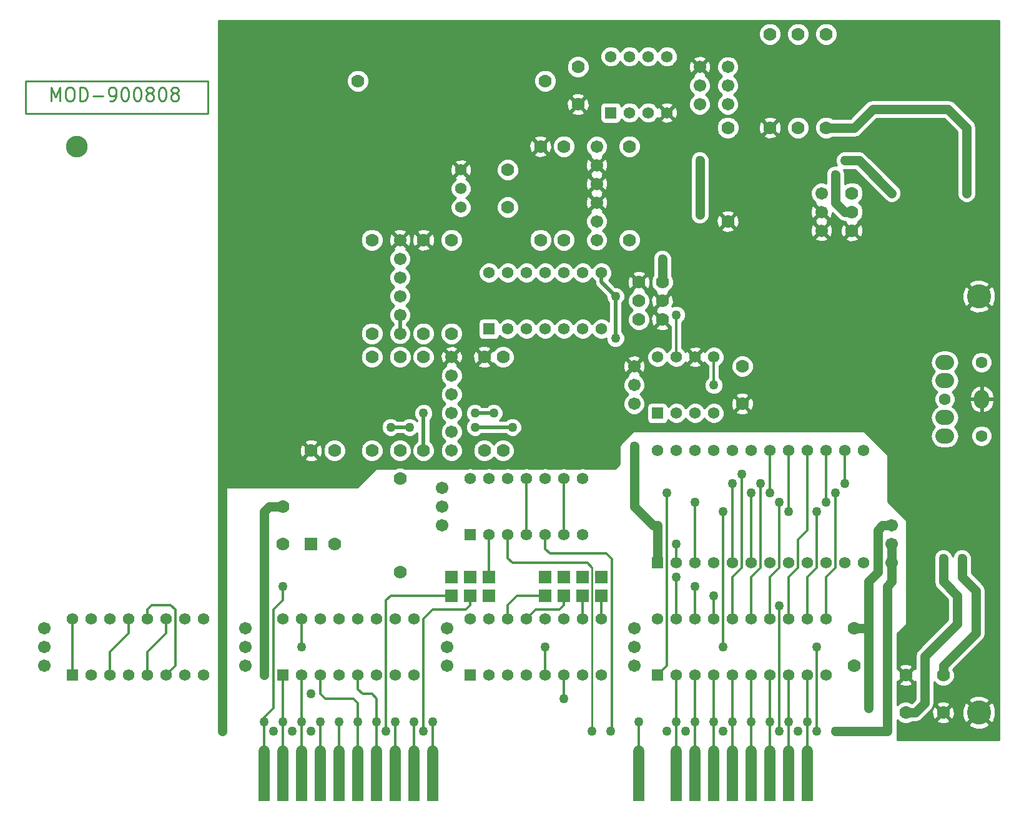
<source format=gtl>
G04 #@! TF.FileFunction,Copper,L1,Top,Signal*
%FSLAX46Y46*%
G04 Gerber Fmt 4.6, Leading zero omitted, Abs format (unit mm)*
G04 Created by KiCad (PCBNEW 4.0.1-stable) date 22/07/2016 18:26:52*
%MOMM*%
G01*
G04 APERTURE LIST*
%ADD10C,0.100000*%
%ADD11C,0.254000*%
%ADD12C,1.524000*%
%ADD13O,2.540000X2.032000*%
%ADD14O,2.032000X2.540000*%
%ADD15C,1.600200*%
%ADD16C,1.600000*%
%ADD17R,1.574800X1.574800*%
%ADD18C,1.574800*%
%ADD19C,1.778000*%
%ADD20R,1.778000X1.778000*%
%ADD21R,1.727200X1.727200*%
%ADD22C,1.701800*%
%ADD23C,2.946400*%
%ADD24R,1.524000X6.858000*%
%ADD25C,3.276600*%
%ADD26C,1.270000*%
%ADD27C,1.270000*%
%ADD28C,0.304800*%
%ADD29C,0.508000*%
G04 APERTURE END LIST*
D10*
D11*
X73956334Y-39596786D02*
X73956334Y-37691786D01*
X74549001Y-39052500D01*
X75141668Y-37691786D01*
X75141668Y-39596786D01*
X76327001Y-37691786D02*
X76665668Y-37691786D01*
X76835001Y-37782500D01*
X77004334Y-37963929D01*
X77089001Y-38326786D01*
X77089001Y-38961786D01*
X77004334Y-39324643D01*
X76835001Y-39506071D01*
X76665668Y-39596786D01*
X76327001Y-39596786D01*
X76157668Y-39506071D01*
X75988334Y-39324643D01*
X75903668Y-38961786D01*
X75903668Y-38326786D01*
X75988334Y-37963929D01*
X76157668Y-37782500D01*
X76327001Y-37691786D01*
X77851001Y-39596786D02*
X77851001Y-37691786D01*
X78274335Y-37691786D01*
X78528335Y-37782500D01*
X78697668Y-37963929D01*
X78782335Y-38145357D01*
X78867001Y-38508214D01*
X78867001Y-38780357D01*
X78782335Y-39143214D01*
X78697668Y-39324643D01*
X78528335Y-39506071D01*
X78274335Y-39596786D01*
X77851001Y-39596786D01*
X79629001Y-38871071D02*
X80983668Y-38871071D01*
X81915001Y-39596786D02*
X82253668Y-39596786D01*
X82423001Y-39506071D01*
X82507668Y-39415357D01*
X82677001Y-39143214D01*
X82761668Y-38780357D01*
X82761668Y-38054643D01*
X82677001Y-37873214D01*
X82592334Y-37782500D01*
X82423001Y-37691786D01*
X82084334Y-37691786D01*
X81915001Y-37782500D01*
X81830334Y-37873214D01*
X81745668Y-38054643D01*
X81745668Y-38508214D01*
X81830334Y-38689643D01*
X81915001Y-38780357D01*
X82084334Y-38871071D01*
X82423001Y-38871071D01*
X82592334Y-38780357D01*
X82677001Y-38689643D01*
X82761668Y-38508214D01*
X83862334Y-37691786D02*
X84031667Y-37691786D01*
X84201001Y-37782500D01*
X84285667Y-37873214D01*
X84370334Y-38054643D01*
X84455001Y-38417500D01*
X84455001Y-38871071D01*
X84370334Y-39233929D01*
X84285667Y-39415357D01*
X84201001Y-39506071D01*
X84031667Y-39596786D01*
X83862334Y-39596786D01*
X83693001Y-39506071D01*
X83608334Y-39415357D01*
X83523667Y-39233929D01*
X83439001Y-38871071D01*
X83439001Y-38417500D01*
X83523667Y-38054643D01*
X83608334Y-37873214D01*
X83693001Y-37782500D01*
X83862334Y-37691786D01*
X85555667Y-37691786D02*
X85725000Y-37691786D01*
X85894334Y-37782500D01*
X85979000Y-37873214D01*
X86063667Y-38054643D01*
X86148334Y-38417500D01*
X86148334Y-38871071D01*
X86063667Y-39233929D01*
X85979000Y-39415357D01*
X85894334Y-39506071D01*
X85725000Y-39596786D01*
X85555667Y-39596786D01*
X85386334Y-39506071D01*
X85301667Y-39415357D01*
X85217000Y-39233929D01*
X85132334Y-38871071D01*
X85132334Y-38417500D01*
X85217000Y-38054643D01*
X85301667Y-37873214D01*
X85386334Y-37782500D01*
X85555667Y-37691786D01*
X87164333Y-38508214D02*
X86995000Y-38417500D01*
X86910333Y-38326786D01*
X86825667Y-38145357D01*
X86825667Y-38054643D01*
X86910333Y-37873214D01*
X86995000Y-37782500D01*
X87164333Y-37691786D01*
X87503000Y-37691786D01*
X87672333Y-37782500D01*
X87757000Y-37873214D01*
X87841667Y-38054643D01*
X87841667Y-38145357D01*
X87757000Y-38326786D01*
X87672333Y-38417500D01*
X87503000Y-38508214D01*
X87164333Y-38508214D01*
X86995000Y-38598929D01*
X86910333Y-38689643D01*
X86825667Y-38871071D01*
X86825667Y-39233929D01*
X86910333Y-39415357D01*
X86995000Y-39506071D01*
X87164333Y-39596786D01*
X87503000Y-39596786D01*
X87672333Y-39506071D01*
X87757000Y-39415357D01*
X87841667Y-39233929D01*
X87841667Y-38871071D01*
X87757000Y-38689643D01*
X87672333Y-38598929D01*
X87503000Y-38508214D01*
X88942333Y-37691786D02*
X89111666Y-37691786D01*
X89281000Y-37782500D01*
X89365666Y-37873214D01*
X89450333Y-38054643D01*
X89535000Y-38417500D01*
X89535000Y-38871071D01*
X89450333Y-39233929D01*
X89365666Y-39415357D01*
X89281000Y-39506071D01*
X89111666Y-39596786D01*
X88942333Y-39596786D01*
X88773000Y-39506071D01*
X88688333Y-39415357D01*
X88603666Y-39233929D01*
X88519000Y-38871071D01*
X88519000Y-38417500D01*
X88603666Y-38054643D01*
X88688333Y-37873214D01*
X88773000Y-37782500D01*
X88942333Y-37691786D01*
X90550999Y-38508214D02*
X90381666Y-38417500D01*
X90296999Y-38326786D01*
X90212333Y-38145357D01*
X90212333Y-38054643D01*
X90296999Y-37873214D01*
X90381666Y-37782500D01*
X90550999Y-37691786D01*
X90889666Y-37691786D01*
X91058999Y-37782500D01*
X91143666Y-37873214D01*
X91228333Y-38054643D01*
X91228333Y-38145357D01*
X91143666Y-38326786D01*
X91058999Y-38417500D01*
X90889666Y-38508214D01*
X90550999Y-38508214D01*
X90381666Y-38598929D01*
X90296999Y-38689643D01*
X90212333Y-38871071D01*
X90212333Y-39233929D01*
X90296999Y-39415357D01*
X90381666Y-39506071D01*
X90550999Y-39596786D01*
X90889666Y-39596786D01*
X91058999Y-39506071D01*
X91143666Y-39415357D01*
X91228333Y-39233929D01*
X91228333Y-38871071D01*
X91143666Y-38689643D01*
X91058999Y-38598929D01*
X90889666Y-38508214D01*
D12*
X176530000Y-127762000D02*
X176530000Y-129032000D01*
X173990000Y-127762000D02*
X173990000Y-129032000D01*
X166370000Y-127762000D02*
X166370000Y-129032000D01*
X168910000Y-127762000D02*
X168910000Y-129032000D01*
X171450000Y-127762000D02*
X171450000Y-129032000D01*
X153670000Y-127762000D02*
X153670000Y-129032000D01*
X163830000Y-127762000D02*
X163830000Y-129032000D01*
X158750000Y-127762000D02*
X158750000Y-129032000D01*
X161290000Y-127762000D02*
X161290000Y-129032000D01*
X123190000Y-127762000D02*
X123190000Y-129032000D01*
X120650000Y-127762000D02*
X120650000Y-129032000D01*
X125730000Y-127762000D02*
X125730000Y-129032000D01*
X118110000Y-127762000D02*
X118110000Y-129032000D01*
X113030000Y-127762000D02*
X113030000Y-129032000D01*
X105410000Y-127762000D02*
X105410000Y-129032000D01*
X102870000Y-127762000D02*
X102870000Y-129032000D01*
X115570000Y-127762000D02*
X115570000Y-129032000D01*
X110490000Y-127762000D02*
X110490000Y-129032000D01*
X107950000Y-127762000D02*
X107950000Y-129032000D01*
D13*
X195152000Y-77510000D03*
X195152000Y-82510000D03*
X195152000Y-85010000D03*
X195152000Y-75010000D03*
D14*
X200152000Y-80010000D03*
D15*
X195152000Y-80010000D03*
D16*
X200152000Y-75010000D03*
X200152000Y-85010000D03*
D17*
X156210000Y-102235000D03*
D18*
X158750000Y-102235000D03*
X161290000Y-102235000D03*
X163830000Y-102235000D03*
X166370000Y-102235000D03*
X168910000Y-102235000D03*
X171450000Y-102235000D03*
X173990000Y-102235000D03*
X184150000Y-86995000D03*
X181610000Y-86995000D03*
X179070000Y-86995000D03*
X176530000Y-86995000D03*
X173990000Y-86995000D03*
X171450000Y-86995000D03*
X168910000Y-86995000D03*
X166370000Y-86995000D03*
X176530000Y-102235000D03*
X179070000Y-102235000D03*
X181610000Y-102235000D03*
X184150000Y-102235000D03*
X163830000Y-86995000D03*
X161290000Y-86995000D03*
X158750000Y-86995000D03*
X156210000Y-86995000D03*
D19*
X156845000Y-66675000D03*
X156845000Y-64135000D03*
X156845000Y-69215000D03*
X153670000Y-66675000D03*
X153670000Y-64135000D03*
X153670000Y-69215000D03*
D20*
X109220000Y-99695000D03*
D19*
X109220000Y-86995000D03*
D21*
X128270000Y-106680000D03*
X128270000Y-104140000D03*
X130810000Y-106680000D03*
X130810000Y-104140000D03*
X133350000Y-106680000D03*
X133350000Y-104140000D03*
X140970000Y-106680000D03*
X140970000Y-104140000D03*
X143510000Y-106680000D03*
X143510000Y-104140000D03*
X146050000Y-106680000D03*
X146050000Y-104140000D03*
X148590000Y-106680000D03*
X148590000Y-104140000D03*
D18*
X129540000Y-48895000D03*
X129540000Y-51435000D03*
X129540000Y-53975000D03*
D19*
X121285000Y-90805000D03*
X121285000Y-103505000D03*
X117475000Y-74295000D03*
X117475000Y-86995000D03*
X121285000Y-74295000D03*
X121285000Y-86995000D03*
X135255000Y-74295000D03*
X135255000Y-86995000D03*
X132715000Y-74295000D03*
X132715000Y-86995000D03*
X124460000Y-74295000D03*
X124460000Y-86995000D03*
X128270000Y-58420000D03*
X128270000Y-71120000D03*
X117475000Y-71120000D03*
X117475000Y-58420000D03*
X124460000Y-58420000D03*
X124460000Y-71120000D03*
X140335000Y-45720000D03*
X140335000Y-58420000D03*
X143510000Y-45720000D03*
X143510000Y-58420000D03*
X112395000Y-86995000D03*
X112395000Y-99695000D03*
X152400000Y-45720000D03*
X152400000Y-58420000D03*
X182562500Y-57150000D03*
X182562500Y-54610000D03*
X182562500Y-52070000D03*
X165735000Y-43180000D03*
X165735000Y-55880000D03*
X171450000Y-30480000D03*
X171450000Y-43180000D03*
X175260000Y-43180000D03*
X175260000Y-30480000D03*
X179070000Y-43180000D03*
X179070000Y-30480000D03*
D17*
X76835000Y-117475000D03*
D18*
X79375000Y-117475000D03*
X81915000Y-117475000D03*
X84455000Y-117475000D03*
X86995000Y-117475000D03*
X89535000Y-117475000D03*
X92075000Y-117475000D03*
X94615000Y-117475000D03*
X94615000Y-109855000D03*
X92075000Y-109855000D03*
X89535000Y-109855000D03*
X86995000Y-109855000D03*
X84455000Y-109855000D03*
X81915000Y-109855000D03*
X79375000Y-109855000D03*
X76835000Y-109855000D03*
D17*
X105410000Y-117475000D03*
D18*
X107950000Y-117475000D03*
X110490000Y-117475000D03*
X113030000Y-117475000D03*
X115570000Y-117475000D03*
X118110000Y-117475000D03*
X120650000Y-117475000D03*
X123190000Y-117475000D03*
X123190000Y-109855000D03*
X120650000Y-109855000D03*
X118110000Y-109855000D03*
X115570000Y-109855000D03*
X113030000Y-109855000D03*
X110490000Y-109855000D03*
X107950000Y-109855000D03*
X105410000Y-109855000D03*
D17*
X130810000Y-117475000D03*
D18*
X133350000Y-117475000D03*
X135890000Y-117475000D03*
X138430000Y-117475000D03*
X140970000Y-117475000D03*
X143510000Y-117475000D03*
X146050000Y-117475000D03*
X148590000Y-117475000D03*
X148590000Y-109855000D03*
X146050000Y-109855000D03*
X143510000Y-109855000D03*
X140970000Y-109855000D03*
X138430000Y-109855000D03*
X135890000Y-109855000D03*
X133350000Y-109855000D03*
X130810000Y-109855000D03*
D17*
X156210000Y-117475000D03*
D18*
X158750000Y-117475000D03*
X161290000Y-117475000D03*
X163830000Y-117475000D03*
X166370000Y-117475000D03*
X168910000Y-117475000D03*
X171450000Y-117475000D03*
X173990000Y-117475000D03*
X173990000Y-109855000D03*
X171450000Y-109855000D03*
X168910000Y-109855000D03*
X166370000Y-109855000D03*
X163830000Y-109855000D03*
X161290000Y-109855000D03*
X158750000Y-109855000D03*
X156210000Y-109855000D03*
X176530000Y-117475000D03*
X179070000Y-117475000D03*
X179070000Y-109855000D03*
X176530000Y-109855000D03*
D17*
X130810000Y-98425000D03*
D18*
X133350000Y-98425000D03*
X135890000Y-98425000D03*
X138430000Y-98425000D03*
X140970000Y-98425000D03*
X143510000Y-98425000D03*
X146050000Y-98425000D03*
X146050000Y-90805000D03*
X143510000Y-90805000D03*
X140970000Y-90805000D03*
X138430000Y-90805000D03*
X135890000Y-90805000D03*
X133350000Y-90805000D03*
X130810000Y-90805000D03*
D17*
X156210000Y-81915000D03*
D18*
X158750000Y-81915000D03*
X161290000Y-81915000D03*
X163830000Y-81915000D03*
X163830000Y-74295000D03*
X161290000Y-74295000D03*
X158750000Y-74295000D03*
X156210000Y-74295000D03*
D17*
X133350000Y-70485000D03*
D18*
X135890000Y-70485000D03*
X138430000Y-70485000D03*
X140970000Y-70485000D03*
X143510000Y-70485000D03*
X146050000Y-70485000D03*
X148590000Y-70485000D03*
X148590000Y-62865000D03*
X146050000Y-62865000D03*
X143510000Y-62865000D03*
X140970000Y-62865000D03*
X138430000Y-62865000D03*
X135890000Y-62865000D03*
X133350000Y-62865000D03*
D17*
X149860000Y-41148000D03*
D18*
X152400000Y-41148000D03*
X154940000Y-41148000D03*
X157480000Y-41148000D03*
X157480000Y-33528000D03*
X154940000Y-33528000D03*
X152400000Y-33528000D03*
X149860000Y-33528000D03*
D19*
X140970000Y-36830000D03*
X115570000Y-36830000D03*
D22*
X127635000Y-113665000D03*
X127635000Y-111125000D03*
X127635000Y-116205000D03*
X153035000Y-78105000D03*
X153035000Y-75565000D03*
X153035000Y-80645000D03*
X153035000Y-113665000D03*
X153035000Y-111125000D03*
X153035000Y-116205000D03*
X100330000Y-113665000D03*
X100330000Y-111125000D03*
X100330000Y-116205000D03*
X73025000Y-113665000D03*
X73025000Y-111125000D03*
X73025000Y-116205000D03*
X127000000Y-94615000D03*
X127000000Y-92075000D03*
X127000000Y-97155000D03*
X187960000Y-99695000D03*
X187960000Y-97155000D03*
X187960000Y-102235000D03*
X128270000Y-84455000D03*
X128270000Y-81915000D03*
X128270000Y-86995000D03*
X128270000Y-76835000D03*
X128270000Y-74295000D03*
X128270000Y-79375000D03*
X121285000Y-68580000D03*
X121285000Y-66040000D03*
X121285000Y-71120000D03*
X121285000Y-60960000D03*
X121285000Y-58420000D03*
X121285000Y-63500000D03*
X147955000Y-55880000D03*
X147955000Y-53340000D03*
X147955000Y-58420000D03*
X147955000Y-48260000D03*
X147955000Y-45720000D03*
X147955000Y-50800000D03*
X161925000Y-37465000D03*
X161925000Y-34925000D03*
X161925000Y-40005000D03*
X165735000Y-37465000D03*
X165735000Y-34925000D03*
X165735000Y-40005000D03*
X178435000Y-54610000D03*
X178435000Y-52070000D03*
X178435000Y-57150000D03*
D19*
X182880000Y-111125000D03*
X182880000Y-116205000D03*
X189865000Y-117475000D03*
X189865000Y-122555000D03*
X194945000Y-117475000D03*
X194945000Y-122555000D03*
X105410000Y-94615000D03*
X105410000Y-99695000D03*
X167703500Y-75565000D03*
X167703500Y-80645000D03*
X135890000Y-48895000D03*
X135890000Y-53975000D03*
X145415000Y-34925000D03*
X145415000Y-40005000D03*
D23*
X77470000Y-45720000D03*
D24*
X176530000Y-131191000D03*
X173990000Y-131191000D03*
X171450000Y-131191000D03*
X168910000Y-131191000D03*
X166370000Y-131191000D03*
X163830000Y-131191000D03*
X161290000Y-131191000D03*
X158750000Y-131191000D03*
X153670000Y-131191000D03*
X125730000Y-131191000D03*
X123190000Y-131191000D03*
X120650000Y-131191000D03*
X118110000Y-131191000D03*
X115570000Y-131191000D03*
X113030000Y-131191000D03*
X110490000Y-131191000D03*
X107950000Y-131191000D03*
X105410000Y-131191000D03*
X102870000Y-131191000D03*
D25*
X199771000Y-66040000D03*
X199771000Y-122555000D03*
D26*
X97155000Y-102870000D03*
X97155000Y-115570000D03*
X97155000Y-125095000D03*
X104140000Y-125095000D03*
X157480000Y-125095000D03*
X189230000Y-125095000D03*
X187325000Y-125095000D03*
X187325000Y-116205000D03*
X180340000Y-125095000D03*
X156210000Y-97155000D03*
X109220000Y-125095000D03*
X109220000Y-120015000D03*
X184785000Y-121920000D03*
X175260000Y-125095000D03*
X153035000Y-86360000D03*
X102870000Y-111760000D03*
X102870000Y-117475000D03*
X158750000Y-68580000D03*
X161925000Y-47625000D03*
X161925000Y-54991000D03*
X156845000Y-60960000D03*
X160020000Y-125095000D03*
X197485000Y-101600000D03*
X165100000Y-125095000D03*
X194945000Y-101600000D03*
X124460000Y-81915000D03*
X131445000Y-81915000D03*
X133985000Y-81915000D03*
X119380000Y-125095000D03*
X124460000Y-125095000D03*
X172720000Y-108077000D03*
X172720000Y-125095000D03*
X158750000Y-104140000D03*
X158750000Y-99695000D03*
X180340000Y-49530000D03*
X187960000Y-52070000D03*
X181610000Y-47625000D03*
X198120000Y-52070000D03*
X106680000Y-125095000D03*
X105410000Y-123825000D03*
X107950000Y-123825000D03*
X115570000Y-123825000D03*
X118110000Y-123825000D03*
X110490000Y-123825000D03*
X140970000Y-113665000D03*
X107950000Y-113665000D03*
X113030000Y-123825000D03*
X120650000Y-123825000D03*
X123190000Y-123825000D03*
X153670000Y-123825000D03*
X143510000Y-120650000D03*
X125730000Y-123825000D03*
X157480000Y-92710000D03*
X168910000Y-92710000D03*
X158750000Y-123825000D03*
X161290000Y-123825000D03*
X163830000Y-123825000D03*
X166370000Y-123825000D03*
X168910000Y-123825000D03*
X171450000Y-123825000D03*
X173990000Y-123825000D03*
X172720000Y-93980000D03*
X179070000Y-93980000D03*
X170180000Y-91440000D03*
X181610000Y-91440000D03*
X167640000Y-90170000D03*
X163830000Y-106680000D03*
X161290000Y-105410000D03*
X176530000Y-123825000D03*
X180340000Y-92710000D03*
X171450000Y-92710000D03*
X177800000Y-95250000D03*
X173990000Y-95250000D03*
X147320000Y-125095000D03*
X149860000Y-125095000D03*
X166370000Y-91440000D03*
X161290000Y-93980000D03*
X165100000Y-95250000D03*
X165100000Y-113665000D03*
X177800000Y-113665000D03*
X177800000Y-125095000D03*
X105410000Y-105410000D03*
X102870000Y-123825000D03*
X163830000Y-78105000D03*
X150495000Y-71755000D03*
X150495000Y-66040000D03*
X120015000Y-83820000D03*
X122555000Y-83820000D03*
X131445000Y-83820000D03*
X136525000Y-83820000D03*
D11*
X95250000Y-41275000D02*
X95250000Y-36830000D01*
X70485000Y-41275000D02*
X95250000Y-41275000D01*
X70485000Y-36830000D02*
X70485000Y-41275000D01*
X95250000Y-36830000D02*
X70485000Y-36830000D01*
D27*
X97155000Y-102870000D02*
X97155000Y-89535000D01*
D28*
X81915000Y-114300000D02*
X84455000Y-111760000D01*
X84455000Y-111760000D02*
X84455000Y-109855000D01*
X81915000Y-117475000D02*
X81915000Y-114300000D01*
D27*
X187960000Y-102235000D02*
X187960000Y-99695000D01*
X187325000Y-105410000D02*
X187960000Y-104775000D01*
X187960000Y-104775000D02*
X187960000Y-102235000D01*
X187325000Y-116205000D02*
X187325000Y-105410000D01*
X187325000Y-125095000D02*
X187325000Y-116205000D01*
X180340000Y-125095000D02*
X187325000Y-125095000D01*
X97155000Y-115570000D02*
X97155000Y-102870000D01*
X97155000Y-125095000D02*
X97155000Y-115570000D01*
D28*
X86995000Y-114300000D02*
X89535000Y-111760000D01*
X89535000Y-111760000D02*
X89535000Y-109855000D01*
X86995000Y-117475000D02*
X86995000Y-114300000D01*
X76835000Y-109855000D02*
X76835000Y-115570000D01*
X76835000Y-115570000D02*
X76835000Y-117475000D01*
D27*
X184785000Y-121920000D02*
X184785000Y-111125000D01*
X184785000Y-111125000D02*
X184785000Y-104775000D01*
X182880000Y-111125000D02*
X184785000Y-111125000D01*
X184785000Y-104775000D02*
X186055000Y-103505000D01*
X186055000Y-97790000D02*
X186690000Y-97155000D01*
X186690000Y-97155000D02*
X187960000Y-97155000D01*
X186055000Y-103505000D02*
X186055000Y-97790000D01*
X155575000Y-97155000D02*
X153035000Y-94615000D01*
X153035000Y-94615000D02*
X153035000Y-86360000D01*
X156210000Y-97155000D02*
X155575000Y-97155000D01*
X156210000Y-102235000D02*
X156210000Y-97155000D01*
X102870000Y-111760000D02*
X102870000Y-117475000D01*
X102870000Y-95250000D02*
X102870000Y-111760000D01*
X103505000Y-94615000D02*
X102870000Y-95250000D01*
X105410000Y-94615000D02*
X103505000Y-94615000D01*
D28*
X158750000Y-74295000D02*
X158750000Y-68580000D01*
D27*
X199390000Y-111760000D02*
X194945000Y-116205000D01*
X194945000Y-116205000D02*
X194945000Y-117475000D01*
X199390000Y-111125000D02*
X199390000Y-106045000D01*
X199390000Y-111125000D02*
X199390000Y-111760000D01*
X161925000Y-54991000D02*
X161925000Y-47625000D01*
X156845000Y-60960000D02*
X156845000Y-64135000D01*
X197485000Y-104140000D02*
X197485000Y-101600000D01*
X199390000Y-106045000D02*
X197485000Y-104140000D01*
X191135000Y-122555000D02*
X189865000Y-122555000D01*
X192405000Y-121285000D02*
X191135000Y-122555000D01*
X192405000Y-114935000D02*
X192405000Y-121285000D01*
X196850000Y-110490000D02*
X196850000Y-106680000D01*
X196850000Y-110490000D02*
X192405000Y-114935000D01*
X194945000Y-104775000D02*
X194945000Y-101600000D01*
X196850000Y-106680000D02*
X194945000Y-104775000D01*
D29*
X124460000Y-81915000D02*
X124460000Y-86995000D01*
X133985000Y-81915000D02*
X131445000Y-81915000D01*
X121285000Y-68580000D02*
X121285000Y-71120000D01*
D28*
X119380000Y-107315000D02*
X119380000Y-125095000D01*
X120015000Y-106680000D02*
X119380000Y-107315000D01*
X128270000Y-106680000D02*
X120015000Y-106680000D01*
X133350000Y-98425000D02*
X133350000Y-104140000D01*
X124460000Y-109855000D02*
X124460000Y-125095000D01*
X125730000Y-108585000D02*
X124460000Y-109855000D01*
X130175000Y-108585000D02*
X125730000Y-108585000D01*
X130810000Y-107950000D02*
X130175000Y-108585000D01*
X130810000Y-106680000D02*
X130810000Y-107950000D01*
X172720000Y-108077000D02*
X172720000Y-125095000D01*
X140970000Y-106680000D02*
X137160000Y-106680000D01*
X137160000Y-106680000D02*
X135890000Y-107950000D01*
X135890000Y-107950000D02*
X135890000Y-109855000D01*
X158750000Y-109855000D02*
X158750000Y-104140000D01*
X148590000Y-106680000D02*
X148590000Y-109855000D01*
X142875000Y-108585000D02*
X139700000Y-108585000D01*
X139700000Y-108585000D02*
X138430000Y-109855000D01*
X143510000Y-107950000D02*
X142875000Y-108585000D01*
X143510000Y-106680000D02*
X143510000Y-107950000D01*
X146050000Y-106680000D02*
X146050000Y-109855000D01*
X158750000Y-99695000D02*
X158750000Y-102235000D01*
D27*
X180340000Y-53340000D02*
X181610000Y-54610000D01*
X181610000Y-54610000D02*
X182562500Y-54610000D01*
X180340000Y-49530000D02*
X180340000Y-53340000D01*
X181610000Y-47625000D02*
X183515000Y-47625000D01*
X183515000Y-47625000D02*
X187960000Y-52070000D01*
X184150000Y-41910000D02*
X185420000Y-40640000D01*
X184150000Y-41910000D02*
X182880000Y-43180000D01*
X182880000Y-43180000D02*
X179070000Y-43180000D01*
X185420000Y-40640000D02*
X195580000Y-40640000D01*
X195580000Y-40640000D02*
X198120000Y-43180000D01*
X198120000Y-43180000D02*
X198120000Y-52070000D01*
D28*
X90805000Y-108585000D02*
X90805000Y-116205000D01*
X90805000Y-116205000D02*
X89535000Y-117475000D01*
X90170000Y-107950000D02*
X90805000Y-108585000D01*
X87630000Y-107950000D02*
X90170000Y-107950000D01*
X86995000Y-108585000D02*
X87630000Y-107950000D01*
X86995000Y-109855000D02*
X86995000Y-108585000D01*
X105410000Y-123825000D02*
X105410000Y-131191000D01*
X105410000Y-123825000D02*
X105410000Y-117475000D01*
X107950000Y-123825000D02*
X107950000Y-131191000D01*
X107950000Y-123825000D02*
X107950000Y-117475000D01*
X115570000Y-123825000D02*
X115570000Y-131191000D01*
X111125000Y-120650000D02*
X110490000Y-120015000D01*
X110490000Y-120015000D02*
X110490000Y-117475000D01*
X114935000Y-120650000D02*
X111125000Y-120650000D01*
X115570000Y-121285000D02*
X114935000Y-120650000D01*
X115570000Y-123825000D02*
X115570000Y-121285000D01*
X118110000Y-123825000D02*
X118110000Y-131191000D01*
X117475000Y-120015000D02*
X118110000Y-120650000D01*
X118110000Y-120650000D02*
X118110000Y-123825000D01*
X116205000Y-120015000D02*
X117475000Y-120015000D01*
X115570000Y-119380000D02*
X116205000Y-120015000D01*
X115570000Y-117475000D02*
X115570000Y-119380000D01*
X110490000Y-123825000D02*
X110490000Y-131191000D01*
X140970000Y-113665000D02*
X140970000Y-117475000D01*
X107950000Y-109855000D02*
X107950000Y-113665000D01*
X113030000Y-123825000D02*
X113030000Y-131191000D01*
X120650000Y-123825000D02*
X120650000Y-131191000D01*
X123190000Y-131191000D02*
X123190000Y-123825000D01*
X153670000Y-123825000D02*
X153670000Y-131191000D01*
X125730000Y-131191000D02*
X125730000Y-123825000D01*
X143510000Y-117475000D02*
X143510000Y-120650000D01*
X168910000Y-102235000D02*
X168910000Y-92710000D01*
X157480000Y-116205000D02*
X157480000Y-92710000D01*
X156210000Y-117475000D02*
X157480000Y-116205000D01*
X158750000Y-123825000D02*
X158750000Y-131191000D01*
X158750000Y-123825000D02*
X158750000Y-117475000D01*
X161290000Y-123825000D02*
X161290000Y-131191000D01*
X161290000Y-123825000D02*
X161290000Y-117475000D01*
X163830000Y-123825000D02*
X163830000Y-131191000D01*
X163830000Y-123825000D02*
X163830000Y-117475000D01*
X166370000Y-123825000D02*
X166370000Y-131191000D01*
X166370000Y-123825000D02*
X166370000Y-117475000D01*
X168910000Y-123825000D02*
X168910000Y-131191000D01*
X168910000Y-123825000D02*
X168910000Y-117475000D01*
X171450000Y-123825000D02*
X171450000Y-131191000D01*
X171450000Y-123825000D02*
X171450000Y-117475000D01*
X173990000Y-123825000D02*
X173990000Y-131191000D01*
X173990000Y-123825000D02*
X173990000Y-117475000D01*
X175260000Y-102870000D02*
X173990000Y-104140000D01*
X173990000Y-104140000D02*
X173990000Y-109855000D01*
X175260000Y-99060000D02*
X175260000Y-102870000D01*
X176530000Y-97790000D02*
X175260000Y-99060000D01*
X176530000Y-86995000D02*
X176530000Y-97790000D01*
X179070000Y-86995000D02*
X179070000Y-93980000D01*
X172720000Y-102870000D02*
X172720000Y-93980000D01*
X172720000Y-102870000D02*
X171450000Y-104140000D01*
X171450000Y-104140000D02*
X171450000Y-109855000D01*
X181610000Y-86995000D02*
X181610000Y-91440000D01*
X170180000Y-91440000D02*
X170180000Y-102870000D01*
X170180000Y-102870000D02*
X168910000Y-104140000D01*
X168910000Y-104140000D02*
X168910000Y-109855000D01*
X167640000Y-102870000D02*
X167640000Y-90170000D01*
X166370000Y-104140000D02*
X167640000Y-102870000D01*
X166370000Y-109855000D02*
X166370000Y-104140000D01*
X163830000Y-109855000D02*
X163830000Y-106680000D01*
X161290000Y-109855000D02*
X161290000Y-105410000D01*
X176530000Y-123825000D02*
X176530000Y-131191000D01*
X176530000Y-117475000D02*
X176530000Y-123825000D01*
X180340000Y-92710000D02*
X180340000Y-102870000D01*
X171450000Y-92710000D02*
X171450000Y-86995000D01*
X180340000Y-102870000D02*
X179070000Y-104140000D01*
X179070000Y-104140000D02*
X179070000Y-109855000D01*
X177800000Y-95250000D02*
X177800000Y-102870000D01*
X173990000Y-86995000D02*
X173990000Y-95250000D01*
X177800000Y-102870000D02*
X176530000Y-104140000D01*
X176530000Y-104140000D02*
X176530000Y-109855000D01*
D11*
X147320000Y-102870000D02*
X147320000Y-125095000D01*
D28*
X146685000Y-102235000D02*
X147320000Y-102870000D01*
X136525000Y-102235000D02*
X146685000Y-102235000D01*
X135890000Y-101600000D02*
X136525000Y-102235000D01*
X135890000Y-98425000D02*
X135890000Y-101600000D01*
X138430000Y-90805000D02*
X138430000Y-98425000D01*
X149860000Y-125095000D02*
X149987000Y-124968000D01*
X149987000Y-124968000D02*
X149987000Y-101727000D01*
X149987000Y-101727000D02*
X149225000Y-100965000D01*
X149225000Y-100965000D02*
X141605000Y-100965000D01*
X141605000Y-100965000D02*
X140970000Y-100330000D01*
X140970000Y-100330000D02*
X140970000Y-98425000D01*
X143510000Y-90805000D02*
X143510000Y-98425000D01*
X166370000Y-91440000D02*
X166370000Y-102235000D01*
X161290000Y-102235000D02*
X161290000Y-93980000D01*
X165100000Y-113665000D02*
X165100000Y-95250000D01*
X177800000Y-125095000D02*
X177800000Y-113665000D01*
X102870000Y-123825000D02*
X102870000Y-131191000D01*
X105410000Y-107315000D02*
X105410000Y-105410000D01*
X104140000Y-108585000D02*
X105410000Y-107315000D01*
X104140000Y-121920000D02*
X104140000Y-108585000D01*
X102870000Y-123190000D02*
X104140000Y-121920000D01*
X102870000Y-123825000D02*
X102870000Y-123190000D01*
X163830000Y-74295000D02*
X163830000Y-78105000D01*
D29*
X148590000Y-62865000D02*
X148590000Y-64135000D01*
X148590000Y-64135000D02*
X150495000Y-66040000D01*
X150495000Y-66040000D02*
X150495000Y-71755000D01*
X122555000Y-83820000D02*
X120015000Y-83820000D01*
X136525000Y-83820000D02*
X131445000Y-83820000D01*
D11*
G36*
X202490000Y-126290000D02*
X188722000Y-126290000D01*
X188722000Y-124168864D01*
X198336741Y-124168864D01*
X198513401Y-124502001D01*
X199354215Y-124835057D01*
X200258481Y-124820994D01*
X201028599Y-124502001D01*
X201205259Y-124168864D01*
X199771000Y-122734605D01*
X198336741Y-124168864D01*
X188722000Y-124168864D01*
X188722000Y-123567148D01*
X189000596Y-123846231D01*
X189560528Y-124078735D01*
X190166812Y-124079264D01*
X190727149Y-123847738D01*
X190749927Y-123825000D01*
X191134995Y-123825000D01*
X191135000Y-123825001D01*
X191621008Y-123728327D01*
X191772361Y-123627196D01*
X194052409Y-123627196D01*
X194137467Y-123882539D01*
X194706965Y-124090516D01*
X195312700Y-124064723D01*
X195752533Y-123882539D01*
X195837591Y-123627196D01*
X194945000Y-122734605D01*
X194052409Y-123627196D01*
X191772361Y-123627196D01*
X192033026Y-123453026D01*
X193169086Y-122316965D01*
X193409484Y-122316965D01*
X193435277Y-122922700D01*
X193617461Y-123362533D01*
X193872804Y-123447591D01*
X194765395Y-122555000D01*
X195124605Y-122555000D01*
X196017196Y-123447591D01*
X196272539Y-123362533D01*
X196480516Y-122793035D01*
X196454723Y-122187300D01*
X196434392Y-122138215D01*
X197490943Y-122138215D01*
X197505006Y-123042481D01*
X197823999Y-123812599D01*
X198157136Y-123989259D01*
X199591395Y-122555000D01*
X199950605Y-122555000D01*
X201384864Y-123989259D01*
X201718001Y-123812599D01*
X202051057Y-122971785D01*
X202036994Y-122067519D01*
X201718001Y-121297401D01*
X201384864Y-121120741D01*
X199950605Y-122555000D01*
X199591395Y-122555000D01*
X198157136Y-121120741D01*
X197823999Y-121297401D01*
X197490943Y-122138215D01*
X196434392Y-122138215D01*
X196272539Y-121747467D01*
X196017196Y-121662409D01*
X195124605Y-122555000D01*
X194765395Y-122555000D01*
X193872804Y-121662409D01*
X193617461Y-121747467D01*
X193409484Y-122316965D01*
X193169086Y-122316965D01*
X193303023Y-122183028D01*
X193303026Y-122183026D01*
X193578327Y-121771008D01*
X193635654Y-121482804D01*
X194052409Y-121482804D01*
X194945000Y-122375395D01*
X195837591Y-121482804D01*
X195752533Y-121227461D01*
X195183035Y-121019484D01*
X194577300Y-121045277D01*
X194137467Y-121227461D01*
X194052409Y-121482804D01*
X193635654Y-121482804D01*
X193675000Y-121285000D01*
X193675000Y-120941136D01*
X198336741Y-120941136D01*
X199771000Y-122375395D01*
X201205259Y-120941136D01*
X201028599Y-120607999D01*
X200187785Y-120274943D01*
X199283519Y-120289006D01*
X198513401Y-120607999D01*
X198336741Y-120941136D01*
X193675000Y-120941136D01*
X193675000Y-118359927D01*
X194080596Y-118766231D01*
X194640528Y-118998735D01*
X195246812Y-118999264D01*
X195807149Y-118767738D01*
X196236231Y-118339404D01*
X196468735Y-117779472D01*
X196469264Y-117173188D01*
X196265650Y-116680402D01*
X200288023Y-112658028D01*
X200288026Y-112658026D01*
X200563327Y-112246008D01*
X200660000Y-111760000D01*
X200660000Y-106045005D01*
X200660001Y-106045000D01*
X200563327Y-105558992D01*
X200493869Y-105455041D01*
X200288026Y-105146974D01*
X200288023Y-105146972D01*
X198755000Y-103613948D01*
X198755000Y-101600000D01*
X198755220Y-101348490D01*
X198562282Y-100881542D01*
X198205337Y-100523974D01*
X197738727Y-100330221D01*
X197233490Y-100329780D01*
X196766542Y-100522718D01*
X196408974Y-100879663D01*
X196215221Y-101346273D01*
X196215219Y-101348488D01*
X196022282Y-100881542D01*
X195665337Y-100523974D01*
X195198727Y-100330221D01*
X194693490Y-100329780D01*
X194226542Y-100522718D01*
X193868974Y-100879663D01*
X193675221Y-101346273D01*
X193674780Y-101851510D01*
X193675000Y-101852042D01*
X193675000Y-104774995D01*
X193674999Y-104775000D01*
X193771673Y-105261008D01*
X194046974Y-105673026D01*
X195580000Y-107206051D01*
X195580000Y-109963949D01*
X191506974Y-114036974D01*
X191231673Y-114448992D01*
X191134999Y-114935000D01*
X191135000Y-114935005D01*
X191135000Y-116648300D01*
X190937196Y-116582409D01*
X190044605Y-117475000D01*
X190937196Y-118367591D01*
X191135000Y-118301700D01*
X191135000Y-120758949D01*
X190659292Y-121234656D01*
X190169472Y-121031265D01*
X189563188Y-121030736D01*
X189002851Y-121262262D01*
X188722000Y-121542623D01*
X188722000Y-118547196D01*
X188972409Y-118547196D01*
X189057467Y-118802539D01*
X189626965Y-119010516D01*
X190232700Y-118984723D01*
X190672533Y-118802539D01*
X190757591Y-118547196D01*
X189865000Y-117654605D01*
X188972409Y-118547196D01*
X188722000Y-118547196D01*
X188722000Y-118344005D01*
X188792804Y-118367591D01*
X189685395Y-117475000D01*
X188792804Y-116582409D01*
X188722000Y-116605995D01*
X188722000Y-116402804D01*
X188972409Y-116402804D01*
X189865000Y-117295395D01*
X190757591Y-116402804D01*
X190672533Y-116147461D01*
X190103035Y-115939484D01*
X189497300Y-115965277D01*
X189057467Y-116147461D01*
X188972409Y-116402804D01*
X188722000Y-116402804D01*
X188722000Y-111812606D01*
X189954803Y-110579803D01*
X189982666Y-110537789D01*
X189992000Y-110490000D01*
X189992000Y-96520000D01*
X189981994Y-96470590D01*
X189954803Y-96430197D01*
X187452000Y-93927394D01*
X187452000Y-87630000D01*
X187441994Y-87580590D01*
X187414803Y-87540197D01*
X184239803Y-84365197D01*
X184197789Y-84337334D01*
X184150000Y-84328000D01*
X153035000Y-84328000D01*
X152985590Y-84338006D01*
X152945197Y-84365197D01*
X151040197Y-86270197D01*
X151012334Y-86312211D01*
X151003000Y-86360000D01*
X151003000Y-88847394D01*
X150442394Y-89408000D01*
X146394747Y-89408000D01*
X146334174Y-89382848D01*
X145768309Y-89382354D01*
X145706241Y-89408000D01*
X143854747Y-89408000D01*
X143794174Y-89382848D01*
X143228309Y-89382354D01*
X143166241Y-89408000D01*
X141314747Y-89408000D01*
X141254174Y-89382848D01*
X140688309Y-89382354D01*
X140626241Y-89408000D01*
X138774747Y-89408000D01*
X138714174Y-89382848D01*
X138148309Y-89382354D01*
X138086241Y-89408000D01*
X136234747Y-89408000D01*
X136174174Y-89382848D01*
X135608309Y-89382354D01*
X135546241Y-89408000D01*
X133694747Y-89408000D01*
X133634174Y-89382848D01*
X133068309Y-89382354D01*
X133006241Y-89408000D01*
X131154747Y-89408000D01*
X131094174Y-89382848D01*
X130528309Y-89382354D01*
X130466241Y-89408000D01*
X121894684Y-89408000D01*
X121589472Y-89281265D01*
X120983188Y-89280736D01*
X120675185Y-89408000D01*
X118110000Y-89408000D01*
X118060590Y-89418006D01*
X118020197Y-89445197D01*
X115517394Y-91948000D01*
X96647000Y-91948000D01*
X96647000Y-88067196D01*
X108327409Y-88067196D01*
X108412467Y-88322539D01*
X108981965Y-88530516D01*
X109587700Y-88504723D01*
X110027533Y-88322539D01*
X110112591Y-88067196D01*
X109220000Y-87174605D01*
X108327409Y-88067196D01*
X96647000Y-88067196D01*
X96647000Y-86756965D01*
X107684484Y-86756965D01*
X107710277Y-87362700D01*
X107892461Y-87802533D01*
X108147804Y-87887591D01*
X109040395Y-86995000D01*
X109399605Y-86995000D01*
X110292196Y-87887591D01*
X110547539Y-87802533D01*
X110732225Y-87296812D01*
X110870736Y-87296812D01*
X111102262Y-87857149D01*
X111530596Y-88286231D01*
X112090528Y-88518735D01*
X112696812Y-88519264D01*
X113257149Y-88287738D01*
X113686231Y-87859404D01*
X113918735Y-87299472D01*
X113918737Y-87296812D01*
X115950736Y-87296812D01*
X116182262Y-87857149D01*
X116610596Y-88286231D01*
X117170528Y-88518735D01*
X117776812Y-88519264D01*
X118337149Y-88287738D01*
X118766231Y-87859404D01*
X118998735Y-87299472D01*
X118998737Y-87296812D01*
X119760736Y-87296812D01*
X119992262Y-87857149D01*
X120420596Y-88286231D01*
X120980528Y-88518735D01*
X121586812Y-88519264D01*
X122147149Y-88287738D01*
X122576231Y-87859404D01*
X122808735Y-87299472D01*
X122809264Y-86693188D01*
X122577738Y-86132851D01*
X122149404Y-85703769D01*
X121589472Y-85471265D01*
X120983188Y-85470736D01*
X120422851Y-85702262D01*
X119993769Y-86130596D01*
X119761265Y-86690528D01*
X119760736Y-87296812D01*
X118998737Y-87296812D01*
X118999264Y-86693188D01*
X118767738Y-86132851D01*
X118339404Y-85703769D01*
X117779472Y-85471265D01*
X117173188Y-85470736D01*
X116612851Y-85702262D01*
X116183769Y-86130596D01*
X115951265Y-86690528D01*
X115950736Y-87296812D01*
X113918737Y-87296812D01*
X113919264Y-86693188D01*
X113687738Y-86132851D01*
X113259404Y-85703769D01*
X112699472Y-85471265D01*
X112093188Y-85470736D01*
X111532851Y-85702262D01*
X111103769Y-86130596D01*
X110871265Y-86690528D01*
X110870736Y-87296812D01*
X110732225Y-87296812D01*
X110755516Y-87233035D01*
X110729723Y-86627300D01*
X110547539Y-86187467D01*
X110292196Y-86102409D01*
X109399605Y-86995000D01*
X109040395Y-86995000D01*
X108147804Y-86102409D01*
X107892461Y-86187467D01*
X107684484Y-86756965D01*
X96647000Y-86756965D01*
X96647000Y-85922804D01*
X108327409Y-85922804D01*
X109220000Y-86815395D01*
X110112591Y-85922804D01*
X110027533Y-85667461D01*
X109458035Y-85459484D01*
X108852300Y-85485277D01*
X108412467Y-85667461D01*
X108327409Y-85922804D01*
X96647000Y-85922804D01*
X96647000Y-84071510D01*
X118744780Y-84071510D01*
X118937718Y-84538458D01*
X119294663Y-84896026D01*
X119761273Y-85089779D01*
X120266510Y-85090220D01*
X120733458Y-84897282D01*
X120922069Y-84709000D01*
X121647963Y-84709000D01*
X121834663Y-84896026D01*
X122301273Y-85089779D01*
X122806510Y-85090220D01*
X123273458Y-84897282D01*
X123571000Y-84600258D01*
X123571000Y-85729066D01*
X123168769Y-86130596D01*
X122936265Y-86690528D01*
X122935736Y-87296812D01*
X123167262Y-87857149D01*
X123595596Y-88286231D01*
X124155528Y-88518735D01*
X124761812Y-88519264D01*
X125322149Y-88287738D01*
X125751231Y-87859404D01*
X125983735Y-87299472D01*
X125984264Y-86693188D01*
X125752738Y-86132851D01*
X125349000Y-85728408D01*
X125349000Y-82822037D01*
X125536026Y-82635337D01*
X125729779Y-82168727D01*
X125730220Y-81663490D01*
X125537282Y-81196542D01*
X125180337Y-80838974D01*
X124713727Y-80645221D01*
X124208490Y-80644780D01*
X123741542Y-80837718D01*
X123383974Y-81194663D01*
X123190221Y-81661273D01*
X123189780Y-82166510D01*
X123382718Y-82633458D01*
X123571000Y-82822069D01*
X123571000Y-83040153D01*
X123275337Y-82743974D01*
X122808727Y-82550221D01*
X122303490Y-82549780D01*
X121836542Y-82742718D01*
X121647931Y-82931000D01*
X120922037Y-82931000D01*
X120735337Y-82743974D01*
X120268727Y-82550221D01*
X119763490Y-82549780D01*
X119296542Y-82742718D01*
X118938974Y-83099663D01*
X118745221Y-83566273D01*
X118744780Y-84071510D01*
X96647000Y-84071510D01*
X96647000Y-77129267D01*
X126783842Y-77129267D01*
X127009580Y-77675595D01*
X127427206Y-78093951D01*
X127453204Y-78104746D01*
X127429405Y-78114580D01*
X127011049Y-78532206D01*
X126784358Y-79078139D01*
X126783842Y-79669267D01*
X127009580Y-80215595D01*
X127427206Y-80633951D01*
X127453204Y-80644746D01*
X127429405Y-80654580D01*
X127011049Y-81072206D01*
X126784358Y-81618139D01*
X126783842Y-82209267D01*
X127009580Y-82755595D01*
X127427206Y-83173951D01*
X127453204Y-83184746D01*
X127429405Y-83194580D01*
X127011049Y-83612206D01*
X126784358Y-84158139D01*
X126783842Y-84749267D01*
X127009580Y-85295595D01*
X127427206Y-85713951D01*
X127453204Y-85724746D01*
X127429405Y-85734580D01*
X127011049Y-86152206D01*
X126784358Y-86698139D01*
X126783842Y-87289267D01*
X127009580Y-87835595D01*
X127427206Y-88253951D01*
X127973139Y-88480642D01*
X128564267Y-88481158D01*
X129110595Y-88255420D01*
X129528951Y-87837794D01*
X129753586Y-87296812D01*
X131190736Y-87296812D01*
X131422262Y-87857149D01*
X131850596Y-88286231D01*
X132410528Y-88518735D01*
X133016812Y-88519264D01*
X133577149Y-88287738D01*
X133985336Y-87880263D01*
X134390596Y-88286231D01*
X134950528Y-88518735D01*
X135556812Y-88519264D01*
X136117149Y-88287738D01*
X136546231Y-87859404D01*
X136778735Y-87299472D01*
X136779264Y-86693188D01*
X136547738Y-86132851D01*
X136119404Y-85703769D01*
X135559472Y-85471265D01*
X134953188Y-85470736D01*
X134392851Y-85702262D01*
X133984664Y-86109737D01*
X133579404Y-85703769D01*
X133019472Y-85471265D01*
X132413188Y-85470736D01*
X131852851Y-85702262D01*
X131423769Y-86130596D01*
X131191265Y-86690528D01*
X131190736Y-87296812D01*
X129753586Y-87296812D01*
X129755642Y-87291861D01*
X129756158Y-86700733D01*
X129530420Y-86154405D01*
X129112794Y-85736049D01*
X129086796Y-85725254D01*
X129110595Y-85715420D01*
X129528951Y-85297794D01*
X129755642Y-84751861D01*
X129756158Y-84160733D01*
X129530420Y-83614405D01*
X129112794Y-83196049D01*
X129086796Y-83185254D01*
X129110595Y-83175420D01*
X129528951Y-82757794D01*
X129755642Y-82211861D01*
X129755681Y-82166510D01*
X130174780Y-82166510D01*
X130367718Y-82633458D01*
X130601447Y-82867595D01*
X130368974Y-83099663D01*
X130175221Y-83566273D01*
X130174780Y-84071510D01*
X130367718Y-84538458D01*
X130724663Y-84896026D01*
X131191273Y-85089779D01*
X131696510Y-85090220D01*
X132163458Y-84897282D01*
X132352069Y-84709000D01*
X135617963Y-84709000D01*
X135804663Y-84896026D01*
X136271273Y-85089779D01*
X136776510Y-85090220D01*
X137243458Y-84897282D01*
X137601026Y-84540337D01*
X137794779Y-84073727D01*
X137795220Y-83568490D01*
X137602282Y-83101542D01*
X137245337Y-82743974D01*
X136778727Y-82550221D01*
X136273490Y-82549780D01*
X135806542Y-82742718D01*
X135617931Y-82931000D01*
X134764847Y-82931000D01*
X135061026Y-82635337D01*
X135254779Y-82168727D01*
X135255220Y-81663490D01*
X135062282Y-81196542D01*
X134705337Y-80838974D01*
X134238727Y-80645221D01*
X133733490Y-80644780D01*
X133266542Y-80837718D01*
X133077931Y-81026000D01*
X132352037Y-81026000D01*
X132165337Y-80838974D01*
X131698727Y-80645221D01*
X131193490Y-80644780D01*
X130726542Y-80837718D01*
X130368974Y-81194663D01*
X130175221Y-81661273D01*
X130174780Y-82166510D01*
X129755681Y-82166510D01*
X129756158Y-81620733D01*
X129530420Y-81074405D01*
X129112794Y-80656049D01*
X129086796Y-80645254D01*
X129110595Y-80635420D01*
X129528951Y-80217794D01*
X129755642Y-79671861D01*
X129756158Y-79080733D01*
X129530420Y-78534405D01*
X129395518Y-78399267D01*
X151548842Y-78399267D01*
X151774580Y-78945595D01*
X152192206Y-79363951D01*
X152218204Y-79374746D01*
X152194405Y-79384580D01*
X151776049Y-79802206D01*
X151549358Y-80348139D01*
X151548842Y-80939267D01*
X151774580Y-81485595D01*
X152192206Y-81903951D01*
X152738139Y-82130642D01*
X153329267Y-82131158D01*
X153875595Y-81905420D01*
X154293951Y-81487794D01*
X154443516Y-81127600D01*
X154775160Y-81127600D01*
X154775160Y-82702400D01*
X154819438Y-82937717D01*
X154958510Y-83153841D01*
X155170710Y-83298831D01*
X155422600Y-83349840D01*
X156997400Y-83349840D01*
X157232717Y-83305562D01*
X157448841Y-83166490D01*
X157593831Y-82954290D01*
X157624832Y-82801201D01*
X157943223Y-83120149D01*
X158465826Y-83337152D01*
X159031691Y-83337646D01*
X159554672Y-83121555D01*
X159955149Y-82721777D01*
X160019891Y-82565860D01*
X160083445Y-82719672D01*
X160483223Y-83120149D01*
X161005826Y-83337152D01*
X161571691Y-83337646D01*
X162094672Y-83121555D01*
X162495149Y-82721777D01*
X162559891Y-82565860D01*
X162623445Y-82719672D01*
X163023223Y-83120149D01*
X163545826Y-83337152D01*
X164111691Y-83337646D01*
X164634672Y-83121555D01*
X165035149Y-82721777D01*
X165252152Y-82199174D01*
X165252572Y-81717196D01*
X166810909Y-81717196D01*
X166895967Y-81972539D01*
X167465465Y-82180516D01*
X168071200Y-82154723D01*
X168511033Y-81972539D01*
X168596091Y-81717196D01*
X167703500Y-80824605D01*
X166810909Y-81717196D01*
X165252572Y-81717196D01*
X165252646Y-81633309D01*
X165036555Y-81110328D01*
X164636777Y-80709851D01*
X164114174Y-80492848D01*
X163548309Y-80492354D01*
X163025328Y-80708445D01*
X162624851Y-81108223D01*
X162560109Y-81264140D01*
X162496555Y-81110328D01*
X162096777Y-80709851D01*
X161574174Y-80492848D01*
X161008309Y-80492354D01*
X160485328Y-80708445D01*
X160084851Y-81108223D01*
X160020109Y-81264140D01*
X159956555Y-81110328D01*
X159556777Y-80709851D01*
X159034174Y-80492848D01*
X158468309Y-80492354D01*
X157945328Y-80708445D01*
X157625959Y-81027257D01*
X157600562Y-80892283D01*
X157461490Y-80676159D01*
X157249290Y-80531169D01*
X156997400Y-80480160D01*
X155422600Y-80480160D01*
X155187283Y-80524438D01*
X154971159Y-80663510D01*
X154826169Y-80875710D01*
X154775160Y-81127600D01*
X154443516Y-81127600D01*
X154520642Y-80941861D01*
X154521108Y-80406965D01*
X166167984Y-80406965D01*
X166193777Y-81012700D01*
X166375961Y-81452533D01*
X166631304Y-81537591D01*
X167523895Y-80645000D01*
X167883105Y-80645000D01*
X168775696Y-81537591D01*
X169031039Y-81452533D01*
X169239016Y-80883035D01*
X169213223Y-80277300D01*
X169031039Y-79837467D01*
X168775696Y-79752409D01*
X167883105Y-80645000D01*
X167523895Y-80645000D01*
X166631304Y-79752409D01*
X166375961Y-79837467D01*
X166167984Y-80406965D01*
X154521108Y-80406965D01*
X154521158Y-80350733D01*
X154295420Y-79804405D01*
X154064224Y-79572804D01*
X166810909Y-79572804D01*
X167703500Y-80465395D01*
X168596091Y-79572804D01*
X168511033Y-79317461D01*
X167941535Y-79109484D01*
X167335800Y-79135277D01*
X166895967Y-79317461D01*
X166810909Y-79572804D01*
X154064224Y-79572804D01*
X153877794Y-79386049D01*
X153851796Y-79375254D01*
X153875595Y-79365420D01*
X154293951Y-78947794D01*
X154520642Y-78401861D01*
X154521158Y-77810733D01*
X154295420Y-77264405D01*
X153877794Y-76846049D01*
X153830662Y-76826478D01*
X153900005Y-76609610D01*
X153035000Y-75744605D01*
X152169995Y-76609610D01*
X152239207Y-76826068D01*
X152194405Y-76844580D01*
X151776049Y-77262206D01*
X151549358Y-77808139D01*
X151548842Y-78399267D01*
X129395518Y-78399267D01*
X129112794Y-78116049D01*
X129086796Y-78105254D01*
X129110595Y-78095420D01*
X129528951Y-77677794D01*
X129755642Y-77131861D01*
X129756158Y-76540733D01*
X129530420Y-75994405D01*
X129112794Y-75576049D01*
X129065662Y-75556478D01*
X129126184Y-75367196D01*
X131822409Y-75367196D01*
X131907467Y-75622539D01*
X132476965Y-75830516D01*
X133082700Y-75804723D01*
X133522533Y-75622539D01*
X133607591Y-75367196D01*
X132715000Y-74474605D01*
X131822409Y-75367196D01*
X129126184Y-75367196D01*
X129135005Y-75339610D01*
X128270000Y-74474605D01*
X127404995Y-75339610D01*
X127474207Y-75556068D01*
X127429405Y-75574580D01*
X127011049Y-75992206D01*
X126784358Y-76538139D01*
X126783842Y-77129267D01*
X96647000Y-77129267D01*
X96647000Y-74596812D01*
X115950736Y-74596812D01*
X116182262Y-75157149D01*
X116610596Y-75586231D01*
X117170528Y-75818735D01*
X117776812Y-75819264D01*
X118337149Y-75587738D01*
X118766231Y-75159404D01*
X118998735Y-74599472D01*
X118998737Y-74596812D01*
X119760736Y-74596812D01*
X119992262Y-75157149D01*
X120420596Y-75586231D01*
X120980528Y-75818735D01*
X121586812Y-75819264D01*
X122147149Y-75587738D01*
X122576231Y-75159404D01*
X122808735Y-74599472D01*
X122808737Y-74596812D01*
X122935736Y-74596812D01*
X123167262Y-75157149D01*
X123595596Y-75586231D01*
X124155528Y-75818735D01*
X124761812Y-75819264D01*
X125322149Y-75587738D01*
X125751231Y-75159404D01*
X125983735Y-74599472D01*
X125984200Y-74066063D01*
X126772386Y-74066063D01*
X126798775Y-74656602D01*
X126973996Y-75079622D01*
X127225390Y-75160005D01*
X128090395Y-74295000D01*
X128449605Y-74295000D01*
X129314610Y-75160005D01*
X129566004Y-75079622D01*
X129767614Y-74523937D01*
X129746747Y-74056965D01*
X131179484Y-74056965D01*
X131205277Y-74662700D01*
X131387461Y-75102533D01*
X131642804Y-75187591D01*
X132535395Y-74295000D01*
X132894605Y-74295000D01*
X133787196Y-75187591D01*
X133952138Y-75132647D01*
X133962262Y-75157149D01*
X134390596Y-75586231D01*
X134950528Y-75818735D01*
X135556812Y-75819264D01*
X136117149Y-75587738D01*
X136369263Y-75336063D01*
X151537386Y-75336063D01*
X151563775Y-75926602D01*
X151738996Y-76349622D01*
X151990390Y-76430005D01*
X152855395Y-75565000D01*
X153214605Y-75565000D01*
X154079610Y-76430005D01*
X154331004Y-76349622D01*
X154532614Y-75793937D01*
X154506225Y-75203398D01*
X154331004Y-74780378D01*
X154079610Y-74699995D01*
X153214605Y-75565000D01*
X152855395Y-75565000D01*
X151990390Y-74699995D01*
X151738996Y-74780378D01*
X151537386Y-75336063D01*
X136369263Y-75336063D01*
X136546231Y-75159404D01*
X136778735Y-74599472D01*
X136778804Y-74520390D01*
X152169995Y-74520390D01*
X153035000Y-75385395D01*
X153843704Y-74576691D01*
X154787354Y-74576691D01*
X155003445Y-75099672D01*
X155403223Y-75500149D01*
X155925826Y-75717152D01*
X156491691Y-75717646D01*
X157014672Y-75501555D01*
X157415149Y-75101777D01*
X157479891Y-74945860D01*
X157543445Y-75099672D01*
X157943223Y-75500149D01*
X158465826Y-75717152D01*
X159031691Y-75717646D01*
X159554672Y-75501555D01*
X159762973Y-75293617D01*
X160470989Y-75293617D01*
X160543575Y-75538432D01*
X161076235Y-75729426D01*
X161641438Y-75702041D01*
X162036425Y-75538432D01*
X162109011Y-75293617D01*
X161290000Y-74474605D01*
X160470989Y-75293617D01*
X159762973Y-75293617D01*
X159955149Y-75101777D01*
X160013429Y-74961422D01*
X160046568Y-75041425D01*
X160291383Y-75114011D01*
X161110395Y-74295000D01*
X161469605Y-74295000D01*
X162288617Y-75114011D01*
X162533432Y-75041425D01*
X162564071Y-74955976D01*
X162623445Y-75099672D01*
X163023223Y-75500149D01*
X163042600Y-75508195D01*
X163042600Y-77096540D01*
X162753974Y-77384663D01*
X162560221Y-77851273D01*
X162559780Y-78356510D01*
X162752718Y-78823458D01*
X163109663Y-79181026D01*
X163576273Y-79374779D01*
X164081510Y-79375220D01*
X164548458Y-79182282D01*
X164906026Y-78825337D01*
X165099779Y-78358727D01*
X165100220Y-77853490D01*
X164907282Y-77386542D01*
X164617400Y-77096154D01*
X164617400Y-75866812D01*
X166179236Y-75866812D01*
X166410762Y-76427149D01*
X166839096Y-76856231D01*
X167399028Y-77088735D01*
X168005312Y-77089264D01*
X168565649Y-76857738D01*
X168994731Y-76429404D01*
X169227235Y-75869472D01*
X169227764Y-75263188D01*
X169123150Y-75010000D01*
X193209679Y-75010000D01*
X193335354Y-75641810D01*
X193693246Y-76177433D01*
X193816816Y-76260000D01*
X193693246Y-76342567D01*
X193335354Y-76878190D01*
X193209679Y-77510000D01*
X193335354Y-78141810D01*
X193693246Y-78677433D01*
X194149914Y-78982569D01*
X193936091Y-79196020D01*
X193717150Y-79723289D01*
X193716652Y-80294207D01*
X193934672Y-80821857D01*
X194149888Y-81037449D01*
X193693246Y-81342567D01*
X193335354Y-81878190D01*
X193209679Y-82510000D01*
X193335354Y-83141810D01*
X193693246Y-83677433D01*
X193816816Y-83760000D01*
X193693246Y-83842567D01*
X193335354Y-84378190D01*
X193209679Y-85010000D01*
X193335354Y-85641810D01*
X193693246Y-86177433D01*
X194228869Y-86535325D01*
X194860679Y-86661000D01*
X195443321Y-86661000D01*
X196075131Y-86535325D01*
X196610754Y-86177433D01*
X196968646Y-85641810D01*
X197037792Y-85294187D01*
X198716752Y-85294187D01*
X198934757Y-85821800D01*
X199338077Y-86225824D01*
X199865309Y-86444750D01*
X200436187Y-86445248D01*
X200963800Y-86227243D01*
X201367824Y-85823923D01*
X201586750Y-85296691D01*
X201587248Y-84725813D01*
X201369243Y-84198200D01*
X200965923Y-83794176D01*
X200438691Y-83575250D01*
X199867813Y-83574752D01*
X199340200Y-83792757D01*
X198936176Y-84196077D01*
X198717250Y-84723309D01*
X198716752Y-85294187D01*
X197037792Y-85294187D01*
X197094321Y-85010000D01*
X196968646Y-84378190D01*
X196610754Y-83842567D01*
X196487184Y-83760000D01*
X196610754Y-83677433D01*
X196968646Y-83141810D01*
X197094321Y-82510000D01*
X196968646Y-81878190D01*
X196610754Y-81342567D01*
X196154086Y-81037431D01*
X196367909Y-80823980D01*
X196586850Y-80296711D01*
X196586989Y-80137000D01*
X198501000Y-80137000D01*
X198501000Y-80391000D01*
X198675276Y-81013143D01*
X199074370Y-81521236D01*
X199637523Y-81837926D01*
X199769056Y-81869975D01*
X200025000Y-81750836D01*
X200025000Y-80137000D01*
X200279000Y-80137000D01*
X200279000Y-81750836D01*
X200534944Y-81869975D01*
X200666477Y-81837926D01*
X201229630Y-81521236D01*
X201628724Y-81013143D01*
X201803000Y-80391000D01*
X201803000Y-80137000D01*
X200279000Y-80137000D01*
X200025000Y-80137000D01*
X198501000Y-80137000D01*
X196586989Y-80137000D01*
X196587348Y-79725793D01*
X196547355Y-79629000D01*
X198501000Y-79629000D01*
X198501000Y-79883000D01*
X200025000Y-79883000D01*
X200025000Y-78269164D01*
X200279000Y-78269164D01*
X200279000Y-79883000D01*
X201803000Y-79883000D01*
X201803000Y-79629000D01*
X201628724Y-79006857D01*
X201229630Y-78498764D01*
X200666477Y-78182074D01*
X200534944Y-78150025D01*
X200279000Y-78269164D01*
X200025000Y-78269164D01*
X199769056Y-78150025D01*
X199637523Y-78182074D01*
X199074370Y-78498764D01*
X198675276Y-79006857D01*
X198501000Y-79629000D01*
X196547355Y-79629000D01*
X196369328Y-79198143D01*
X196154112Y-78982551D01*
X196610754Y-78677433D01*
X196968646Y-78141810D01*
X197094321Y-77510000D01*
X196968646Y-76878190D01*
X196610754Y-76342567D01*
X196487184Y-76260000D01*
X196610754Y-76177433D01*
X196968646Y-75641810D01*
X197037792Y-75294187D01*
X198716752Y-75294187D01*
X198934757Y-75821800D01*
X199338077Y-76225824D01*
X199865309Y-76444750D01*
X200436187Y-76445248D01*
X200963800Y-76227243D01*
X201367824Y-75823923D01*
X201586750Y-75296691D01*
X201587248Y-74725813D01*
X201369243Y-74198200D01*
X200965923Y-73794176D01*
X200438691Y-73575250D01*
X199867813Y-73574752D01*
X199340200Y-73792757D01*
X198936176Y-74196077D01*
X198717250Y-74723309D01*
X198716752Y-75294187D01*
X197037792Y-75294187D01*
X197094321Y-75010000D01*
X196968646Y-74378190D01*
X196610754Y-73842567D01*
X196075131Y-73484675D01*
X195443321Y-73359000D01*
X194860679Y-73359000D01*
X194228869Y-73484675D01*
X193693246Y-73842567D01*
X193335354Y-74378190D01*
X193209679Y-75010000D01*
X169123150Y-75010000D01*
X168996238Y-74702851D01*
X168567904Y-74273769D01*
X168007972Y-74041265D01*
X167401688Y-74040736D01*
X166841351Y-74272262D01*
X166412269Y-74700596D01*
X166179765Y-75260528D01*
X166179236Y-75866812D01*
X164617400Y-75866812D01*
X164617400Y-75508692D01*
X164634672Y-75501555D01*
X165035149Y-75101777D01*
X165252152Y-74579174D01*
X165252646Y-74013309D01*
X165036555Y-73490328D01*
X164636777Y-73089851D01*
X164114174Y-72872848D01*
X163548309Y-72872354D01*
X163025328Y-73088445D01*
X162624851Y-73488223D01*
X162566571Y-73628578D01*
X162533432Y-73548575D01*
X162288617Y-73475989D01*
X161469605Y-74295000D01*
X161110395Y-74295000D01*
X160291383Y-73475989D01*
X160046568Y-73548575D01*
X160015929Y-73634024D01*
X159956555Y-73490328D01*
X159762949Y-73296383D01*
X160470989Y-73296383D01*
X161290000Y-74115395D01*
X162109011Y-73296383D01*
X162036425Y-73051568D01*
X161503765Y-72860574D01*
X160938562Y-72887959D01*
X160543575Y-73051568D01*
X160470989Y-73296383D01*
X159762949Y-73296383D01*
X159556777Y-73089851D01*
X159537400Y-73081805D01*
X159537400Y-69588460D01*
X159826026Y-69300337D01*
X160019779Y-68833727D01*
X160020220Y-68328490D01*
X159827282Y-67861542D01*
X159619966Y-67653864D01*
X198336741Y-67653864D01*
X198513401Y-67987001D01*
X199354215Y-68320057D01*
X200258481Y-68305994D01*
X201028599Y-67987001D01*
X201205259Y-67653864D01*
X199771000Y-66219605D01*
X198336741Y-67653864D01*
X159619966Y-67653864D01*
X159470337Y-67503974D01*
X159003727Y-67310221D01*
X158498490Y-67309780D01*
X158188914Y-67437694D01*
X158380516Y-66913035D01*
X158354723Y-66307300D01*
X158172539Y-65867467D01*
X157917196Y-65782409D01*
X157024605Y-66675000D01*
X157038748Y-66689143D01*
X156859143Y-66868748D01*
X156845000Y-66854605D01*
X155952409Y-67747196D01*
X156018300Y-67945000D01*
X155952409Y-68142804D01*
X156845000Y-69035395D01*
X156859143Y-69021253D01*
X157038748Y-69200858D01*
X157024605Y-69215000D01*
X157917196Y-70107591D01*
X157962600Y-70092466D01*
X157962600Y-73081308D01*
X157945328Y-73088445D01*
X157544851Y-73488223D01*
X157480109Y-73644140D01*
X157416555Y-73490328D01*
X157016777Y-73089851D01*
X156494174Y-72872848D01*
X155928309Y-72872354D01*
X155405328Y-73088445D01*
X155004851Y-73488223D01*
X154787848Y-74010826D01*
X154787354Y-74576691D01*
X153843704Y-74576691D01*
X153900005Y-74520390D01*
X153819622Y-74268996D01*
X153263937Y-74067386D01*
X152673398Y-74093775D01*
X152250378Y-74268996D01*
X152169995Y-74520390D01*
X136778804Y-74520390D01*
X136779264Y-73993188D01*
X136547738Y-73432851D01*
X136119404Y-73003769D01*
X135559472Y-72771265D01*
X134953188Y-72770736D01*
X134392851Y-73002262D01*
X133963769Y-73430596D01*
X133952595Y-73457506D01*
X133787196Y-73402409D01*
X132894605Y-74295000D01*
X132535395Y-74295000D01*
X131642804Y-73402409D01*
X131387461Y-73487467D01*
X131179484Y-74056965D01*
X129746747Y-74056965D01*
X129741225Y-73933398D01*
X129566004Y-73510378D01*
X129314610Y-73429995D01*
X128449605Y-74295000D01*
X128090395Y-74295000D01*
X127225390Y-73429995D01*
X126973996Y-73510378D01*
X126772386Y-74066063D01*
X125984200Y-74066063D01*
X125984264Y-73993188D01*
X125752738Y-73432851D01*
X125570596Y-73250390D01*
X127404995Y-73250390D01*
X128270000Y-74115395D01*
X129135005Y-73250390D01*
X129126185Y-73222804D01*
X131822409Y-73222804D01*
X132715000Y-74115395D01*
X133607591Y-73222804D01*
X133522533Y-72967461D01*
X132953035Y-72759484D01*
X132347300Y-72785277D01*
X131907467Y-72967461D01*
X131822409Y-73222804D01*
X129126185Y-73222804D01*
X129054622Y-72998996D01*
X128498937Y-72797386D01*
X127908398Y-72823775D01*
X127485378Y-72998996D01*
X127404995Y-73250390D01*
X125570596Y-73250390D01*
X125324404Y-73003769D01*
X124764472Y-72771265D01*
X124158188Y-72770736D01*
X123597851Y-73002262D01*
X123168769Y-73430596D01*
X122936265Y-73990528D01*
X122935736Y-74596812D01*
X122808737Y-74596812D01*
X122809264Y-73993188D01*
X122577738Y-73432851D01*
X122149404Y-73003769D01*
X121589472Y-72771265D01*
X120983188Y-72770736D01*
X120422851Y-73002262D01*
X119993769Y-73430596D01*
X119761265Y-73990528D01*
X119760736Y-74596812D01*
X118998737Y-74596812D01*
X118999264Y-73993188D01*
X118767738Y-73432851D01*
X118339404Y-73003769D01*
X117779472Y-72771265D01*
X117173188Y-72770736D01*
X116612851Y-73002262D01*
X116183769Y-73430596D01*
X115951265Y-73990528D01*
X115950736Y-74596812D01*
X96647000Y-74596812D01*
X96647000Y-71421812D01*
X115950736Y-71421812D01*
X116182262Y-71982149D01*
X116610596Y-72411231D01*
X117170528Y-72643735D01*
X117776812Y-72644264D01*
X118337149Y-72412738D01*
X118766231Y-71984404D01*
X118998735Y-71424472D01*
X118999264Y-70818188D01*
X118767738Y-70257851D01*
X118339404Y-69828769D01*
X117779472Y-69596265D01*
X117173188Y-69595736D01*
X116612851Y-69827262D01*
X116183769Y-70255596D01*
X115951265Y-70815528D01*
X115950736Y-71421812D01*
X96647000Y-71421812D01*
X96647000Y-61254267D01*
X119798842Y-61254267D01*
X120024580Y-61800595D01*
X120442206Y-62218951D01*
X120468204Y-62229746D01*
X120444405Y-62239580D01*
X120026049Y-62657206D01*
X119799358Y-63203139D01*
X119798842Y-63794267D01*
X120024580Y-64340595D01*
X120442206Y-64758951D01*
X120468204Y-64769746D01*
X120444405Y-64779580D01*
X120026049Y-65197206D01*
X119799358Y-65743139D01*
X119798842Y-66334267D01*
X120024580Y-66880595D01*
X120442206Y-67298951D01*
X120468204Y-67309746D01*
X120444405Y-67319580D01*
X120026049Y-67737206D01*
X119799358Y-68283139D01*
X119798842Y-68874267D01*
X120024580Y-69420595D01*
X120396000Y-69792664D01*
X120396000Y-69907901D01*
X120026049Y-70277206D01*
X119799358Y-70823139D01*
X119798842Y-71414267D01*
X120024580Y-71960595D01*
X120442206Y-72378951D01*
X120988139Y-72605642D01*
X121579267Y-72606158D01*
X122125595Y-72380420D01*
X122543951Y-71962794D01*
X122768586Y-71421812D01*
X122935736Y-71421812D01*
X123167262Y-71982149D01*
X123595596Y-72411231D01*
X124155528Y-72643735D01*
X124761812Y-72644264D01*
X125322149Y-72412738D01*
X125751231Y-71984404D01*
X125983735Y-71424472D01*
X125983737Y-71421812D01*
X126745736Y-71421812D01*
X126977262Y-71982149D01*
X127405596Y-72411231D01*
X127965528Y-72643735D01*
X128571812Y-72644264D01*
X129132149Y-72412738D01*
X129561231Y-71984404D01*
X129793735Y-71424472D01*
X129794264Y-70818188D01*
X129562738Y-70257851D01*
X129134404Y-69828769D01*
X128818514Y-69697600D01*
X131915160Y-69697600D01*
X131915160Y-71272400D01*
X131959438Y-71507717D01*
X132098510Y-71723841D01*
X132310710Y-71868831D01*
X132562600Y-71919840D01*
X134137400Y-71919840D01*
X134372717Y-71875562D01*
X134588841Y-71736490D01*
X134733831Y-71524290D01*
X134764832Y-71371201D01*
X135083223Y-71690149D01*
X135605826Y-71907152D01*
X136171691Y-71907646D01*
X136694672Y-71691555D01*
X137095149Y-71291777D01*
X137159891Y-71135860D01*
X137223445Y-71289672D01*
X137623223Y-71690149D01*
X138145826Y-71907152D01*
X138711691Y-71907646D01*
X139234672Y-71691555D01*
X139635149Y-71291777D01*
X139699891Y-71135860D01*
X139763445Y-71289672D01*
X140163223Y-71690149D01*
X140685826Y-71907152D01*
X141251691Y-71907646D01*
X141774672Y-71691555D01*
X142175149Y-71291777D01*
X142239891Y-71135860D01*
X142303445Y-71289672D01*
X142703223Y-71690149D01*
X143225826Y-71907152D01*
X143791691Y-71907646D01*
X144314672Y-71691555D01*
X144715149Y-71291777D01*
X144779891Y-71135860D01*
X144843445Y-71289672D01*
X145243223Y-71690149D01*
X145765826Y-71907152D01*
X146331691Y-71907646D01*
X146854672Y-71691555D01*
X147255149Y-71291777D01*
X147319891Y-71135860D01*
X147383445Y-71289672D01*
X147783223Y-71690149D01*
X148305826Y-71907152D01*
X148871691Y-71907646D01*
X149224994Y-71761665D01*
X149224780Y-72006510D01*
X149417718Y-72473458D01*
X149774663Y-72831026D01*
X150241273Y-73024779D01*
X150746510Y-73025220D01*
X151213458Y-72832282D01*
X151571026Y-72475337D01*
X151764779Y-72008727D01*
X151765220Y-71503490D01*
X151572282Y-71036542D01*
X151384000Y-70847931D01*
X151384000Y-66976812D01*
X152145736Y-66976812D01*
X152377262Y-67537149D01*
X152784737Y-67945336D01*
X152378769Y-68350596D01*
X152146265Y-68910528D01*
X152145736Y-69516812D01*
X152377262Y-70077149D01*
X152805596Y-70506231D01*
X153365528Y-70738735D01*
X153971812Y-70739264D01*
X154532149Y-70507738D01*
X154753076Y-70287196D01*
X155952409Y-70287196D01*
X156037467Y-70542539D01*
X156606965Y-70750516D01*
X157212700Y-70724723D01*
X157652533Y-70542539D01*
X157737591Y-70287196D01*
X156845000Y-69394605D01*
X155952409Y-70287196D01*
X154753076Y-70287196D01*
X154961231Y-70079404D01*
X155193735Y-69519472D01*
X155194208Y-68976965D01*
X155309484Y-68976965D01*
X155335277Y-69582700D01*
X155517461Y-70022533D01*
X155772804Y-70107591D01*
X156665395Y-69215000D01*
X155772804Y-68322409D01*
X155517461Y-68407467D01*
X155309484Y-68976965D01*
X155194208Y-68976965D01*
X155194264Y-68913188D01*
X154962738Y-68352851D01*
X154555263Y-67944664D01*
X154961231Y-67539404D01*
X155193735Y-66979472D01*
X155194208Y-66436965D01*
X155309484Y-66436965D01*
X155335277Y-67042700D01*
X155517461Y-67482533D01*
X155772804Y-67567591D01*
X156665395Y-66675000D01*
X155772804Y-65782409D01*
X155517461Y-65867467D01*
X155309484Y-66436965D01*
X155194208Y-66436965D01*
X155194264Y-66373188D01*
X154962738Y-65812851D01*
X154534404Y-65383769D01*
X154507494Y-65372595D01*
X154562591Y-65207196D01*
X153670000Y-64314605D01*
X152777409Y-65207196D01*
X152832353Y-65372138D01*
X152807851Y-65382262D01*
X152378769Y-65810596D01*
X152146265Y-66370528D01*
X152145736Y-66976812D01*
X151384000Y-66976812D01*
X151384000Y-66947037D01*
X151571026Y-66760337D01*
X151764779Y-66293727D01*
X151765220Y-65788490D01*
X151572282Y-65321542D01*
X151215337Y-64963974D01*
X150748727Y-64770221D01*
X150482224Y-64769988D01*
X149609201Y-63896965D01*
X152134484Y-63896965D01*
X152160277Y-64502700D01*
X152342461Y-64942533D01*
X152597804Y-65027591D01*
X153490395Y-64135000D01*
X153849605Y-64135000D01*
X154742196Y-65027591D01*
X154997539Y-64942533D01*
X155182225Y-64436812D01*
X155320736Y-64436812D01*
X155552262Y-64997149D01*
X155980596Y-65426231D01*
X156007506Y-65437405D01*
X155952409Y-65602804D01*
X156845000Y-66495395D01*
X157717180Y-65623215D01*
X197490943Y-65623215D01*
X197505006Y-66527481D01*
X197823999Y-67297599D01*
X198157136Y-67474259D01*
X199591395Y-66040000D01*
X199950605Y-66040000D01*
X201384864Y-67474259D01*
X201718001Y-67297599D01*
X202051057Y-66456785D01*
X202036994Y-65552519D01*
X201718001Y-64782401D01*
X201384864Y-64605741D01*
X199950605Y-66040000D01*
X199591395Y-66040000D01*
X198157136Y-64605741D01*
X197823999Y-64782401D01*
X197490943Y-65623215D01*
X157717180Y-65623215D01*
X157737591Y-65602804D01*
X157682647Y-65437862D01*
X157707149Y-65427738D01*
X158136231Y-64999404D01*
X158368735Y-64439472D01*
X158368746Y-64426136D01*
X198336741Y-64426136D01*
X199771000Y-65860395D01*
X201205259Y-64426136D01*
X201028599Y-64092999D01*
X200187785Y-63759943D01*
X199283519Y-63774006D01*
X198513401Y-64092999D01*
X198336741Y-64426136D01*
X158368746Y-64426136D01*
X158369264Y-63833188D01*
X158137738Y-63272851D01*
X158115000Y-63250073D01*
X158115000Y-60960000D01*
X158115220Y-60708490D01*
X157922282Y-60241542D01*
X157565337Y-59883974D01*
X157098727Y-59690221D01*
X156593490Y-59689780D01*
X156126542Y-59882718D01*
X155768974Y-60239663D01*
X155575221Y-60706273D01*
X155574780Y-61211510D01*
X155575000Y-61212042D01*
X155575000Y-63249402D01*
X155553769Y-63270596D01*
X155321265Y-63830528D01*
X155320736Y-64436812D01*
X155182225Y-64436812D01*
X155205516Y-64373035D01*
X155179723Y-63767300D01*
X154997539Y-63327467D01*
X154742196Y-63242409D01*
X153849605Y-64135000D01*
X153490395Y-64135000D01*
X152597804Y-63242409D01*
X152342461Y-63327467D01*
X152134484Y-63896965D01*
X149609201Y-63896965D01*
X149589401Y-63877165D01*
X149795149Y-63671777D01*
X150012152Y-63149174D01*
X150012227Y-63062804D01*
X152777409Y-63062804D01*
X153670000Y-63955395D01*
X154562591Y-63062804D01*
X154477533Y-62807461D01*
X153908035Y-62599484D01*
X153302300Y-62625277D01*
X152862467Y-62807461D01*
X152777409Y-63062804D01*
X150012227Y-63062804D01*
X150012646Y-62583309D01*
X149796555Y-62060328D01*
X149396777Y-61659851D01*
X148874174Y-61442848D01*
X148308309Y-61442354D01*
X147785328Y-61658445D01*
X147384851Y-62058223D01*
X147320109Y-62214140D01*
X147256555Y-62060328D01*
X146856777Y-61659851D01*
X146334174Y-61442848D01*
X145768309Y-61442354D01*
X145245328Y-61658445D01*
X144844851Y-62058223D01*
X144780109Y-62214140D01*
X144716555Y-62060328D01*
X144316777Y-61659851D01*
X143794174Y-61442848D01*
X143228309Y-61442354D01*
X142705328Y-61658445D01*
X142304851Y-62058223D01*
X142240109Y-62214140D01*
X142176555Y-62060328D01*
X141776777Y-61659851D01*
X141254174Y-61442848D01*
X140688309Y-61442354D01*
X140165328Y-61658445D01*
X139764851Y-62058223D01*
X139700109Y-62214140D01*
X139636555Y-62060328D01*
X139236777Y-61659851D01*
X138714174Y-61442848D01*
X138148309Y-61442354D01*
X137625328Y-61658445D01*
X137224851Y-62058223D01*
X137160109Y-62214140D01*
X137096555Y-62060328D01*
X136696777Y-61659851D01*
X136174174Y-61442848D01*
X135608309Y-61442354D01*
X135085328Y-61658445D01*
X134684851Y-62058223D01*
X134620109Y-62214140D01*
X134556555Y-62060328D01*
X134156777Y-61659851D01*
X133634174Y-61442848D01*
X133068309Y-61442354D01*
X132545328Y-61658445D01*
X132144851Y-62058223D01*
X131927848Y-62580826D01*
X131927354Y-63146691D01*
X132143445Y-63669672D01*
X132543223Y-64070149D01*
X133065826Y-64287152D01*
X133631691Y-64287646D01*
X134154672Y-64071555D01*
X134555149Y-63671777D01*
X134619891Y-63515860D01*
X134683445Y-63669672D01*
X135083223Y-64070149D01*
X135605826Y-64287152D01*
X136171691Y-64287646D01*
X136694672Y-64071555D01*
X137095149Y-63671777D01*
X137159891Y-63515860D01*
X137223445Y-63669672D01*
X137623223Y-64070149D01*
X138145826Y-64287152D01*
X138711691Y-64287646D01*
X139234672Y-64071555D01*
X139635149Y-63671777D01*
X139699891Y-63515860D01*
X139763445Y-63669672D01*
X140163223Y-64070149D01*
X140685826Y-64287152D01*
X141251691Y-64287646D01*
X141774672Y-64071555D01*
X142175149Y-63671777D01*
X142239891Y-63515860D01*
X142303445Y-63669672D01*
X142703223Y-64070149D01*
X143225826Y-64287152D01*
X143791691Y-64287646D01*
X144314672Y-64071555D01*
X144715149Y-63671777D01*
X144779891Y-63515860D01*
X144843445Y-63669672D01*
X145243223Y-64070149D01*
X145765826Y-64287152D01*
X146331691Y-64287646D01*
X146854672Y-64071555D01*
X147255149Y-63671777D01*
X147319891Y-63515860D01*
X147383445Y-63669672D01*
X147701000Y-63987782D01*
X147701000Y-64135000D01*
X147768671Y-64475206D01*
X147821214Y-64553842D01*
X147961382Y-64763618D01*
X149225011Y-66027247D01*
X149224780Y-66291510D01*
X149417718Y-66758458D01*
X149606000Y-66947069D01*
X149606000Y-69489440D01*
X149396777Y-69279851D01*
X148874174Y-69062848D01*
X148308309Y-69062354D01*
X147785328Y-69278445D01*
X147384851Y-69678223D01*
X147320109Y-69834140D01*
X147256555Y-69680328D01*
X146856777Y-69279851D01*
X146334174Y-69062848D01*
X145768309Y-69062354D01*
X145245328Y-69278445D01*
X144844851Y-69678223D01*
X144780109Y-69834140D01*
X144716555Y-69680328D01*
X144316777Y-69279851D01*
X143794174Y-69062848D01*
X143228309Y-69062354D01*
X142705328Y-69278445D01*
X142304851Y-69678223D01*
X142240109Y-69834140D01*
X142176555Y-69680328D01*
X141776777Y-69279851D01*
X141254174Y-69062848D01*
X140688309Y-69062354D01*
X140165328Y-69278445D01*
X139764851Y-69678223D01*
X139700109Y-69834140D01*
X139636555Y-69680328D01*
X139236777Y-69279851D01*
X138714174Y-69062848D01*
X138148309Y-69062354D01*
X137625328Y-69278445D01*
X137224851Y-69678223D01*
X137160109Y-69834140D01*
X137096555Y-69680328D01*
X136696777Y-69279851D01*
X136174174Y-69062848D01*
X135608309Y-69062354D01*
X135085328Y-69278445D01*
X134765959Y-69597257D01*
X134740562Y-69462283D01*
X134601490Y-69246159D01*
X134389290Y-69101169D01*
X134137400Y-69050160D01*
X132562600Y-69050160D01*
X132327283Y-69094438D01*
X132111159Y-69233510D01*
X131966169Y-69445710D01*
X131915160Y-69697600D01*
X128818514Y-69697600D01*
X128574472Y-69596265D01*
X127968188Y-69595736D01*
X127407851Y-69827262D01*
X126978769Y-70255596D01*
X126746265Y-70815528D01*
X126745736Y-71421812D01*
X125983737Y-71421812D01*
X125984264Y-70818188D01*
X125752738Y-70257851D01*
X125324404Y-69828769D01*
X124764472Y-69596265D01*
X124158188Y-69595736D01*
X123597851Y-69827262D01*
X123168769Y-70255596D01*
X122936265Y-70815528D01*
X122935736Y-71421812D01*
X122768586Y-71421812D01*
X122770642Y-71416861D01*
X122771158Y-70825733D01*
X122545420Y-70279405D01*
X122174000Y-69907336D01*
X122174000Y-69792099D01*
X122543951Y-69422794D01*
X122770642Y-68876861D01*
X122771158Y-68285733D01*
X122545420Y-67739405D01*
X122127794Y-67321049D01*
X122101796Y-67310254D01*
X122125595Y-67300420D01*
X122543951Y-66882794D01*
X122770642Y-66336861D01*
X122771158Y-65745733D01*
X122545420Y-65199405D01*
X122127794Y-64781049D01*
X122101796Y-64770254D01*
X122125595Y-64760420D01*
X122543951Y-64342794D01*
X122770642Y-63796861D01*
X122771158Y-63205733D01*
X122545420Y-62659405D01*
X122127794Y-62241049D01*
X122101796Y-62230254D01*
X122125595Y-62220420D01*
X122543951Y-61802794D01*
X122770642Y-61256861D01*
X122771158Y-60665733D01*
X122545420Y-60119405D01*
X122127794Y-59701049D01*
X122080662Y-59681478D01*
X122141184Y-59492196D01*
X123567409Y-59492196D01*
X123652467Y-59747539D01*
X124221965Y-59955516D01*
X124827700Y-59929723D01*
X125267533Y-59747539D01*
X125352591Y-59492196D01*
X124460000Y-58599605D01*
X123567409Y-59492196D01*
X122141184Y-59492196D01*
X122150005Y-59464610D01*
X121285000Y-58599605D01*
X120419995Y-59464610D01*
X120489207Y-59681068D01*
X120444405Y-59699580D01*
X120026049Y-60117206D01*
X119799358Y-60663139D01*
X119798842Y-61254267D01*
X96647000Y-61254267D01*
X96647000Y-58721812D01*
X115950736Y-58721812D01*
X116182262Y-59282149D01*
X116610596Y-59711231D01*
X117170528Y-59943735D01*
X117776812Y-59944264D01*
X118337149Y-59712738D01*
X118766231Y-59284404D01*
X118998735Y-58724472D01*
X118999200Y-58191063D01*
X119787386Y-58191063D01*
X119813775Y-58781602D01*
X119988996Y-59204622D01*
X120240390Y-59285005D01*
X121105395Y-58420000D01*
X121464605Y-58420000D01*
X122329610Y-59285005D01*
X122581004Y-59204622D01*
X122782614Y-58648937D01*
X122761747Y-58181965D01*
X122924484Y-58181965D01*
X122950277Y-58787700D01*
X123132461Y-59227533D01*
X123387804Y-59312591D01*
X124280395Y-58420000D01*
X124639605Y-58420000D01*
X125532196Y-59312591D01*
X125787539Y-59227533D01*
X125972225Y-58721812D01*
X126745736Y-58721812D01*
X126977262Y-59282149D01*
X127405596Y-59711231D01*
X127965528Y-59943735D01*
X128571812Y-59944264D01*
X129132149Y-59712738D01*
X129561231Y-59284404D01*
X129793735Y-58724472D01*
X129793737Y-58721812D01*
X138810736Y-58721812D01*
X139042262Y-59282149D01*
X139470596Y-59711231D01*
X140030528Y-59943735D01*
X140636812Y-59944264D01*
X141197149Y-59712738D01*
X141626231Y-59284404D01*
X141858735Y-58724472D01*
X141858737Y-58721812D01*
X141985736Y-58721812D01*
X142217262Y-59282149D01*
X142645596Y-59711231D01*
X143205528Y-59943735D01*
X143811812Y-59944264D01*
X144372149Y-59712738D01*
X144801231Y-59284404D01*
X145033735Y-58724472D01*
X145034264Y-58118188D01*
X144802738Y-57557851D01*
X144374404Y-57128769D01*
X143814472Y-56896265D01*
X143208188Y-56895736D01*
X142647851Y-57127262D01*
X142218769Y-57555596D01*
X141986265Y-58115528D01*
X141985736Y-58721812D01*
X141858737Y-58721812D01*
X141859264Y-58118188D01*
X141627738Y-57557851D01*
X141199404Y-57128769D01*
X140639472Y-56896265D01*
X140033188Y-56895736D01*
X139472851Y-57127262D01*
X139043769Y-57555596D01*
X138811265Y-58115528D01*
X138810736Y-58721812D01*
X129793737Y-58721812D01*
X129794264Y-58118188D01*
X129562738Y-57557851D01*
X129134404Y-57128769D01*
X128574472Y-56896265D01*
X127968188Y-56895736D01*
X127407851Y-57127262D01*
X126978769Y-57555596D01*
X126746265Y-58115528D01*
X126745736Y-58721812D01*
X125972225Y-58721812D01*
X125995516Y-58658035D01*
X125969723Y-58052300D01*
X125787539Y-57612467D01*
X125532196Y-57527409D01*
X124639605Y-58420000D01*
X124280395Y-58420000D01*
X123387804Y-57527409D01*
X123132461Y-57612467D01*
X122924484Y-58181965D01*
X122761747Y-58181965D01*
X122756225Y-58058398D01*
X122581004Y-57635378D01*
X122329610Y-57554995D01*
X121464605Y-58420000D01*
X121105395Y-58420000D01*
X120240390Y-57554995D01*
X119988996Y-57635378D01*
X119787386Y-58191063D01*
X118999200Y-58191063D01*
X118999264Y-58118188D01*
X118767738Y-57557851D01*
X118585596Y-57375390D01*
X120419995Y-57375390D01*
X121285000Y-58240395D01*
X122150005Y-57375390D01*
X122141185Y-57347804D01*
X123567409Y-57347804D01*
X124460000Y-58240395D01*
X125352591Y-57347804D01*
X125267533Y-57092461D01*
X124698035Y-56884484D01*
X124092300Y-56910277D01*
X123652467Y-57092461D01*
X123567409Y-57347804D01*
X122141185Y-57347804D01*
X122069622Y-57123996D01*
X121513937Y-56922386D01*
X120923398Y-56948775D01*
X120500378Y-57123996D01*
X120419995Y-57375390D01*
X118585596Y-57375390D01*
X118339404Y-57128769D01*
X117779472Y-56896265D01*
X117173188Y-56895736D01*
X116612851Y-57127262D01*
X116183769Y-57555596D01*
X115951265Y-58115528D01*
X115950736Y-58721812D01*
X96647000Y-58721812D01*
X96647000Y-56174267D01*
X146468842Y-56174267D01*
X146694580Y-56720595D01*
X147112206Y-57138951D01*
X147138204Y-57149746D01*
X147114405Y-57159580D01*
X146696049Y-57577206D01*
X146469358Y-58123139D01*
X146468842Y-58714267D01*
X146694580Y-59260595D01*
X147112206Y-59678951D01*
X147658139Y-59905642D01*
X148249267Y-59906158D01*
X148795595Y-59680420D01*
X149213951Y-59262794D01*
X149438586Y-58721812D01*
X150875736Y-58721812D01*
X151107262Y-59282149D01*
X151535596Y-59711231D01*
X152095528Y-59943735D01*
X152701812Y-59944264D01*
X153262149Y-59712738D01*
X153691231Y-59284404D01*
X153923735Y-58724472D01*
X153924197Y-58194610D01*
X177569995Y-58194610D01*
X177650378Y-58446004D01*
X178206063Y-58647614D01*
X178796602Y-58621225D01*
X179219622Y-58446004D01*
X179291184Y-58222196D01*
X181669909Y-58222196D01*
X181754967Y-58477539D01*
X182324465Y-58685516D01*
X182930200Y-58659723D01*
X183370033Y-58477539D01*
X183455091Y-58222196D01*
X182562500Y-57329605D01*
X181669909Y-58222196D01*
X179291184Y-58222196D01*
X179300005Y-58194610D01*
X178435000Y-57329605D01*
X177569995Y-58194610D01*
X153924197Y-58194610D01*
X153924264Y-58118188D01*
X153692738Y-57557851D01*
X153264404Y-57128769D01*
X152839169Y-56952196D01*
X164842409Y-56952196D01*
X164927467Y-57207539D01*
X165496965Y-57415516D01*
X166102700Y-57389723D01*
X166542533Y-57207539D01*
X166627591Y-56952196D01*
X166596458Y-56921063D01*
X176937386Y-56921063D01*
X176963775Y-57511602D01*
X177138996Y-57934622D01*
X177390390Y-58015005D01*
X178255395Y-57150000D01*
X178614605Y-57150000D01*
X179479610Y-58015005D01*
X179731004Y-57934622D01*
X179932614Y-57378937D01*
X179911747Y-56911965D01*
X181026984Y-56911965D01*
X181052777Y-57517700D01*
X181234961Y-57957533D01*
X181490304Y-58042591D01*
X182382895Y-57150000D01*
X182742105Y-57150000D01*
X183634696Y-58042591D01*
X183890039Y-57957533D01*
X184098016Y-57388035D01*
X184072223Y-56782300D01*
X183890039Y-56342467D01*
X183634696Y-56257409D01*
X182742105Y-57150000D01*
X182382895Y-57150000D01*
X181490304Y-56257409D01*
X181234961Y-56342467D01*
X181026984Y-56911965D01*
X179911747Y-56911965D01*
X179906225Y-56788398D01*
X179731004Y-56365378D01*
X179479610Y-56284995D01*
X178614605Y-57150000D01*
X178255395Y-57150000D01*
X177390390Y-56284995D01*
X177138996Y-56365378D01*
X176937386Y-56921063D01*
X166596458Y-56921063D01*
X165735000Y-56059605D01*
X164842409Y-56952196D01*
X152839169Y-56952196D01*
X152704472Y-56896265D01*
X152098188Y-56895736D01*
X151537851Y-57127262D01*
X151108769Y-57555596D01*
X150876265Y-58115528D01*
X150875736Y-58721812D01*
X149438586Y-58721812D01*
X149440642Y-58716861D01*
X149441158Y-58125733D01*
X149215420Y-57579405D01*
X148797794Y-57161049D01*
X148771796Y-57150254D01*
X148795595Y-57140420D01*
X149213951Y-56722794D01*
X149440642Y-56176861D01*
X149441158Y-55585733D01*
X149215420Y-55039405D01*
X148797794Y-54621049D01*
X148750662Y-54601478D01*
X148820005Y-54384610D01*
X147955000Y-53519605D01*
X147089995Y-54384610D01*
X147159207Y-54601068D01*
X147114405Y-54619580D01*
X146696049Y-55037206D01*
X146469358Y-55583139D01*
X146468842Y-56174267D01*
X96647000Y-56174267D01*
X96647000Y-51716691D01*
X128117354Y-51716691D01*
X128333445Y-52239672D01*
X128733223Y-52640149D01*
X128889140Y-52704891D01*
X128735328Y-52768445D01*
X128334851Y-53168223D01*
X128117848Y-53690826D01*
X128117354Y-54256691D01*
X128333445Y-54779672D01*
X128733223Y-55180149D01*
X129255826Y-55397152D01*
X129821691Y-55397646D01*
X130344672Y-55181555D01*
X130745149Y-54781777D01*
X130954828Y-54276812D01*
X134365736Y-54276812D01*
X134597262Y-54837149D01*
X135025596Y-55266231D01*
X135585528Y-55498735D01*
X136191812Y-55499264D01*
X136752149Y-55267738D01*
X137181231Y-54839404D01*
X137413735Y-54279472D01*
X137414264Y-53673188D01*
X137182738Y-53112851D01*
X137180954Y-53111063D01*
X146457386Y-53111063D01*
X146483775Y-53701602D01*
X146658996Y-54124622D01*
X146910390Y-54205005D01*
X147775395Y-53340000D01*
X148134605Y-53340000D01*
X148999610Y-54205005D01*
X149251004Y-54124622D01*
X149452614Y-53568937D01*
X149426225Y-52978398D01*
X149251004Y-52555378D01*
X148999610Y-52474995D01*
X148134605Y-53340000D01*
X147775395Y-53340000D01*
X146910390Y-52474995D01*
X146658996Y-52555378D01*
X146457386Y-53111063D01*
X137180954Y-53111063D01*
X136754404Y-52683769D01*
X136194472Y-52451265D01*
X135588188Y-52450736D01*
X135027851Y-52682262D01*
X134598769Y-53110596D01*
X134366265Y-53670528D01*
X134365736Y-54276812D01*
X130954828Y-54276812D01*
X130962152Y-54259174D01*
X130962646Y-53693309D01*
X130746555Y-53170328D01*
X130346777Y-52769851D01*
X130190860Y-52705109D01*
X130344672Y-52641555D01*
X130745149Y-52241777D01*
X130910066Y-51844610D01*
X147089995Y-51844610D01*
X147162063Y-52070000D01*
X147089995Y-52295390D01*
X147955000Y-53160395D01*
X148820005Y-52295390D01*
X148747937Y-52070000D01*
X148820005Y-51844610D01*
X147955000Y-50979605D01*
X147089995Y-51844610D01*
X130910066Y-51844610D01*
X130962152Y-51719174D01*
X130962646Y-51153309D01*
X130746555Y-50630328D01*
X130687394Y-50571063D01*
X146457386Y-50571063D01*
X146483775Y-51161602D01*
X146658996Y-51584622D01*
X146910390Y-51665005D01*
X147775395Y-50800000D01*
X148134605Y-50800000D01*
X148999610Y-51665005D01*
X149251004Y-51584622D01*
X149452614Y-51028937D01*
X149426225Y-50438398D01*
X149251004Y-50015378D01*
X148999610Y-49934995D01*
X148134605Y-50800000D01*
X147775395Y-50800000D01*
X146910390Y-49934995D01*
X146658996Y-50015378D01*
X146457386Y-50571063D01*
X130687394Y-50571063D01*
X130346777Y-50229851D01*
X130206422Y-50171571D01*
X130286425Y-50138432D01*
X130359011Y-49893617D01*
X129540000Y-49074605D01*
X128720989Y-49893617D01*
X128793575Y-50138432D01*
X128879024Y-50169071D01*
X128735328Y-50228445D01*
X128334851Y-50628223D01*
X128117848Y-51150826D01*
X128117354Y-51716691D01*
X96647000Y-51716691D01*
X96647000Y-48681235D01*
X128105574Y-48681235D01*
X128132959Y-49246438D01*
X128296568Y-49641425D01*
X128541383Y-49714011D01*
X129360395Y-48895000D01*
X129719605Y-48895000D01*
X130538617Y-49714011D01*
X130783432Y-49641425D01*
X130942855Y-49196812D01*
X134365736Y-49196812D01*
X134597262Y-49757149D01*
X135025596Y-50186231D01*
X135585528Y-50418735D01*
X136191812Y-50419264D01*
X136752149Y-50187738D01*
X137181231Y-49759404D01*
X137370077Y-49304610D01*
X147089995Y-49304610D01*
X147162063Y-49530000D01*
X147089995Y-49755390D01*
X147955000Y-50620395D01*
X148820005Y-49755390D01*
X148747937Y-49530000D01*
X148820005Y-49304610D01*
X147955000Y-48439605D01*
X147089995Y-49304610D01*
X137370077Y-49304610D01*
X137413735Y-49199472D01*
X137414264Y-48593188D01*
X137182738Y-48032851D01*
X137180954Y-48031063D01*
X146457386Y-48031063D01*
X146483775Y-48621602D01*
X146658996Y-49044622D01*
X146910390Y-49125005D01*
X147775395Y-48260000D01*
X148134605Y-48260000D01*
X148999610Y-49125005D01*
X149251004Y-49044622D01*
X149452614Y-48488937D01*
X149426225Y-47898398D01*
X149417159Y-47876510D01*
X160654780Y-47876510D01*
X160655000Y-47877042D01*
X160655000Y-54990464D01*
X160654780Y-55242510D01*
X160847718Y-55709458D01*
X161204663Y-56067026D01*
X161671273Y-56260779D01*
X162176510Y-56261220D01*
X162643458Y-56068282D01*
X163001026Y-55711337D01*
X163029831Y-55641965D01*
X164199484Y-55641965D01*
X164225277Y-56247700D01*
X164407461Y-56687533D01*
X164662804Y-56772591D01*
X165555395Y-55880000D01*
X165914605Y-55880000D01*
X166807196Y-56772591D01*
X167062539Y-56687533D01*
X167270516Y-56118035D01*
X167250783Y-55654610D01*
X177569995Y-55654610D01*
X177642063Y-55880000D01*
X177569995Y-56105390D01*
X178435000Y-56970395D01*
X179300005Y-56105390D01*
X179227937Y-55880000D01*
X179300005Y-55654610D01*
X178435000Y-54789605D01*
X177569995Y-55654610D01*
X167250783Y-55654610D01*
X167244723Y-55512300D01*
X167062539Y-55072467D01*
X166807196Y-54987409D01*
X165914605Y-55880000D01*
X165555395Y-55880000D01*
X164662804Y-54987409D01*
X164407461Y-55072467D01*
X164199484Y-55641965D01*
X163029831Y-55641965D01*
X163194779Y-55244727D01*
X163195160Y-54807804D01*
X164842409Y-54807804D01*
X165735000Y-55700395D01*
X166627591Y-54807804D01*
X166542533Y-54552461D01*
X166073199Y-54381063D01*
X176937386Y-54381063D01*
X176963775Y-54971602D01*
X177138996Y-55394622D01*
X177390390Y-55475005D01*
X178255395Y-54610000D01*
X177390390Y-53744995D01*
X177138996Y-53825378D01*
X176937386Y-54381063D01*
X166073199Y-54381063D01*
X165973035Y-54344484D01*
X165367300Y-54370277D01*
X164927467Y-54552461D01*
X164842409Y-54807804D01*
X163195160Y-54807804D01*
X163195220Y-54739490D01*
X163195000Y-54738958D01*
X163195000Y-52364267D01*
X176948842Y-52364267D01*
X177174580Y-52910595D01*
X177592206Y-53328951D01*
X177639338Y-53348522D01*
X177569995Y-53565390D01*
X178435000Y-54430395D01*
X178449143Y-54416253D01*
X178628748Y-54595858D01*
X178614605Y-54610000D01*
X179479610Y-55475005D01*
X179731004Y-55394622D01*
X179932614Y-54838937D01*
X179927456Y-54723508D01*
X180711972Y-55508023D01*
X180711974Y-55508026D01*
X181013439Y-55709458D01*
X181123992Y-55783327D01*
X181610000Y-55880000D01*
X181676902Y-55880000D01*
X181698096Y-55901231D01*
X181725006Y-55912405D01*
X181669909Y-56077804D01*
X182562500Y-56970395D01*
X183455091Y-56077804D01*
X183400147Y-55912862D01*
X183424649Y-55902738D01*
X183853731Y-55474404D01*
X184086235Y-54914472D01*
X184086764Y-54308188D01*
X183855238Y-53747851D01*
X183447763Y-53339664D01*
X183853731Y-52934404D01*
X184086235Y-52374472D01*
X184086764Y-51768188D01*
X183855238Y-51207851D01*
X183426904Y-50778769D01*
X182866972Y-50546265D01*
X182260688Y-50545736D01*
X181700351Y-50777262D01*
X181610000Y-50867455D01*
X181610000Y-49530000D01*
X181610220Y-49278490D01*
X181451709Y-48894862D01*
X181861510Y-48895220D01*
X181862042Y-48895000D01*
X182988948Y-48895000D01*
X187060904Y-52966955D01*
X187239663Y-53146026D01*
X187706273Y-53339779D01*
X188211510Y-53340220D01*
X188678458Y-53147282D01*
X189036026Y-52790337D01*
X189229779Y-52323727D01*
X189230220Y-51818490D01*
X189037282Y-51351542D01*
X188680337Y-50993974D01*
X188679804Y-50993752D01*
X184413026Y-46726974D01*
X184001008Y-46451673D01*
X183515000Y-46354999D01*
X183514995Y-46355000D01*
X181610536Y-46355000D01*
X181358490Y-46354780D01*
X180891542Y-46547718D01*
X180533974Y-46904663D01*
X180340221Y-47371273D01*
X180339780Y-47876510D01*
X180498291Y-48260138D01*
X180088490Y-48259780D01*
X179621542Y-48452718D01*
X179263974Y-48809663D01*
X179070221Y-49276273D01*
X179069780Y-49781510D01*
X179070000Y-49782042D01*
X179070000Y-50724765D01*
X178731861Y-50584358D01*
X178140733Y-50583842D01*
X177594405Y-50809580D01*
X177176049Y-51227206D01*
X176949358Y-51773139D01*
X176948842Y-52364267D01*
X163195000Y-52364267D01*
X163195000Y-47625000D01*
X163195220Y-47373490D01*
X163002282Y-46906542D01*
X162645337Y-46548974D01*
X162178727Y-46355221D01*
X161673490Y-46354780D01*
X161206542Y-46547718D01*
X160848974Y-46904663D01*
X160655221Y-47371273D01*
X160654780Y-47876510D01*
X149417159Y-47876510D01*
X149251004Y-47475378D01*
X148999610Y-47394995D01*
X148134605Y-48260000D01*
X147775395Y-48260000D01*
X146910390Y-47394995D01*
X146658996Y-47475378D01*
X146457386Y-48031063D01*
X137180954Y-48031063D01*
X136754404Y-47603769D01*
X136194472Y-47371265D01*
X135588188Y-47370736D01*
X135027851Y-47602262D01*
X134598769Y-48030596D01*
X134366265Y-48590528D01*
X134365736Y-49196812D01*
X130942855Y-49196812D01*
X130974426Y-49108765D01*
X130947041Y-48543562D01*
X130783432Y-48148575D01*
X130538617Y-48075989D01*
X129719605Y-48895000D01*
X129360395Y-48895000D01*
X128541383Y-48075989D01*
X128296568Y-48148575D01*
X128105574Y-48681235D01*
X96647000Y-48681235D01*
X96647000Y-47896383D01*
X128720989Y-47896383D01*
X129540000Y-48715395D01*
X130359011Y-47896383D01*
X130286425Y-47651568D01*
X129753765Y-47460574D01*
X129188562Y-47487959D01*
X128793575Y-47651568D01*
X128720989Y-47896383D01*
X96647000Y-47896383D01*
X96647000Y-46792196D01*
X139442409Y-46792196D01*
X139527467Y-47047539D01*
X140096965Y-47255516D01*
X140702700Y-47229723D01*
X141142533Y-47047539D01*
X141227591Y-46792196D01*
X140335000Y-45899605D01*
X139442409Y-46792196D01*
X96647000Y-46792196D01*
X96647000Y-45481965D01*
X138799484Y-45481965D01*
X138825277Y-46087700D01*
X139007461Y-46527533D01*
X139262804Y-46612591D01*
X140155395Y-45720000D01*
X140514605Y-45720000D01*
X141407196Y-46612591D01*
X141662539Y-46527533D01*
X141847225Y-46021812D01*
X141985736Y-46021812D01*
X142217262Y-46582149D01*
X142645596Y-47011231D01*
X143205528Y-47243735D01*
X143811812Y-47244264D01*
X144372149Y-47012738D01*
X144801231Y-46584404D01*
X145033735Y-46024472D01*
X145033743Y-46014267D01*
X146468842Y-46014267D01*
X146694580Y-46560595D01*
X147112206Y-46978951D01*
X147159338Y-46998522D01*
X147089995Y-47215390D01*
X147955000Y-48080395D01*
X148820005Y-47215390D01*
X148750793Y-46998932D01*
X148795595Y-46980420D01*
X149213951Y-46562794D01*
X149438586Y-46021812D01*
X150875736Y-46021812D01*
X151107262Y-46582149D01*
X151535596Y-47011231D01*
X152095528Y-47243735D01*
X152701812Y-47244264D01*
X153262149Y-47012738D01*
X153691231Y-46584404D01*
X153923735Y-46024472D01*
X153924264Y-45418188D01*
X153692738Y-44857851D01*
X153264404Y-44428769D01*
X152704472Y-44196265D01*
X152098188Y-44195736D01*
X151537851Y-44427262D01*
X151108769Y-44855596D01*
X150876265Y-45415528D01*
X150875736Y-46021812D01*
X149438586Y-46021812D01*
X149440642Y-46016861D01*
X149441158Y-45425733D01*
X149215420Y-44879405D01*
X148797794Y-44461049D01*
X148251861Y-44234358D01*
X147660733Y-44233842D01*
X147114405Y-44459580D01*
X146696049Y-44877206D01*
X146469358Y-45423139D01*
X146468842Y-46014267D01*
X145033743Y-46014267D01*
X145034264Y-45418188D01*
X144802738Y-44857851D01*
X144374404Y-44428769D01*
X143814472Y-44196265D01*
X143208188Y-44195736D01*
X142647851Y-44427262D01*
X142218769Y-44855596D01*
X141986265Y-45415528D01*
X141985736Y-46021812D01*
X141847225Y-46021812D01*
X141870516Y-45958035D01*
X141844723Y-45352300D01*
X141662539Y-44912467D01*
X141407196Y-44827409D01*
X140514605Y-45720000D01*
X140155395Y-45720000D01*
X139262804Y-44827409D01*
X139007461Y-44912467D01*
X138799484Y-45481965D01*
X96647000Y-45481965D01*
X96647000Y-44647804D01*
X139442409Y-44647804D01*
X140335000Y-45540395D01*
X141227591Y-44647804D01*
X141142533Y-44392461D01*
X140573035Y-44184484D01*
X139967300Y-44210277D01*
X139527467Y-44392461D01*
X139442409Y-44647804D01*
X96647000Y-44647804D01*
X96647000Y-43481812D01*
X164210736Y-43481812D01*
X164442262Y-44042149D01*
X164870596Y-44471231D01*
X165430528Y-44703735D01*
X166036812Y-44704264D01*
X166597149Y-44472738D01*
X166818076Y-44252196D01*
X170557409Y-44252196D01*
X170642467Y-44507539D01*
X171211965Y-44715516D01*
X171817700Y-44689723D01*
X172257533Y-44507539D01*
X172342591Y-44252196D01*
X171450000Y-43359605D01*
X170557409Y-44252196D01*
X166818076Y-44252196D01*
X167026231Y-44044404D01*
X167258735Y-43484472D01*
X167259208Y-42941965D01*
X169914484Y-42941965D01*
X169940277Y-43547700D01*
X170122461Y-43987533D01*
X170377804Y-44072591D01*
X171270395Y-43180000D01*
X171629605Y-43180000D01*
X172522196Y-44072591D01*
X172777539Y-43987533D01*
X172962225Y-43481812D01*
X173735736Y-43481812D01*
X173967262Y-44042149D01*
X174395596Y-44471231D01*
X174955528Y-44703735D01*
X175561812Y-44704264D01*
X176122149Y-44472738D01*
X176551231Y-44044404D01*
X176783735Y-43484472D01*
X176783737Y-43481812D01*
X177545736Y-43481812D01*
X177777262Y-44042149D01*
X178205596Y-44471231D01*
X178765528Y-44703735D01*
X179371812Y-44704264D01*
X179932149Y-44472738D01*
X179954927Y-44450000D01*
X182879995Y-44450000D01*
X182880000Y-44450001D01*
X183366008Y-44353327D01*
X183778026Y-44078026D01*
X185048023Y-42808028D01*
X185048026Y-42808026D01*
X185946051Y-41910000D01*
X195053948Y-41910000D01*
X196850000Y-43706051D01*
X196850000Y-52069464D01*
X196849780Y-52321510D01*
X197042718Y-52788458D01*
X197399663Y-53146026D01*
X197866273Y-53339779D01*
X198371510Y-53340220D01*
X198838458Y-53147282D01*
X199196026Y-52790337D01*
X199389779Y-52323727D01*
X199390220Y-51818490D01*
X199390000Y-51817958D01*
X199390000Y-43180000D01*
X199293327Y-42693992D01*
X199018026Y-42281974D01*
X199018023Y-42281972D01*
X196478026Y-39741974D01*
X196066008Y-39466673D01*
X195580000Y-39369999D01*
X195579995Y-39370000D01*
X185420000Y-39370000D01*
X184933992Y-39466673D01*
X184521974Y-39741974D01*
X184521972Y-39741977D01*
X183251974Y-41011974D01*
X183251972Y-41011977D01*
X182353948Y-41910000D01*
X179955598Y-41910000D01*
X179934404Y-41888769D01*
X179374472Y-41656265D01*
X178768188Y-41655736D01*
X178207851Y-41887262D01*
X177778769Y-42315596D01*
X177546265Y-42875528D01*
X177545736Y-43481812D01*
X176783737Y-43481812D01*
X176784264Y-42878188D01*
X176552738Y-42317851D01*
X176124404Y-41888769D01*
X175564472Y-41656265D01*
X174958188Y-41655736D01*
X174397851Y-41887262D01*
X173968769Y-42315596D01*
X173736265Y-42875528D01*
X173735736Y-43481812D01*
X172962225Y-43481812D01*
X172985516Y-43418035D01*
X172959723Y-42812300D01*
X172777539Y-42372467D01*
X172522196Y-42287409D01*
X171629605Y-43180000D01*
X171270395Y-43180000D01*
X170377804Y-42287409D01*
X170122461Y-42372467D01*
X169914484Y-42941965D01*
X167259208Y-42941965D01*
X167259264Y-42878188D01*
X167027738Y-42317851D01*
X166818058Y-42107804D01*
X170557409Y-42107804D01*
X171450000Y-43000395D01*
X172342591Y-42107804D01*
X172257533Y-41852461D01*
X171688035Y-41644484D01*
X171082300Y-41670277D01*
X170642467Y-41852461D01*
X170557409Y-42107804D01*
X166818058Y-42107804D01*
X166599404Y-41888769D01*
X166039472Y-41656265D01*
X165433188Y-41655736D01*
X164872851Y-41887262D01*
X164443769Y-42315596D01*
X164211265Y-42875528D01*
X164210736Y-43481812D01*
X96647000Y-43481812D01*
X96647000Y-41077196D01*
X144522409Y-41077196D01*
X144607467Y-41332539D01*
X145176965Y-41540516D01*
X145782700Y-41514723D01*
X146222533Y-41332539D01*
X146307591Y-41077196D01*
X145415000Y-40184605D01*
X144522409Y-41077196D01*
X96647000Y-41077196D01*
X96647000Y-39766965D01*
X143879484Y-39766965D01*
X143905277Y-40372700D01*
X144087461Y-40812533D01*
X144342804Y-40897591D01*
X145235395Y-40005000D01*
X145594605Y-40005000D01*
X146487196Y-40897591D01*
X146742539Y-40812533D01*
X146907582Y-40360600D01*
X148425160Y-40360600D01*
X148425160Y-41935400D01*
X148469438Y-42170717D01*
X148608510Y-42386841D01*
X148820710Y-42531831D01*
X149072600Y-42582840D01*
X150647400Y-42582840D01*
X150882717Y-42538562D01*
X151098841Y-42399490D01*
X151243831Y-42187290D01*
X151274832Y-42034201D01*
X151593223Y-42353149D01*
X152115826Y-42570152D01*
X152681691Y-42570646D01*
X153204672Y-42354555D01*
X153605149Y-41954777D01*
X153669891Y-41798860D01*
X153733445Y-41952672D01*
X154133223Y-42353149D01*
X154655826Y-42570152D01*
X155221691Y-42570646D01*
X155744672Y-42354555D01*
X155952973Y-42146617D01*
X156660989Y-42146617D01*
X156733575Y-42391432D01*
X157266235Y-42582426D01*
X157831438Y-42555041D01*
X158226425Y-42391432D01*
X158299011Y-42146617D01*
X157480000Y-41327605D01*
X156660989Y-42146617D01*
X155952973Y-42146617D01*
X156145149Y-41954777D01*
X156203429Y-41814422D01*
X156236568Y-41894425D01*
X156481383Y-41967011D01*
X157300395Y-41148000D01*
X157659605Y-41148000D01*
X158478617Y-41967011D01*
X158723432Y-41894425D01*
X158914426Y-41361765D01*
X158887041Y-40796562D01*
X158723432Y-40401575D01*
X158478617Y-40328989D01*
X157659605Y-41148000D01*
X157300395Y-41148000D01*
X156481383Y-40328989D01*
X156236568Y-40401575D01*
X156205929Y-40487024D01*
X156146555Y-40343328D01*
X155952949Y-40149383D01*
X156660989Y-40149383D01*
X157480000Y-40968395D01*
X158299011Y-40149383D01*
X158226425Y-39904568D01*
X157693765Y-39713574D01*
X157128562Y-39740959D01*
X156733575Y-39904568D01*
X156660989Y-40149383D01*
X155952949Y-40149383D01*
X155746777Y-39942851D01*
X155224174Y-39725848D01*
X154658309Y-39725354D01*
X154135328Y-39941445D01*
X153734851Y-40341223D01*
X153670109Y-40497140D01*
X153606555Y-40343328D01*
X153206777Y-39942851D01*
X152684174Y-39725848D01*
X152118309Y-39725354D01*
X151595328Y-39941445D01*
X151275959Y-40260257D01*
X151250562Y-40125283D01*
X151111490Y-39909159D01*
X150899290Y-39764169D01*
X150647400Y-39713160D01*
X149072600Y-39713160D01*
X148837283Y-39757438D01*
X148621159Y-39896510D01*
X148476169Y-40108710D01*
X148425160Y-40360600D01*
X146907582Y-40360600D01*
X146950516Y-40243035D01*
X146924723Y-39637300D01*
X146742539Y-39197467D01*
X146487196Y-39112409D01*
X145594605Y-40005000D01*
X145235395Y-40005000D01*
X144342804Y-39112409D01*
X144087461Y-39197467D01*
X143879484Y-39766965D01*
X96647000Y-39766965D01*
X96647000Y-38932804D01*
X144522409Y-38932804D01*
X145415000Y-39825395D01*
X146307591Y-38932804D01*
X146222533Y-38677461D01*
X145653035Y-38469484D01*
X145047300Y-38495277D01*
X144607467Y-38677461D01*
X144522409Y-38932804D01*
X96647000Y-38932804D01*
X96647000Y-37131812D01*
X114045736Y-37131812D01*
X114277262Y-37692149D01*
X114705596Y-38121231D01*
X115265528Y-38353735D01*
X115871812Y-38354264D01*
X116432149Y-38122738D01*
X116861231Y-37694404D01*
X117093735Y-37134472D01*
X117093737Y-37131812D01*
X139445736Y-37131812D01*
X139677262Y-37692149D01*
X140105596Y-38121231D01*
X140665528Y-38353735D01*
X141271812Y-38354264D01*
X141832149Y-38122738D01*
X142196254Y-37759267D01*
X160438842Y-37759267D01*
X160664580Y-38305595D01*
X161082206Y-38723951D01*
X161108204Y-38734746D01*
X161084405Y-38744580D01*
X160666049Y-39162206D01*
X160439358Y-39708139D01*
X160438842Y-40299267D01*
X160664580Y-40845595D01*
X161082206Y-41263951D01*
X161628139Y-41490642D01*
X162219267Y-41491158D01*
X162765595Y-41265420D01*
X163183951Y-40847794D01*
X163410642Y-40301861D01*
X163411158Y-39710733D01*
X163185420Y-39164405D01*
X162767794Y-38746049D01*
X162741796Y-38735254D01*
X162765595Y-38725420D01*
X163183951Y-38307794D01*
X163410642Y-37761861D01*
X163411158Y-37170733D01*
X163185420Y-36624405D01*
X162767794Y-36206049D01*
X162720662Y-36186478D01*
X162790005Y-35969610D01*
X161925000Y-35104605D01*
X161059995Y-35969610D01*
X161129207Y-36186068D01*
X161084405Y-36204580D01*
X160666049Y-36622206D01*
X160439358Y-37168139D01*
X160438842Y-37759267D01*
X142196254Y-37759267D01*
X142261231Y-37694404D01*
X142493735Y-37134472D01*
X142494264Y-36528188D01*
X142262738Y-35967851D01*
X141834404Y-35538769D01*
X141274472Y-35306265D01*
X140668188Y-35305736D01*
X140107851Y-35537262D01*
X139678769Y-35965596D01*
X139446265Y-36525528D01*
X139445736Y-37131812D01*
X117093737Y-37131812D01*
X117094264Y-36528188D01*
X116862738Y-35967851D01*
X116434404Y-35538769D01*
X115874472Y-35306265D01*
X115268188Y-35305736D01*
X114707851Y-35537262D01*
X114278769Y-35965596D01*
X114046265Y-36525528D01*
X114045736Y-37131812D01*
X96647000Y-37131812D01*
X96647000Y-35226812D01*
X143890736Y-35226812D01*
X144122262Y-35787149D01*
X144550596Y-36216231D01*
X145110528Y-36448735D01*
X145716812Y-36449264D01*
X146277149Y-36217738D01*
X146706231Y-35789404D01*
X146938735Y-35229472D01*
X146939264Y-34623188D01*
X146707738Y-34062851D01*
X146455020Y-33809691D01*
X148437354Y-33809691D01*
X148653445Y-34332672D01*
X149053223Y-34733149D01*
X149575826Y-34950152D01*
X150141691Y-34950646D01*
X150664672Y-34734555D01*
X151065149Y-34334777D01*
X151129891Y-34178860D01*
X151193445Y-34332672D01*
X151593223Y-34733149D01*
X152115826Y-34950152D01*
X152681691Y-34950646D01*
X153204672Y-34734555D01*
X153605149Y-34334777D01*
X153669891Y-34178860D01*
X153733445Y-34332672D01*
X154133223Y-34733149D01*
X154655826Y-34950152D01*
X155221691Y-34950646D01*
X155744672Y-34734555D01*
X156145149Y-34334777D01*
X156209891Y-34178860D01*
X156273445Y-34332672D01*
X156673223Y-34733149D01*
X157195826Y-34950152D01*
X157761691Y-34950646D01*
X158284672Y-34734555D01*
X158323231Y-34696063D01*
X160427386Y-34696063D01*
X160453775Y-35286602D01*
X160628996Y-35709622D01*
X160880390Y-35790005D01*
X161745395Y-34925000D01*
X162104605Y-34925000D01*
X162969610Y-35790005D01*
X163221004Y-35709622D01*
X163398911Y-35219267D01*
X164248842Y-35219267D01*
X164474580Y-35765595D01*
X164892206Y-36183951D01*
X164918204Y-36194746D01*
X164894405Y-36204580D01*
X164476049Y-36622206D01*
X164249358Y-37168139D01*
X164248842Y-37759267D01*
X164474580Y-38305595D01*
X164892206Y-38723951D01*
X164918204Y-38734746D01*
X164894405Y-38744580D01*
X164476049Y-39162206D01*
X164249358Y-39708139D01*
X164248842Y-40299267D01*
X164474580Y-40845595D01*
X164892206Y-41263951D01*
X165438139Y-41490642D01*
X166029267Y-41491158D01*
X166575595Y-41265420D01*
X166993951Y-40847794D01*
X167220642Y-40301861D01*
X167221158Y-39710733D01*
X166995420Y-39164405D01*
X166577794Y-38746049D01*
X166551796Y-38735254D01*
X166575595Y-38725420D01*
X166993951Y-38307794D01*
X167220642Y-37761861D01*
X167221158Y-37170733D01*
X166995420Y-36624405D01*
X166577794Y-36206049D01*
X166551796Y-36195254D01*
X166575595Y-36185420D01*
X166993951Y-35767794D01*
X167220642Y-35221861D01*
X167221158Y-34630733D01*
X166995420Y-34084405D01*
X166577794Y-33666049D01*
X166031861Y-33439358D01*
X165440733Y-33438842D01*
X164894405Y-33664580D01*
X164476049Y-34082206D01*
X164249358Y-34628139D01*
X164248842Y-35219267D01*
X163398911Y-35219267D01*
X163422614Y-35153937D01*
X163396225Y-34563398D01*
X163221004Y-34140378D01*
X162969610Y-34059995D01*
X162104605Y-34925000D01*
X161745395Y-34925000D01*
X160880390Y-34059995D01*
X160628996Y-34140378D01*
X160427386Y-34696063D01*
X158323231Y-34696063D01*
X158685149Y-34334777D01*
X158873826Y-33880390D01*
X161059995Y-33880390D01*
X161925000Y-34745395D01*
X162790005Y-33880390D01*
X162709622Y-33628996D01*
X162153937Y-33427386D01*
X161563398Y-33453775D01*
X161140378Y-33628996D01*
X161059995Y-33880390D01*
X158873826Y-33880390D01*
X158902152Y-33812174D01*
X158902646Y-33246309D01*
X158686555Y-32723328D01*
X158286777Y-32322851D01*
X157764174Y-32105848D01*
X157198309Y-32105354D01*
X156675328Y-32321445D01*
X156274851Y-32721223D01*
X156210109Y-32877140D01*
X156146555Y-32723328D01*
X155746777Y-32322851D01*
X155224174Y-32105848D01*
X154658309Y-32105354D01*
X154135328Y-32321445D01*
X153734851Y-32721223D01*
X153670109Y-32877140D01*
X153606555Y-32723328D01*
X153206777Y-32322851D01*
X152684174Y-32105848D01*
X152118309Y-32105354D01*
X151595328Y-32321445D01*
X151194851Y-32721223D01*
X151130109Y-32877140D01*
X151066555Y-32723328D01*
X150666777Y-32322851D01*
X150144174Y-32105848D01*
X149578309Y-32105354D01*
X149055328Y-32321445D01*
X148654851Y-32721223D01*
X148437848Y-33243826D01*
X148437354Y-33809691D01*
X146455020Y-33809691D01*
X146279404Y-33633769D01*
X145719472Y-33401265D01*
X145113188Y-33400736D01*
X144552851Y-33632262D01*
X144123769Y-34060596D01*
X143891265Y-34620528D01*
X143890736Y-35226812D01*
X96647000Y-35226812D01*
X96647000Y-30781812D01*
X169925736Y-30781812D01*
X170157262Y-31342149D01*
X170585596Y-31771231D01*
X171145528Y-32003735D01*
X171751812Y-32004264D01*
X172312149Y-31772738D01*
X172741231Y-31344404D01*
X172973735Y-30784472D01*
X172973737Y-30781812D01*
X173735736Y-30781812D01*
X173967262Y-31342149D01*
X174395596Y-31771231D01*
X174955528Y-32003735D01*
X175561812Y-32004264D01*
X176122149Y-31772738D01*
X176551231Y-31344404D01*
X176783735Y-30784472D01*
X176783737Y-30781812D01*
X177545736Y-30781812D01*
X177777262Y-31342149D01*
X178205596Y-31771231D01*
X178765528Y-32003735D01*
X179371812Y-32004264D01*
X179932149Y-31772738D01*
X180361231Y-31344404D01*
X180593735Y-30784472D01*
X180594264Y-30178188D01*
X180362738Y-29617851D01*
X179934404Y-29188769D01*
X179374472Y-28956265D01*
X178768188Y-28955736D01*
X178207851Y-29187262D01*
X177778769Y-29615596D01*
X177546265Y-30175528D01*
X177545736Y-30781812D01*
X176783737Y-30781812D01*
X176784264Y-30178188D01*
X176552738Y-29617851D01*
X176124404Y-29188769D01*
X175564472Y-28956265D01*
X174958188Y-28955736D01*
X174397851Y-29187262D01*
X173968769Y-29615596D01*
X173736265Y-30175528D01*
X173735736Y-30781812D01*
X172973737Y-30781812D01*
X172974264Y-30178188D01*
X172742738Y-29617851D01*
X172314404Y-29188769D01*
X171754472Y-28956265D01*
X171148188Y-28955736D01*
X170587851Y-29187262D01*
X170158769Y-29615596D01*
X169926265Y-30175528D01*
X169925736Y-30781812D01*
X96647000Y-30781812D01*
X96647000Y-28650000D01*
X202490000Y-28650000D01*
X202490000Y-126290000D01*
X202490000Y-126290000D01*
G37*
X202490000Y-126290000D02*
X188722000Y-126290000D01*
X188722000Y-124168864D01*
X198336741Y-124168864D01*
X198513401Y-124502001D01*
X199354215Y-124835057D01*
X200258481Y-124820994D01*
X201028599Y-124502001D01*
X201205259Y-124168864D01*
X199771000Y-122734605D01*
X198336741Y-124168864D01*
X188722000Y-124168864D01*
X188722000Y-123567148D01*
X189000596Y-123846231D01*
X189560528Y-124078735D01*
X190166812Y-124079264D01*
X190727149Y-123847738D01*
X190749927Y-123825000D01*
X191134995Y-123825000D01*
X191135000Y-123825001D01*
X191621008Y-123728327D01*
X191772361Y-123627196D01*
X194052409Y-123627196D01*
X194137467Y-123882539D01*
X194706965Y-124090516D01*
X195312700Y-124064723D01*
X195752533Y-123882539D01*
X195837591Y-123627196D01*
X194945000Y-122734605D01*
X194052409Y-123627196D01*
X191772361Y-123627196D01*
X192033026Y-123453026D01*
X193169086Y-122316965D01*
X193409484Y-122316965D01*
X193435277Y-122922700D01*
X193617461Y-123362533D01*
X193872804Y-123447591D01*
X194765395Y-122555000D01*
X195124605Y-122555000D01*
X196017196Y-123447591D01*
X196272539Y-123362533D01*
X196480516Y-122793035D01*
X196454723Y-122187300D01*
X196434392Y-122138215D01*
X197490943Y-122138215D01*
X197505006Y-123042481D01*
X197823999Y-123812599D01*
X198157136Y-123989259D01*
X199591395Y-122555000D01*
X199950605Y-122555000D01*
X201384864Y-123989259D01*
X201718001Y-123812599D01*
X202051057Y-122971785D01*
X202036994Y-122067519D01*
X201718001Y-121297401D01*
X201384864Y-121120741D01*
X199950605Y-122555000D01*
X199591395Y-122555000D01*
X198157136Y-121120741D01*
X197823999Y-121297401D01*
X197490943Y-122138215D01*
X196434392Y-122138215D01*
X196272539Y-121747467D01*
X196017196Y-121662409D01*
X195124605Y-122555000D01*
X194765395Y-122555000D01*
X193872804Y-121662409D01*
X193617461Y-121747467D01*
X193409484Y-122316965D01*
X193169086Y-122316965D01*
X193303023Y-122183028D01*
X193303026Y-122183026D01*
X193578327Y-121771008D01*
X193635654Y-121482804D01*
X194052409Y-121482804D01*
X194945000Y-122375395D01*
X195837591Y-121482804D01*
X195752533Y-121227461D01*
X195183035Y-121019484D01*
X194577300Y-121045277D01*
X194137467Y-121227461D01*
X194052409Y-121482804D01*
X193635654Y-121482804D01*
X193675000Y-121285000D01*
X193675000Y-120941136D01*
X198336741Y-120941136D01*
X199771000Y-122375395D01*
X201205259Y-120941136D01*
X201028599Y-120607999D01*
X200187785Y-120274943D01*
X199283519Y-120289006D01*
X198513401Y-120607999D01*
X198336741Y-120941136D01*
X193675000Y-120941136D01*
X193675000Y-118359927D01*
X194080596Y-118766231D01*
X194640528Y-118998735D01*
X195246812Y-118999264D01*
X195807149Y-118767738D01*
X196236231Y-118339404D01*
X196468735Y-117779472D01*
X196469264Y-117173188D01*
X196265650Y-116680402D01*
X200288023Y-112658028D01*
X200288026Y-112658026D01*
X200563327Y-112246008D01*
X200660000Y-111760000D01*
X200660000Y-106045005D01*
X200660001Y-106045000D01*
X200563327Y-105558992D01*
X200493869Y-105455041D01*
X200288026Y-105146974D01*
X200288023Y-105146972D01*
X198755000Y-103613948D01*
X198755000Y-101600000D01*
X198755220Y-101348490D01*
X198562282Y-100881542D01*
X198205337Y-100523974D01*
X197738727Y-100330221D01*
X197233490Y-100329780D01*
X196766542Y-100522718D01*
X196408974Y-100879663D01*
X196215221Y-101346273D01*
X196215219Y-101348488D01*
X196022282Y-100881542D01*
X195665337Y-100523974D01*
X195198727Y-100330221D01*
X194693490Y-100329780D01*
X194226542Y-100522718D01*
X193868974Y-100879663D01*
X193675221Y-101346273D01*
X193674780Y-101851510D01*
X193675000Y-101852042D01*
X193675000Y-104774995D01*
X193674999Y-104775000D01*
X193771673Y-105261008D01*
X194046974Y-105673026D01*
X195580000Y-107206051D01*
X195580000Y-109963949D01*
X191506974Y-114036974D01*
X191231673Y-114448992D01*
X191134999Y-114935000D01*
X191135000Y-114935005D01*
X191135000Y-116648300D01*
X190937196Y-116582409D01*
X190044605Y-117475000D01*
X190937196Y-118367591D01*
X191135000Y-118301700D01*
X191135000Y-120758949D01*
X190659292Y-121234656D01*
X190169472Y-121031265D01*
X189563188Y-121030736D01*
X189002851Y-121262262D01*
X188722000Y-121542623D01*
X188722000Y-118547196D01*
X188972409Y-118547196D01*
X189057467Y-118802539D01*
X189626965Y-119010516D01*
X190232700Y-118984723D01*
X190672533Y-118802539D01*
X190757591Y-118547196D01*
X189865000Y-117654605D01*
X188972409Y-118547196D01*
X188722000Y-118547196D01*
X188722000Y-118344005D01*
X188792804Y-118367591D01*
X189685395Y-117475000D01*
X188792804Y-116582409D01*
X188722000Y-116605995D01*
X188722000Y-116402804D01*
X188972409Y-116402804D01*
X189865000Y-117295395D01*
X190757591Y-116402804D01*
X190672533Y-116147461D01*
X190103035Y-115939484D01*
X189497300Y-115965277D01*
X189057467Y-116147461D01*
X188972409Y-116402804D01*
X188722000Y-116402804D01*
X188722000Y-111812606D01*
X189954803Y-110579803D01*
X189982666Y-110537789D01*
X189992000Y-110490000D01*
X189992000Y-96520000D01*
X189981994Y-96470590D01*
X189954803Y-96430197D01*
X187452000Y-93927394D01*
X187452000Y-87630000D01*
X187441994Y-87580590D01*
X187414803Y-87540197D01*
X184239803Y-84365197D01*
X184197789Y-84337334D01*
X184150000Y-84328000D01*
X153035000Y-84328000D01*
X152985590Y-84338006D01*
X152945197Y-84365197D01*
X151040197Y-86270197D01*
X151012334Y-86312211D01*
X151003000Y-86360000D01*
X151003000Y-88847394D01*
X150442394Y-89408000D01*
X146394747Y-89408000D01*
X146334174Y-89382848D01*
X145768309Y-89382354D01*
X145706241Y-89408000D01*
X143854747Y-89408000D01*
X143794174Y-89382848D01*
X143228309Y-89382354D01*
X143166241Y-89408000D01*
X141314747Y-89408000D01*
X141254174Y-89382848D01*
X140688309Y-89382354D01*
X140626241Y-89408000D01*
X138774747Y-89408000D01*
X138714174Y-89382848D01*
X138148309Y-89382354D01*
X138086241Y-89408000D01*
X136234747Y-89408000D01*
X136174174Y-89382848D01*
X135608309Y-89382354D01*
X135546241Y-89408000D01*
X133694747Y-89408000D01*
X133634174Y-89382848D01*
X133068309Y-89382354D01*
X133006241Y-89408000D01*
X131154747Y-89408000D01*
X131094174Y-89382848D01*
X130528309Y-89382354D01*
X130466241Y-89408000D01*
X121894684Y-89408000D01*
X121589472Y-89281265D01*
X120983188Y-89280736D01*
X120675185Y-89408000D01*
X118110000Y-89408000D01*
X118060590Y-89418006D01*
X118020197Y-89445197D01*
X115517394Y-91948000D01*
X96647000Y-91948000D01*
X96647000Y-88067196D01*
X108327409Y-88067196D01*
X108412467Y-88322539D01*
X108981965Y-88530516D01*
X109587700Y-88504723D01*
X110027533Y-88322539D01*
X110112591Y-88067196D01*
X109220000Y-87174605D01*
X108327409Y-88067196D01*
X96647000Y-88067196D01*
X96647000Y-86756965D01*
X107684484Y-86756965D01*
X107710277Y-87362700D01*
X107892461Y-87802533D01*
X108147804Y-87887591D01*
X109040395Y-86995000D01*
X109399605Y-86995000D01*
X110292196Y-87887591D01*
X110547539Y-87802533D01*
X110732225Y-87296812D01*
X110870736Y-87296812D01*
X111102262Y-87857149D01*
X111530596Y-88286231D01*
X112090528Y-88518735D01*
X112696812Y-88519264D01*
X113257149Y-88287738D01*
X113686231Y-87859404D01*
X113918735Y-87299472D01*
X113918737Y-87296812D01*
X115950736Y-87296812D01*
X116182262Y-87857149D01*
X116610596Y-88286231D01*
X117170528Y-88518735D01*
X117776812Y-88519264D01*
X118337149Y-88287738D01*
X118766231Y-87859404D01*
X118998735Y-87299472D01*
X118998737Y-87296812D01*
X119760736Y-87296812D01*
X119992262Y-87857149D01*
X120420596Y-88286231D01*
X120980528Y-88518735D01*
X121586812Y-88519264D01*
X122147149Y-88287738D01*
X122576231Y-87859404D01*
X122808735Y-87299472D01*
X122809264Y-86693188D01*
X122577738Y-86132851D01*
X122149404Y-85703769D01*
X121589472Y-85471265D01*
X120983188Y-85470736D01*
X120422851Y-85702262D01*
X119993769Y-86130596D01*
X119761265Y-86690528D01*
X119760736Y-87296812D01*
X118998737Y-87296812D01*
X118999264Y-86693188D01*
X118767738Y-86132851D01*
X118339404Y-85703769D01*
X117779472Y-85471265D01*
X117173188Y-85470736D01*
X116612851Y-85702262D01*
X116183769Y-86130596D01*
X115951265Y-86690528D01*
X115950736Y-87296812D01*
X113918737Y-87296812D01*
X113919264Y-86693188D01*
X113687738Y-86132851D01*
X113259404Y-85703769D01*
X112699472Y-85471265D01*
X112093188Y-85470736D01*
X111532851Y-85702262D01*
X111103769Y-86130596D01*
X110871265Y-86690528D01*
X110870736Y-87296812D01*
X110732225Y-87296812D01*
X110755516Y-87233035D01*
X110729723Y-86627300D01*
X110547539Y-86187467D01*
X110292196Y-86102409D01*
X109399605Y-86995000D01*
X109040395Y-86995000D01*
X108147804Y-86102409D01*
X107892461Y-86187467D01*
X107684484Y-86756965D01*
X96647000Y-86756965D01*
X96647000Y-85922804D01*
X108327409Y-85922804D01*
X109220000Y-86815395D01*
X110112591Y-85922804D01*
X110027533Y-85667461D01*
X109458035Y-85459484D01*
X108852300Y-85485277D01*
X108412467Y-85667461D01*
X108327409Y-85922804D01*
X96647000Y-85922804D01*
X96647000Y-84071510D01*
X118744780Y-84071510D01*
X118937718Y-84538458D01*
X119294663Y-84896026D01*
X119761273Y-85089779D01*
X120266510Y-85090220D01*
X120733458Y-84897282D01*
X120922069Y-84709000D01*
X121647963Y-84709000D01*
X121834663Y-84896026D01*
X122301273Y-85089779D01*
X122806510Y-85090220D01*
X123273458Y-84897282D01*
X123571000Y-84600258D01*
X123571000Y-85729066D01*
X123168769Y-86130596D01*
X122936265Y-86690528D01*
X122935736Y-87296812D01*
X123167262Y-87857149D01*
X123595596Y-88286231D01*
X124155528Y-88518735D01*
X124761812Y-88519264D01*
X125322149Y-88287738D01*
X125751231Y-87859404D01*
X125983735Y-87299472D01*
X125984264Y-86693188D01*
X125752738Y-86132851D01*
X125349000Y-85728408D01*
X125349000Y-82822037D01*
X125536026Y-82635337D01*
X125729779Y-82168727D01*
X125730220Y-81663490D01*
X125537282Y-81196542D01*
X125180337Y-80838974D01*
X124713727Y-80645221D01*
X124208490Y-80644780D01*
X123741542Y-80837718D01*
X123383974Y-81194663D01*
X123190221Y-81661273D01*
X123189780Y-82166510D01*
X123382718Y-82633458D01*
X123571000Y-82822069D01*
X123571000Y-83040153D01*
X123275337Y-82743974D01*
X122808727Y-82550221D01*
X122303490Y-82549780D01*
X121836542Y-82742718D01*
X121647931Y-82931000D01*
X120922037Y-82931000D01*
X120735337Y-82743974D01*
X120268727Y-82550221D01*
X119763490Y-82549780D01*
X119296542Y-82742718D01*
X118938974Y-83099663D01*
X118745221Y-83566273D01*
X118744780Y-84071510D01*
X96647000Y-84071510D01*
X96647000Y-77129267D01*
X126783842Y-77129267D01*
X127009580Y-77675595D01*
X127427206Y-78093951D01*
X127453204Y-78104746D01*
X127429405Y-78114580D01*
X127011049Y-78532206D01*
X126784358Y-79078139D01*
X126783842Y-79669267D01*
X127009580Y-80215595D01*
X127427206Y-80633951D01*
X127453204Y-80644746D01*
X127429405Y-80654580D01*
X127011049Y-81072206D01*
X126784358Y-81618139D01*
X126783842Y-82209267D01*
X127009580Y-82755595D01*
X127427206Y-83173951D01*
X127453204Y-83184746D01*
X127429405Y-83194580D01*
X127011049Y-83612206D01*
X126784358Y-84158139D01*
X126783842Y-84749267D01*
X127009580Y-85295595D01*
X127427206Y-85713951D01*
X127453204Y-85724746D01*
X127429405Y-85734580D01*
X127011049Y-86152206D01*
X126784358Y-86698139D01*
X126783842Y-87289267D01*
X127009580Y-87835595D01*
X127427206Y-88253951D01*
X127973139Y-88480642D01*
X128564267Y-88481158D01*
X129110595Y-88255420D01*
X129528951Y-87837794D01*
X129753586Y-87296812D01*
X131190736Y-87296812D01*
X131422262Y-87857149D01*
X131850596Y-88286231D01*
X132410528Y-88518735D01*
X133016812Y-88519264D01*
X133577149Y-88287738D01*
X133985336Y-87880263D01*
X134390596Y-88286231D01*
X134950528Y-88518735D01*
X135556812Y-88519264D01*
X136117149Y-88287738D01*
X136546231Y-87859404D01*
X136778735Y-87299472D01*
X136779264Y-86693188D01*
X136547738Y-86132851D01*
X136119404Y-85703769D01*
X135559472Y-85471265D01*
X134953188Y-85470736D01*
X134392851Y-85702262D01*
X133984664Y-86109737D01*
X133579404Y-85703769D01*
X133019472Y-85471265D01*
X132413188Y-85470736D01*
X131852851Y-85702262D01*
X131423769Y-86130596D01*
X131191265Y-86690528D01*
X131190736Y-87296812D01*
X129753586Y-87296812D01*
X129755642Y-87291861D01*
X129756158Y-86700733D01*
X129530420Y-86154405D01*
X129112794Y-85736049D01*
X129086796Y-85725254D01*
X129110595Y-85715420D01*
X129528951Y-85297794D01*
X129755642Y-84751861D01*
X129756158Y-84160733D01*
X129530420Y-83614405D01*
X129112794Y-83196049D01*
X129086796Y-83185254D01*
X129110595Y-83175420D01*
X129528951Y-82757794D01*
X129755642Y-82211861D01*
X129755681Y-82166510D01*
X130174780Y-82166510D01*
X130367718Y-82633458D01*
X130601447Y-82867595D01*
X130368974Y-83099663D01*
X130175221Y-83566273D01*
X130174780Y-84071510D01*
X130367718Y-84538458D01*
X130724663Y-84896026D01*
X131191273Y-85089779D01*
X131696510Y-85090220D01*
X132163458Y-84897282D01*
X132352069Y-84709000D01*
X135617963Y-84709000D01*
X135804663Y-84896026D01*
X136271273Y-85089779D01*
X136776510Y-85090220D01*
X137243458Y-84897282D01*
X137601026Y-84540337D01*
X137794779Y-84073727D01*
X137795220Y-83568490D01*
X137602282Y-83101542D01*
X137245337Y-82743974D01*
X136778727Y-82550221D01*
X136273490Y-82549780D01*
X135806542Y-82742718D01*
X135617931Y-82931000D01*
X134764847Y-82931000D01*
X135061026Y-82635337D01*
X135254779Y-82168727D01*
X135255220Y-81663490D01*
X135062282Y-81196542D01*
X134705337Y-80838974D01*
X134238727Y-80645221D01*
X133733490Y-80644780D01*
X133266542Y-80837718D01*
X133077931Y-81026000D01*
X132352037Y-81026000D01*
X132165337Y-80838974D01*
X131698727Y-80645221D01*
X131193490Y-80644780D01*
X130726542Y-80837718D01*
X130368974Y-81194663D01*
X130175221Y-81661273D01*
X130174780Y-82166510D01*
X129755681Y-82166510D01*
X129756158Y-81620733D01*
X129530420Y-81074405D01*
X129112794Y-80656049D01*
X129086796Y-80645254D01*
X129110595Y-80635420D01*
X129528951Y-80217794D01*
X129755642Y-79671861D01*
X129756158Y-79080733D01*
X129530420Y-78534405D01*
X129395518Y-78399267D01*
X151548842Y-78399267D01*
X151774580Y-78945595D01*
X152192206Y-79363951D01*
X152218204Y-79374746D01*
X152194405Y-79384580D01*
X151776049Y-79802206D01*
X151549358Y-80348139D01*
X151548842Y-80939267D01*
X151774580Y-81485595D01*
X152192206Y-81903951D01*
X152738139Y-82130642D01*
X153329267Y-82131158D01*
X153875595Y-81905420D01*
X154293951Y-81487794D01*
X154443516Y-81127600D01*
X154775160Y-81127600D01*
X154775160Y-82702400D01*
X154819438Y-82937717D01*
X154958510Y-83153841D01*
X155170710Y-83298831D01*
X155422600Y-83349840D01*
X156997400Y-83349840D01*
X157232717Y-83305562D01*
X157448841Y-83166490D01*
X157593831Y-82954290D01*
X157624832Y-82801201D01*
X157943223Y-83120149D01*
X158465826Y-83337152D01*
X159031691Y-83337646D01*
X159554672Y-83121555D01*
X159955149Y-82721777D01*
X160019891Y-82565860D01*
X160083445Y-82719672D01*
X160483223Y-83120149D01*
X161005826Y-83337152D01*
X161571691Y-83337646D01*
X162094672Y-83121555D01*
X162495149Y-82721777D01*
X162559891Y-82565860D01*
X162623445Y-82719672D01*
X163023223Y-83120149D01*
X163545826Y-83337152D01*
X164111691Y-83337646D01*
X164634672Y-83121555D01*
X165035149Y-82721777D01*
X165252152Y-82199174D01*
X165252572Y-81717196D01*
X166810909Y-81717196D01*
X166895967Y-81972539D01*
X167465465Y-82180516D01*
X168071200Y-82154723D01*
X168511033Y-81972539D01*
X168596091Y-81717196D01*
X167703500Y-80824605D01*
X166810909Y-81717196D01*
X165252572Y-81717196D01*
X165252646Y-81633309D01*
X165036555Y-81110328D01*
X164636777Y-80709851D01*
X164114174Y-80492848D01*
X163548309Y-80492354D01*
X163025328Y-80708445D01*
X162624851Y-81108223D01*
X162560109Y-81264140D01*
X162496555Y-81110328D01*
X162096777Y-80709851D01*
X161574174Y-80492848D01*
X161008309Y-80492354D01*
X160485328Y-80708445D01*
X160084851Y-81108223D01*
X160020109Y-81264140D01*
X159956555Y-81110328D01*
X159556777Y-80709851D01*
X159034174Y-80492848D01*
X158468309Y-80492354D01*
X157945328Y-80708445D01*
X157625959Y-81027257D01*
X157600562Y-80892283D01*
X157461490Y-80676159D01*
X157249290Y-80531169D01*
X156997400Y-80480160D01*
X155422600Y-80480160D01*
X155187283Y-80524438D01*
X154971159Y-80663510D01*
X154826169Y-80875710D01*
X154775160Y-81127600D01*
X154443516Y-81127600D01*
X154520642Y-80941861D01*
X154521108Y-80406965D01*
X166167984Y-80406965D01*
X166193777Y-81012700D01*
X166375961Y-81452533D01*
X166631304Y-81537591D01*
X167523895Y-80645000D01*
X167883105Y-80645000D01*
X168775696Y-81537591D01*
X169031039Y-81452533D01*
X169239016Y-80883035D01*
X169213223Y-80277300D01*
X169031039Y-79837467D01*
X168775696Y-79752409D01*
X167883105Y-80645000D01*
X167523895Y-80645000D01*
X166631304Y-79752409D01*
X166375961Y-79837467D01*
X166167984Y-80406965D01*
X154521108Y-80406965D01*
X154521158Y-80350733D01*
X154295420Y-79804405D01*
X154064224Y-79572804D01*
X166810909Y-79572804D01*
X167703500Y-80465395D01*
X168596091Y-79572804D01*
X168511033Y-79317461D01*
X167941535Y-79109484D01*
X167335800Y-79135277D01*
X166895967Y-79317461D01*
X166810909Y-79572804D01*
X154064224Y-79572804D01*
X153877794Y-79386049D01*
X153851796Y-79375254D01*
X153875595Y-79365420D01*
X154293951Y-78947794D01*
X154520642Y-78401861D01*
X154521158Y-77810733D01*
X154295420Y-77264405D01*
X153877794Y-76846049D01*
X153830662Y-76826478D01*
X153900005Y-76609610D01*
X153035000Y-75744605D01*
X152169995Y-76609610D01*
X152239207Y-76826068D01*
X152194405Y-76844580D01*
X151776049Y-77262206D01*
X151549358Y-77808139D01*
X151548842Y-78399267D01*
X129395518Y-78399267D01*
X129112794Y-78116049D01*
X129086796Y-78105254D01*
X129110595Y-78095420D01*
X129528951Y-77677794D01*
X129755642Y-77131861D01*
X129756158Y-76540733D01*
X129530420Y-75994405D01*
X129112794Y-75576049D01*
X129065662Y-75556478D01*
X129126184Y-75367196D01*
X131822409Y-75367196D01*
X131907467Y-75622539D01*
X132476965Y-75830516D01*
X133082700Y-75804723D01*
X133522533Y-75622539D01*
X133607591Y-75367196D01*
X132715000Y-74474605D01*
X131822409Y-75367196D01*
X129126184Y-75367196D01*
X129135005Y-75339610D01*
X128270000Y-74474605D01*
X127404995Y-75339610D01*
X127474207Y-75556068D01*
X127429405Y-75574580D01*
X127011049Y-75992206D01*
X126784358Y-76538139D01*
X126783842Y-77129267D01*
X96647000Y-77129267D01*
X96647000Y-74596812D01*
X115950736Y-74596812D01*
X116182262Y-75157149D01*
X116610596Y-75586231D01*
X117170528Y-75818735D01*
X117776812Y-75819264D01*
X118337149Y-75587738D01*
X118766231Y-75159404D01*
X118998735Y-74599472D01*
X118998737Y-74596812D01*
X119760736Y-74596812D01*
X119992262Y-75157149D01*
X120420596Y-75586231D01*
X120980528Y-75818735D01*
X121586812Y-75819264D01*
X122147149Y-75587738D01*
X122576231Y-75159404D01*
X122808735Y-74599472D01*
X122808737Y-74596812D01*
X122935736Y-74596812D01*
X123167262Y-75157149D01*
X123595596Y-75586231D01*
X124155528Y-75818735D01*
X124761812Y-75819264D01*
X125322149Y-75587738D01*
X125751231Y-75159404D01*
X125983735Y-74599472D01*
X125984200Y-74066063D01*
X126772386Y-74066063D01*
X126798775Y-74656602D01*
X126973996Y-75079622D01*
X127225390Y-75160005D01*
X128090395Y-74295000D01*
X128449605Y-74295000D01*
X129314610Y-75160005D01*
X129566004Y-75079622D01*
X129767614Y-74523937D01*
X129746747Y-74056965D01*
X131179484Y-74056965D01*
X131205277Y-74662700D01*
X131387461Y-75102533D01*
X131642804Y-75187591D01*
X132535395Y-74295000D01*
X132894605Y-74295000D01*
X133787196Y-75187591D01*
X133952138Y-75132647D01*
X133962262Y-75157149D01*
X134390596Y-75586231D01*
X134950528Y-75818735D01*
X135556812Y-75819264D01*
X136117149Y-75587738D01*
X136369263Y-75336063D01*
X151537386Y-75336063D01*
X151563775Y-75926602D01*
X151738996Y-76349622D01*
X151990390Y-76430005D01*
X152855395Y-75565000D01*
X153214605Y-75565000D01*
X154079610Y-76430005D01*
X154331004Y-76349622D01*
X154532614Y-75793937D01*
X154506225Y-75203398D01*
X154331004Y-74780378D01*
X154079610Y-74699995D01*
X153214605Y-75565000D01*
X152855395Y-75565000D01*
X151990390Y-74699995D01*
X151738996Y-74780378D01*
X151537386Y-75336063D01*
X136369263Y-75336063D01*
X136546231Y-75159404D01*
X136778735Y-74599472D01*
X136778804Y-74520390D01*
X152169995Y-74520390D01*
X153035000Y-75385395D01*
X153843704Y-74576691D01*
X154787354Y-74576691D01*
X155003445Y-75099672D01*
X155403223Y-75500149D01*
X155925826Y-75717152D01*
X156491691Y-75717646D01*
X157014672Y-75501555D01*
X157415149Y-75101777D01*
X157479891Y-74945860D01*
X157543445Y-75099672D01*
X157943223Y-75500149D01*
X158465826Y-75717152D01*
X159031691Y-75717646D01*
X159554672Y-75501555D01*
X159762973Y-75293617D01*
X160470989Y-75293617D01*
X160543575Y-75538432D01*
X161076235Y-75729426D01*
X161641438Y-75702041D01*
X162036425Y-75538432D01*
X162109011Y-75293617D01*
X161290000Y-74474605D01*
X160470989Y-75293617D01*
X159762973Y-75293617D01*
X159955149Y-75101777D01*
X160013429Y-74961422D01*
X160046568Y-75041425D01*
X160291383Y-75114011D01*
X161110395Y-74295000D01*
X161469605Y-74295000D01*
X162288617Y-75114011D01*
X162533432Y-75041425D01*
X162564071Y-74955976D01*
X162623445Y-75099672D01*
X163023223Y-75500149D01*
X163042600Y-75508195D01*
X163042600Y-77096540D01*
X162753974Y-77384663D01*
X162560221Y-77851273D01*
X162559780Y-78356510D01*
X162752718Y-78823458D01*
X163109663Y-79181026D01*
X163576273Y-79374779D01*
X164081510Y-79375220D01*
X164548458Y-79182282D01*
X164906026Y-78825337D01*
X165099779Y-78358727D01*
X165100220Y-77853490D01*
X164907282Y-77386542D01*
X164617400Y-77096154D01*
X164617400Y-75866812D01*
X166179236Y-75866812D01*
X166410762Y-76427149D01*
X166839096Y-76856231D01*
X167399028Y-77088735D01*
X168005312Y-77089264D01*
X168565649Y-76857738D01*
X168994731Y-76429404D01*
X169227235Y-75869472D01*
X169227764Y-75263188D01*
X169123150Y-75010000D01*
X193209679Y-75010000D01*
X193335354Y-75641810D01*
X193693246Y-76177433D01*
X193816816Y-76260000D01*
X193693246Y-76342567D01*
X193335354Y-76878190D01*
X193209679Y-77510000D01*
X193335354Y-78141810D01*
X193693246Y-78677433D01*
X194149914Y-78982569D01*
X193936091Y-79196020D01*
X193717150Y-79723289D01*
X193716652Y-80294207D01*
X193934672Y-80821857D01*
X194149888Y-81037449D01*
X193693246Y-81342567D01*
X193335354Y-81878190D01*
X193209679Y-82510000D01*
X193335354Y-83141810D01*
X193693246Y-83677433D01*
X193816816Y-83760000D01*
X193693246Y-83842567D01*
X193335354Y-84378190D01*
X193209679Y-85010000D01*
X193335354Y-85641810D01*
X193693246Y-86177433D01*
X194228869Y-86535325D01*
X194860679Y-86661000D01*
X195443321Y-86661000D01*
X196075131Y-86535325D01*
X196610754Y-86177433D01*
X196968646Y-85641810D01*
X197037792Y-85294187D01*
X198716752Y-85294187D01*
X198934757Y-85821800D01*
X199338077Y-86225824D01*
X199865309Y-86444750D01*
X200436187Y-86445248D01*
X200963800Y-86227243D01*
X201367824Y-85823923D01*
X201586750Y-85296691D01*
X201587248Y-84725813D01*
X201369243Y-84198200D01*
X200965923Y-83794176D01*
X200438691Y-83575250D01*
X199867813Y-83574752D01*
X199340200Y-83792757D01*
X198936176Y-84196077D01*
X198717250Y-84723309D01*
X198716752Y-85294187D01*
X197037792Y-85294187D01*
X197094321Y-85010000D01*
X196968646Y-84378190D01*
X196610754Y-83842567D01*
X196487184Y-83760000D01*
X196610754Y-83677433D01*
X196968646Y-83141810D01*
X197094321Y-82510000D01*
X196968646Y-81878190D01*
X196610754Y-81342567D01*
X196154086Y-81037431D01*
X196367909Y-80823980D01*
X196586850Y-80296711D01*
X196586989Y-80137000D01*
X198501000Y-80137000D01*
X198501000Y-80391000D01*
X198675276Y-81013143D01*
X199074370Y-81521236D01*
X199637523Y-81837926D01*
X199769056Y-81869975D01*
X200025000Y-81750836D01*
X200025000Y-80137000D01*
X200279000Y-80137000D01*
X200279000Y-81750836D01*
X200534944Y-81869975D01*
X200666477Y-81837926D01*
X201229630Y-81521236D01*
X201628724Y-81013143D01*
X201803000Y-80391000D01*
X201803000Y-80137000D01*
X200279000Y-80137000D01*
X200025000Y-80137000D01*
X198501000Y-80137000D01*
X196586989Y-80137000D01*
X196587348Y-79725793D01*
X196547355Y-79629000D01*
X198501000Y-79629000D01*
X198501000Y-79883000D01*
X200025000Y-79883000D01*
X200025000Y-78269164D01*
X200279000Y-78269164D01*
X200279000Y-79883000D01*
X201803000Y-79883000D01*
X201803000Y-79629000D01*
X201628724Y-79006857D01*
X201229630Y-78498764D01*
X200666477Y-78182074D01*
X200534944Y-78150025D01*
X200279000Y-78269164D01*
X200025000Y-78269164D01*
X199769056Y-78150025D01*
X199637523Y-78182074D01*
X199074370Y-78498764D01*
X198675276Y-79006857D01*
X198501000Y-79629000D01*
X196547355Y-79629000D01*
X196369328Y-79198143D01*
X196154112Y-78982551D01*
X196610754Y-78677433D01*
X196968646Y-78141810D01*
X197094321Y-77510000D01*
X196968646Y-76878190D01*
X196610754Y-76342567D01*
X196487184Y-76260000D01*
X196610754Y-76177433D01*
X196968646Y-75641810D01*
X197037792Y-75294187D01*
X198716752Y-75294187D01*
X198934757Y-75821800D01*
X199338077Y-76225824D01*
X199865309Y-76444750D01*
X200436187Y-76445248D01*
X200963800Y-76227243D01*
X201367824Y-75823923D01*
X201586750Y-75296691D01*
X201587248Y-74725813D01*
X201369243Y-74198200D01*
X200965923Y-73794176D01*
X200438691Y-73575250D01*
X199867813Y-73574752D01*
X199340200Y-73792757D01*
X198936176Y-74196077D01*
X198717250Y-74723309D01*
X198716752Y-75294187D01*
X197037792Y-75294187D01*
X197094321Y-75010000D01*
X196968646Y-74378190D01*
X196610754Y-73842567D01*
X196075131Y-73484675D01*
X195443321Y-73359000D01*
X194860679Y-73359000D01*
X194228869Y-73484675D01*
X193693246Y-73842567D01*
X193335354Y-74378190D01*
X193209679Y-75010000D01*
X169123150Y-75010000D01*
X168996238Y-74702851D01*
X168567904Y-74273769D01*
X168007972Y-74041265D01*
X167401688Y-74040736D01*
X166841351Y-74272262D01*
X166412269Y-74700596D01*
X166179765Y-75260528D01*
X166179236Y-75866812D01*
X164617400Y-75866812D01*
X164617400Y-75508692D01*
X164634672Y-75501555D01*
X165035149Y-75101777D01*
X165252152Y-74579174D01*
X165252646Y-74013309D01*
X165036555Y-73490328D01*
X164636777Y-73089851D01*
X164114174Y-72872848D01*
X163548309Y-72872354D01*
X163025328Y-73088445D01*
X162624851Y-73488223D01*
X162566571Y-73628578D01*
X162533432Y-73548575D01*
X162288617Y-73475989D01*
X161469605Y-74295000D01*
X161110395Y-74295000D01*
X160291383Y-73475989D01*
X160046568Y-73548575D01*
X160015929Y-73634024D01*
X159956555Y-73490328D01*
X159762949Y-73296383D01*
X160470989Y-73296383D01*
X161290000Y-74115395D01*
X162109011Y-73296383D01*
X162036425Y-73051568D01*
X161503765Y-72860574D01*
X160938562Y-72887959D01*
X160543575Y-73051568D01*
X160470989Y-73296383D01*
X159762949Y-73296383D01*
X159556777Y-73089851D01*
X159537400Y-73081805D01*
X159537400Y-69588460D01*
X159826026Y-69300337D01*
X160019779Y-68833727D01*
X160020220Y-68328490D01*
X159827282Y-67861542D01*
X159619966Y-67653864D01*
X198336741Y-67653864D01*
X198513401Y-67987001D01*
X199354215Y-68320057D01*
X200258481Y-68305994D01*
X201028599Y-67987001D01*
X201205259Y-67653864D01*
X199771000Y-66219605D01*
X198336741Y-67653864D01*
X159619966Y-67653864D01*
X159470337Y-67503974D01*
X159003727Y-67310221D01*
X158498490Y-67309780D01*
X158188914Y-67437694D01*
X158380516Y-66913035D01*
X158354723Y-66307300D01*
X158172539Y-65867467D01*
X157917196Y-65782409D01*
X157024605Y-66675000D01*
X157038748Y-66689143D01*
X156859143Y-66868748D01*
X156845000Y-66854605D01*
X155952409Y-67747196D01*
X156018300Y-67945000D01*
X155952409Y-68142804D01*
X156845000Y-69035395D01*
X156859143Y-69021253D01*
X157038748Y-69200858D01*
X157024605Y-69215000D01*
X157917196Y-70107591D01*
X157962600Y-70092466D01*
X157962600Y-73081308D01*
X157945328Y-73088445D01*
X157544851Y-73488223D01*
X157480109Y-73644140D01*
X157416555Y-73490328D01*
X157016777Y-73089851D01*
X156494174Y-72872848D01*
X155928309Y-72872354D01*
X155405328Y-73088445D01*
X155004851Y-73488223D01*
X154787848Y-74010826D01*
X154787354Y-74576691D01*
X153843704Y-74576691D01*
X153900005Y-74520390D01*
X153819622Y-74268996D01*
X153263937Y-74067386D01*
X152673398Y-74093775D01*
X152250378Y-74268996D01*
X152169995Y-74520390D01*
X136778804Y-74520390D01*
X136779264Y-73993188D01*
X136547738Y-73432851D01*
X136119404Y-73003769D01*
X135559472Y-72771265D01*
X134953188Y-72770736D01*
X134392851Y-73002262D01*
X133963769Y-73430596D01*
X133952595Y-73457506D01*
X133787196Y-73402409D01*
X132894605Y-74295000D01*
X132535395Y-74295000D01*
X131642804Y-73402409D01*
X131387461Y-73487467D01*
X131179484Y-74056965D01*
X129746747Y-74056965D01*
X129741225Y-73933398D01*
X129566004Y-73510378D01*
X129314610Y-73429995D01*
X128449605Y-74295000D01*
X128090395Y-74295000D01*
X127225390Y-73429995D01*
X126973996Y-73510378D01*
X126772386Y-74066063D01*
X125984200Y-74066063D01*
X125984264Y-73993188D01*
X125752738Y-73432851D01*
X125570596Y-73250390D01*
X127404995Y-73250390D01*
X128270000Y-74115395D01*
X129135005Y-73250390D01*
X129126185Y-73222804D01*
X131822409Y-73222804D01*
X132715000Y-74115395D01*
X133607591Y-73222804D01*
X133522533Y-72967461D01*
X132953035Y-72759484D01*
X132347300Y-72785277D01*
X131907467Y-72967461D01*
X131822409Y-73222804D01*
X129126185Y-73222804D01*
X129054622Y-72998996D01*
X128498937Y-72797386D01*
X127908398Y-72823775D01*
X127485378Y-72998996D01*
X127404995Y-73250390D01*
X125570596Y-73250390D01*
X125324404Y-73003769D01*
X124764472Y-72771265D01*
X124158188Y-72770736D01*
X123597851Y-73002262D01*
X123168769Y-73430596D01*
X122936265Y-73990528D01*
X122935736Y-74596812D01*
X122808737Y-74596812D01*
X122809264Y-73993188D01*
X122577738Y-73432851D01*
X122149404Y-73003769D01*
X121589472Y-72771265D01*
X120983188Y-72770736D01*
X120422851Y-73002262D01*
X119993769Y-73430596D01*
X119761265Y-73990528D01*
X119760736Y-74596812D01*
X118998737Y-74596812D01*
X118999264Y-73993188D01*
X118767738Y-73432851D01*
X118339404Y-73003769D01*
X117779472Y-72771265D01*
X117173188Y-72770736D01*
X116612851Y-73002262D01*
X116183769Y-73430596D01*
X115951265Y-73990528D01*
X115950736Y-74596812D01*
X96647000Y-74596812D01*
X96647000Y-71421812D01*
X115950736Y-71421812D01*
X116182262Y-71982149D01*
X116610596Y-72411231D01*
X117170528Y-72643735D01*
X117776812Y-72644264D01*
X118337149Y-72412738D01*
X118766231Y-71984404D01*
X118998735Y-71424472D01*
X118999264Y-70818188D01*
X118767738Y-70257851D01*
X118339404Y-69828769D01*
X117779472Y-69596265D01*
X117173188Y-69595736D01*
X116612851Y-69827262D01*
X116183769Y-70255596D01*
X115951265Y-70815528D01*
X115950736Y-71421812D01*
X96647000Y-71421812D01*
X96647000Y-61254267D01*
X119798842Y-61254267D01*
X120024580Y-61800595D01*
X120442206Y-62218951D01*
X120468204Y-62229746D01*
X120444405Y-62239580D01*
X120026049Y-62657206D01*
X119799358Y-63203139D01*
X119798842Y-63794267D01*
X120024580Y-64340595D01*
X120442206Y-64758951D01*
X120468204Y-64769746D01*
X120444405Y-64779580D01*
X120026049Y-65197206D01*
X119799358Y-65743139D01*
X119798842Y-66334267D01*
X120024580Y-66880595D01*
X120442206Y-67298951D01*
X120468204Y-67309746D01*
X120444405Y-67319580D01*
X120026049Y-67737206D01*
X119799358Y-68283139D01*
X119798842Y-68874267D01*
X120024580Y-69420595D01*
X120396000Y-69792664D01*
X120396000Y-69907901D01*
X120026049Y-70277206D01*
X119799358Y-70823139D01*
X119798842Y-71414267D01*
X120024580Y-71960595D01*
X120442206Y-72378951D01*
X120988139Y-72605642D01*
X121579267Y-72606158D01*
X122125595Y-72380420D01*
X122543951Y-71962794D01*
X122768586Y-71421812D01*
X122935736Y-71421812D01*
X123167262Y-71982149D01*
X123595596Y-72411231D01*
X124155528Y-72643735D01*
X124761812Y-72644264D01*
X125322149Y-72412738D01*
X125751231Y-71984404D01*
X125983735Y-71424472D01*
X125983737Y-71421812D01*
X126745736Y-71421812D01*
X126977262Y-71982149D01*
X127405596Y-72411231D01*
X127965528Y-72643735D01*
X128571812Y-72644264D01*
X129132149Y-72412738D01*
X129561231Y-71984404D01*
X129793735Y-71424472D01*
X129794264Y-70818188D01*
X129562738Y-70257851D01*
X129134404Y-69828769D01*
X128818514Y-69697600D01*
X131915160Y-69697600D01*
X131915160Y-71272400D01*
X131959438Y-71507717D01*
X132098510Y-71723841D01*
X132310710Y-71868831D01*
X132562600Y-71919840D01*
X134137400Y-71919840D01*
X134372717Y-71875562D01*
X134588841Y-71736490D01*
X134733831Y-71524290D01*
X134764832Y-71371201D01*
X135083223Y-71690149D01*
X135605826Y-71907152D01*
X136171691Y-71907646D01*
X136694672Y-71691555D01*
X137095149Y-71291777D01*
X137159891Y-71135860D01*
X137223445Y-71289672D01*
X137623223Y-71690149D01*
X138145826Y-71907152D01*
X138711691Y-71907646D01*
X139234672Y-71691555D01*
X139635149Y-71291777D01*
X139699891Y-71135860D01*
X139763445Y-71289672D01*
X140163223Y-71690149D01*
X140685826Y-71907152D01*
X141251691Y-71907646D01*
X141774672Y-71691555D01*
X142175149Y-71291777D01*
X142239891Y-71135860D01*
X142303445Y-71289672D01*
X142703223Y-71690149D01*
X143225826Y-71907152D01*
X143791691Y-71907646D01*
X144314672Y-71691555D01*
X144715149Y-71291777D01*
X144779891Y-71135860D01*
X144843445Y-71289672D01*
X145243223Y-71690149D01*
X145765826Y-71907152D01*
X146331691Y-71907646D01*
X146854672Y-71691555D01*
X147255149Y-71291777D01*
X147319891Y-71135860D01*
X147383445Y-71289672D01*
X147783223Y-71690149D01*
X148305826Y-71907152D01*
X148871691Y-71907646D01*
X149224994Y-71761665D01*
X149224780Y-72006510D01*
X149417718Y-72473458D01*
X149774663Y-72831026D01*
X150241273Y-73024779D01*
X150746510Y-73025220D01*
X151213458Y-72832282D01*
X151571026Y-72475337D01*
X151764779Y-72008727D01*
X151765220Y-71503490D01*
X151572282Y-71036542D01*
X151384000Y-70847931D01*
X151384000Y-66976812D01*
X152145736Y-66976812D01*
X152377262Y-67537149D01*
X152784737Y-67945336D01*
X152378769Y-68350596D01*
X152146265Y-68910528D01*
X152145736Y-69516812D01*
X152377262Y-70077149D01*
X152805596Y-70506231D01*
X153365528Y-70738735D01*
X153971812Y-70739264D01*
X154532149Y-70507738D01*
X154753076Y-70287196D01*
X155952409Y-70287196D01*
X156037467Y-70542539D01*
X156606965Y-70750516D01*
X157212700Y-70724723D01*
X157652533Y-70542539D01*
X157737591Y-70287196D01*
X156845000Y-69394605D01*
X155952409Y-70287196D01*
X154753076Y-70287196D01*
X154961231Y-70079404D01*
X155193735Y-69519472D01*
X155194208Y-68976965D01*
X155309484Y-68976965D01*
X155335277Y-69582700D01*
X155517461Y-70022533D01*
X155772804Y-70107591D01*
X156665395Y-69215000D01*
X155772804Y-68322409D01*
X155517461Y-68407467D01*
X155309484Y-68976965D01*
X155194208Y-68976965D01*
X155194264Y-68913188D01*
X154962738Y-68352851D01*
X154555263Y-67944664D01*
X154961231Y-67539404D01*
X155193735Y-66979472D01*
X155194208Y-66436965D01*
X155309484Y-66436965D01*
X155335277Y-67042700D01*
X155517461Y-67482533D01*
X155772804Y-67567591D01*
X156665395Y-66675000D01*
X155772804Y-65782409D01*
X155517461Y-65867467D01*
X155309484Y-66436965D01*
X155194208Y-66436965D01*
X155194264Y-66373188D01*
X154962738Y-65812851D01*
X154534404Y-65383769D01*
X154507494Y-65372595D01*
X154562591Y-65207196D01*
X153670000Y-64314605D01*
X152777409Y-65207196D01*
X152832353Y-65372138D01*
X152807851Y-65382262D01*
X152378769Y-65810596D01*
X152146265Y-66370528D01*
X152145736Y-66976812D01*
X151384000Y-66976812D01*
X151384000Y-66947037D01*
X151571026Y-66760337D01*
X151764779Y-66293727D01*
X151765220Y-65788490D01*
X151572282Y-65321542D01*
X151215337Y-64963974D01*
X150748727Y-64770221D01*
X150482224Y-64769988D01*
X149609201Y-63896965D01*
X152134484Y-63896965D01*
X152160277Y-64502700D01*
X152342461Y-64942533D01*
X152597804Y-65027591D01*
X153490395Y-64135000D01*
X153849605Y-64135000D01*
X154742196Y-65027591D01*
X154997539Y-64942533D01*
X155182225Y-64436812D01*
X155320736Y-64436812D01*
X155552262Y-64997149D01*
X155980596Y-65426231D01*
X156007506Y-65437405D01*
X155952409Y-65602804D01*
X156845000Y-66495395D01*
X157717180Y-65623215D01*
X197490943Y-65623215D01*
X197505006Y-66527481D01*
X197823999Y-67297599D01*
X198157136Y-67474259D01*
X199591395Y-66040000D01*
X199950605Y-66040000D01*
X201384864Y-67474259D01*
X201718001Y-67297599D01*
X202051057Y-66456785D01*
X202036994Y-65552519D01*
X201718001Y-64782401D01*
X201384864Y-64605741D01*
X199950605Y-66040000D01*
X199591395Y-66040000D01*
X198157136Y-64605741D01*
X197823999Y-64782401D01*
X197490943Y-65623215D01*
X157717180Y-65623215D01*
X157737591Y-65602804D01*
X157682647Y-65437862D01*
X157707149Y-65427738D01*
X158136231Y-64999404D01*
X158368735Y-64439472D01*
X158368746Y-64426136D01*
X198336741Y-64426136D01*
X199771000Y-65860395D01*
X201205259Y-64426136D01*
X201028599Y-64092999D01*
X200187785Y-63759943D01*
X199283519Y-63774006D01*
X198513401Y-64092999D01*
X198336741Y-64426136D01*
X158368746Y-64426136D01*
X158369264Y-63833188D01*
X158137738Y-63272851D01*
X158115000Y-63250073D01*
X158115000Y-60960000D01*
X158115220Y-60708490D01*
X157922282Y-60241542D01*
X157565337Y-59883974D01*
X157098727Y-59690221D01*
X156593490Y-59689780D01*
X156126542Y-59882718D01*
X155768974Y-60239663D01*
X155575221Y-60706273D01*
X155574780Y-61211510D01*
X155575000Y-61212042D01*
X155575000Y-63249402D01*
X155553769Y-63270596D01*
X155321265Y-63830528D01*
X155320736Y-64436812D01*
X155182225Y-64436812D01*
X155205516Y-64373035D01*
X155179723Y-63767300D01*
X154997539Y-63327467D01*
X154742196Y-63242409D01*
X153849605Y-64135000D01*
X153490395Y-64135000D01*
X152597804Y-63242409D01*
X152342461Y-63327467D01*
X152134484Y-63896965D01*
X149609201Y-63896965D01*
X149589401Y-63877165D01*
X149795149Y-63671777D01*
X150012152Y-63149174D01*
X150012227Y-63062804D01*
X152777409Y-63062804D01*
X153670000Y-63955395D01*
X154562591Y-63062804D01*
X154477533Y-62807461D01*
X153908035Y-62599484D01*
X153302300Y-62625277D01*
X152862467Y-62807461D01*
X152777409Y-63062804D01*
X150012227Y-63062804D01*
X150012646Y-62583309D01*
X149796555Y-62060328D01*
X149396777Y-61659851D01*
X148874174Y-61442848D01*
X148308309Y-61442354D01*
X147785328Y-61658445D01*
X147384851Y-62058223D01*
X147320109Y-62214140D01*
X147256555Y-62060328D01*
X146856777Y-61659851D01*
X146334174Y-61442848D01*
X145768309Y-61442354D01*
X145245328Y-61658445D01*
X144844851Y-62058223D01*
X144780109Y-62214140D01*
X144716555Y-62060328D01*
X144316777Y-61659851D01*
X143794174Y-61442848D01*
X143228309Y-61442354D01*
X142705328Y-61658445D01*
X142304851Y-62058223D01*
X142240109Y-62214140D01*
X142176555Y-62060328D01*
X141776777Y-61659851D01*
X141254174Y-61442848D01*
X140688309Y-61442354D01*
X140165328Y-61658445D01*
X139764851Y-62058223D01*
X139700109Y-62214140D01*
X139636555Y-62060328D01*
X139236777Y-61659851D01*
X138714174Y-61442848D01*
X138148309Y-61442354D01*
X137625328Y-61658445D01*
X137224851Y-62058223D01*
X137160109Y-62214140D01*
X137096555Y-62060328D01*
X136696777Y-61659851D01*
X136174174Y-61442848D01*
X135608309Y-61442354D01*
X135085328Y-61658445D01*
X134684851Y-62058223D01*
X134620109Y-62214140D01*
X134556555Y-62060328D01*
X134156777Y-61659851D01*
X133634174Y-61442848D01*
X133068309Y-61442354D01*
X132545328Y-61658445D01*
X132144851Y-62058223D01*
X131927848Y-62580826D01*
X131927354Y-63146691D01*
X132143445Y-63669672D01*
X132543223Y-64070149D01*
X133065826Y-64287152D01*
X133631691Y-64287646D01*
X134154672Y-64071555D01*
X134555149Y-63671777D01*
X134619891Y-63515860D01*
X134683445Y-63669672D01*
X135083223Y-64070149D01*
X135605826Y-64287152D01*
X136171691Y-64287646D01*
X136694672Y-64071555D01*
X137095149Y-63671777D01*
X137159891Y-63515860D01*
X137223445Y-63669672D01*
X137623223Y-64070149D01*
X138145826Y-64287152D01*
X138711691Y-64287646D01*
X139234672Y-64071555D01*
X139635149Y-63671777D01*
X139699891Y-63515860D01*
X139763445Y-63669672D01*
X140163223Y-64070149D01*
X140685826Y-64287152D01*
X141251691Y-64287646D01*
X141774672Y-64071555D01*
X142175149Y-63671777D01*
X142239891Y-63515860D01*
X142303445Y-63669672D01*
X142703223Y-64070149D01*
X143225826Y-64287152D01*
X143791691Y-64287646D01*
X144314672Y-64071555D01*
X144715149Y-63671777D01*
X144779891Y-63515860D01*
X144843445Y-63669672D01*
X145243223Y-64070149D01*
X145765826Y-64287152D01*
X146331691Y-64287646D01*
X146854672Y-64071555D01*
X147255149Y-63671777D01*
X147319891Y-63515860D01*
X147383445Y-63669672D01*
X147701000Y-63987782D01*
X147701000Y-64135000D01*
X147768671Y-64475206D01*
X147821214Y-64553842D01*
X147961382Y-64763618D01*
X149225011Y-66027247D01*
X149224780Y-66291510D01*
X149417718Y-66758458D01*
X149606000Y-66947069D01*
X149606000Y-69489440D01*
X149396777Y-69279851D01*
X148874174Y-69062848D01*
X148308309Y-69062354D01*
X147785328Y-69278445D01*
X147384851Y-69678223D01*
X147320109Y-69834140D01*
X147256555Y-69680328D01*
X146856777Y-69279851D01*
X146334174Y-69062848D01*
X145768309Y-69062354D01*
X145245328Y-69278445D01*
X144844851Y-69678223D01*
X144780109Y-69834140D01*
X144716555Y-69680328D01*
X144316777Y-69279851D01*
X143794174Y-69062848D01*
X143228309Y-69062354D01*
X142705328Y-69278445D01*
X142304851Y-69678223D01*
X142240109Y-69834140D01*
X142176555Y-69680328D01*
X141776777Y-69279851D01*
X141254174Y-69062848D01*
X140688309Y-69062354D01*
X140165328Y-69278445D01*
X139764851Y-69678223D01*
X139700109Y-69834140D01*
X139636555Y-69680328D01*
X139236777Y-69279851D01*
X138714174Y-69062848D01*
X138148309Y-69062354D01*
X137625328Y-69278445D01*
X137224851Y-69678223D01*
X137160109Y-69834140D01*
X137096555Y-69680328D01*
X136696777Y-69279851D01*
X136174174Y-69062848D01*
X135608309Y-69062354D01*
X135085328Y-69278445D01*
X134765959Y-69597257D01*
X134740562Y-69462283D01*
X134601490Y-69246159D01*
X134389290Y-69101169D01*
X134137400Y-69050160D01*
X132562600Y-69050160D01*
X132327283Y-69094438D01*
X132111159Y-69233510D01*
X131966169Y-69445710D01*
X131915160Y-69697600D01*
X128818514Y-69697600D01*
X128574472Y-69596265D01*
X127968188Y-69595736D01*
X127407851Y-69827262D01*
X126978769Y-70255596D01*
X126746265Y-70815528D01*
X126745736Y-71421812D01*
X125983737Y-71421812D01*
X125984264Y-70818188D01*
X125752738Y-70257851D01*
X125324404Y-69828769D01*
X124764472Y-69596265D01*
X124158188Y-69595736D01*
X123597851Y-69827262D01*
X123168769Y-70255596D01*
X122936265Y-70815528D01*
X122935736Y-71421812D01*
X122768586Y-71421812D01*
X122770642Y-71416861D01*
X122771158Y-70825733D01*
X122545420Y-70279405D01*
X122174000Y-69907336D01*
X122174000Y-69792099D01*
X122543951Y-69422794D01*
X122770642Y-68876861D01*
X122771158Y-68285733D01*
X122545420Y-67739405D01*
X122127794Y-67321049D01*
X122101796Y-67310254D01*
X122125595Y-67300420D01*
X122543951Y-66882794D01*
X122770642Y-66336861D01*
X122771158Y-65745733D01*
X122545420Y-65199405D01*
X122127794Y-64781049D01*
X122101796Y-64770254D01*
X122125595Y-64760420D01*
X122543951Y-64342794D01*
X122770642Y-63796861D01*
X122771158Y-63205733D01*
X122545420Y-62659405D01*
X122127794Y-62241049D01*
X122101796Y-62230254D01*
X122125595Y-62220420D01*
X122543951Y-61802794D01*
X122770642Y-61256861D01*
X122771158Y-60665733D01*
X122545420Y-60119405D01*
X122127794Y-59701049D01*
X122080662Y-59681478D01*
X122141184Y-59492196D01*
X123567409Y-59492196D01*
X123652467Y-59747539D01*
X124221965Y-59955516D01*
X124827700Y-59929723D01*
X125267533Y-59747539D01*
X125352591Y-59492196D01*
X124460000Y-58599605D01*
X123567409Y-59492196D01*
X122141184Y-59492196D01*
X122150005Y-59464610D01*
X121285000Y-58599605D01*
X120419995Y-59464610D01*
X120489207Y-59681068D01*
X120444405Y-59699580D01*
X120026049Y-60117206D01*
X119799358Y-60663139D01*
X119798842Y-61254267D01*
X96647000Y-61254267D01*
X96647000Y-58721812D01*
X115950736Y-58721812D01*
X116182262Y-59282149D01*
X116610596Y-59711231D01*
X117170528Y-59943735D01*
X117776812Y-59944264D01*
X118337149Y-59712738D01*
X118766231Y-59284404D01*
X118998735Y-58724472D01*
X118999200Y-58191063D01*
X119787386Y-58191063D01*
X119813775Y-58781602D01*
X119988996Y-59204622D01*
X120240390Y-59285005D01*
X121105395Y-58420000D01*
X121464605Y-58420000D01*
X122329610Y-59285005D01*
X122581004Y-59204622D01*
X122782614Y-58648937D01*
X122761747Y-58181965D01*
X122924484Y-58181965D01*
X122950277Y-58787700D01*
X123132461Y-59227533D01*
X123387804Y-59312591D01*
X124280395Y-58420000D01*
X124639605Y-58420000D01*
X125532196Y-59312591D01*
X125787539Y-59227533D01*
X125972225Y-58721812D01*
X126745736Y-58721812D01*
X126977262Y-59282149D01*
X127405596Y-59711231D01*
X127965528Y-59943735D01*
X128571812Y-59944264D01*
X129132149Y-59712738D01*
X129561231Y-59284404D01*
X129793735Y-58724472D01*
X129793737Y-58721812D01*
X138810736Y-58721812D01*
X139042262Y-59282149D01*
X139470596Y-59711231D01*
X140030528Y-59943735D01*
X140636812Y-59944264D01*
X141197149Y-59712738D01*
X141626231Y-59284404D01*
X141858735Y-58724472D01*
X141858737Y-58721812D01*
X141985736Y-58721812D01*
X142217262Y-59282149D01*
X142645596Y-59711231D01*
X143205528Y-59943735D01*
X143811812Y-59944264D01*
X144372149Y-59712738D01*
X144801231Y-59284404D01*
X145033735Y-58724472D01*
X145034264Y-58118188D01*
X144802738Y-57557851D01*
X144374404Y-57128769D01*
X143814472Y-56896265D01*
X143208188Y-56895736D01*
X142647851Y-57127262D01*
X142218769Y-57555596D01*
X141986265Y-58115528D01*
X141985736Y-58721812D01*
X141858737Y-58721812D01*
X141859264Y-58118188D01*
X141627738Y-57557851D01*
X141199404Y-57128769D01*
X140639472Y-56896265D01*
X140033188Y-56895736D01*
X139472851Y-57127262D01*
X139043769Y-57555596D01*
X138811265Y-58115528D01*
X138810736Y-58721812D01*
X129793737Y-58721812D01*
X129794264Y-58118188D01*
X129562738Y-57557851D01*
X129134404Y-57128769D01*
X128574472Y-56896265D01*
X127968188Y-56895736D01*
X127407851Y-57127262D01*
X126978769Y-57555596D01*
X126746265Y-58115528D01*
X126745736Y-58721812D01*
X125972225Y-58721812D01*
X125995516Y-58658035D01*
X125969723Y-58052300D01*
X125787539Y-57612467D01*
X125532196Y-57527409D01*
X124639605Y-58420000D01*
X124280395Y-58420000D01*
X123387804Y-57527409D01*
X123132461Y-57612467D01*
X122924484Y-58181965D01*
X122761747Y-58181965D01*
X122756225Y-58058398D01*
X122581004Y-57635378D01*
X122329610Y-57554995D01*
X121464605Y-58420000D01*
X121105395Y-58420000D01*
X120240390Y-57554995D01*
X119988996Y-57635378D01*
X119787386Y-58191063D01*
X118999200Y-58191063D01*
X118999264Y-58118188D01*
X118767738Y-57557851D01*
X118585596Y-57375390D01*
X120419995Y-57375390D01*
X121285000Y-58240395D01*
X122150005Y-57375390D01*
X122141185Y-57347804D01*
X123567409Y-57347804D01*
X124460000Y-58240395D01*
X125352591Y-57347804D01*
X125267533Y-57092461D01*
X124698035Y-56884484D01*
X124092300Y-56910277D01*
X123652467Y-57092461D01*
X123567409Y-57347804D01*
X122141185Y-57347804D01*
X122069622Y-57123996D01*
X121513937Y-56922386D01*
X120923398Y-56948775D01*
X120500378Y-57123996D01*
X120419995Y-57375390D01*
X118585596Y-57375390D01*
X118339404Y-57128769D01*
X117779472Y-56896265D01*
X117173188Y-56895736D01*
X116612851Y-57127262D01*
X116183769Y-57555596D01*
X115951265Y-58115528D01*
X115950736Y-58721812D01*
X96647000Y-58721812D01*
X96647000Y-56174267D01*
X146468842Y-56174267D01*
X146694580Y-56720595D01*
X147112206Y-57138951D01*
X147138204Y-57149746D01*
X147114405Y-57159580D01*
X146696049Y-57577206D01*
X146469358Y-58123139D01*
X146468842Y-58714267D01*
X146694580Y-59260595D01*
X147112206Y-59678951D01*
X147658139Y-59905642D01*
X148249267Y-59906158D01*
X148795595Y-59680420D01*
X149213951Y-59262794D01*
X149438586Y-58721812D01*
X150875736Y-58721812D01*
X151107262Y-59282149D01*
X151535596Y-59711231D01*
X152095528Y-59943735D01*
X152701812Y-59944264D01*
X153262149Y-59712738D01*
X153691231Y-59284404D01*
X153923735Y-58724472D01*
X153924197Y-58194610D01*
X177569995Y-58194610D01*
X177650378Y-58446004D01*
X178206063Y-58647614D01*
X178796602Y-58621225D01*
X179219622Y-58446004D01*
X179291184Y-58222196D01*
X181669909Y-58222196D01*
X181754967Y-58477539D01*
X182324465Y-58685516D01*
X182930200Y-58659723D01*
X183370033Y-58477539D01*
X183455091Y-58222196D01*
X182562500Y-57329605D01*
X181669909Y-58222196D01*
X179291184Y-58222196D01*
X179300005Y-58194610D01*
X178435000Y-57329605D01*
X177569995Y-58194610D01*
X153924197Y-58194610D01*
X153924264Y-58118188D01*
X153692738Y-57557851D01*
X153264404Y-57128769D01*
X152839169Y-56952196D01*
X164842409Y-56952196D01*
X164927467Y-57207539D01*
X165496965Y-57415516D01*
X166102700Y-57389723D01*
X166542533Y-57207539D01*
X166627591Y-56952196D01*
X166596458Y-56921063D01*
X176937386Y-56921063D01*
X176963775Y-57511602D01*
X177138996Y-57934622D01*
X177390390Y-58015005D01*
X178255395Y-57150000D01*
X178614605Y-57150000D01*
X179479610Y-58015005D01*
X179731004Y-57934622D01*
X179932614Y-57378937D01*
X179911747Y-56911965D01*
X181026984Y-56911965D01*
X181052777Y-57517700D01*
X181234961Y-57957533D01*
X181490304Y-58042591D01*
X182382895Y-57150000D01*
X182742105Y-57150000D01*
X183634696Y-58042591D01*
X183890039Y-57957533D01*
X184098016Y-57388035D01*
X184072223Y-56782300D01*
X183890039Y-56342467D01*
X183634696Y-56257409D01*
X182742105Y-57150000D01*
X182382895Y-57150000D01*
X181490304Y-56257409D01*
X181234961Y-56342467D01*
X181026984Y-56911965D01*
X179911747Y-56911965D01*
X179906225Y-56788398D01*
X179731004Y-56365378D01*
X179479610Y-56284995D01*
X178614605Y-57150000D01*
X178255395Y-57150000D01*
X177390390Y-56284995D01*
X177138996Y-56365378D01*
X176937386Y-56921063D01*
X166596458Y-56921063D01*
X165735000Y-56059605D01*
X164842409Y-56952196D01*
X152839169Y-56952196D01*
X152704472Y-56896265D01*
X152098188Y-56895736D01*
X151537851Y-57127262D01*
X151108769Y-57555596D01*
X150876265Y-58115528D01*
X150875736Y-58721812D01*
X149438586Y-58721812D01*
X149440642Y-58716861D01*
X149441158Y-58125733D01*
X149215420Y-57579405D01*
X148797794Y-57161049D01*
X148771796Y-57150254D01*
X148795595Y-57140420D01*
X149213951Y-56722794D01*
X149440642Y-56176861D01*
X149441158Y-55585733D01*
X149215420Y-55039405D01*
X148797794Y-54621049D01*
X148750662Y-54601478D01*
X148820005Y-54384610D01*
X147955000Y-53519605D01*
X147089995Y-54384610D01*
X147159207Y-54601068D01*
X147114405Y-54619580D01*
X146696049Y-55037206D01*
X146469358Y-55583139D01*
X146468842Y-56174267D01*
X96647000Y-56174267D01*
X96647000Y-51716691D01*
X128117354Y-51716691D01*
X128333445Y-52239672D01*
X128733223Y-52640149D01*
X128889140Y-52704891D01*
X128735328Y-52768445D01*
X128334851Y-53168223D01*
X128117848Y-53690826D01*
X128117354Y-54256691D01*
X128333445Y-54779672D01*
X128733223Y-55180149D01*
X129255826Y-55397152D01*
X129821691Y-55397646D01*
X130344672Y-55181555D01*
X130745149Y-54781777D01*
X130954828Y-54276812D01*
X134365736Y-54276812D01*
X134597262Y-54837149D01*
X135025596Y-55266231D01*
X135585528Y-55498735D01*
X136191812Y-55499264D01*
X136752149Y-55267738D01*
X137181231Y-54839404D01*
X137413735Y-54279472D01*
X137414264Y-53673188D01*
X137182738Y-53112851D01*
X137180954Y-53111063D01*
X146457386Y-53111063D01*
X146483775Y-53701602D01*
X146658996Y-54124622D01*
X146910390Y-54205005D01*
X147775395Y-53340000D01*
X148134605Y-53340000D01*
X148999610Y-54205005D01*
X149251004Y-54124622D01*
X149452614Y-53568937D01*
X149426225Y-52978398D01*
X149251004Y-52555378D01*
X148999610Y-52474995D01*
X148134605Y-53340000D01*
X147775395Y-53340000D01*
X146910390Y-52474995D01*
X146658996Y-52555378D01*
X146457386Y-53111063D01*
X137180954Y-53111063D01*
X136754404Y-52683769D01*
X136194472Y-52451265D01*
X135588188Y-52450736D01*
X135027851Y-52682262D01*
X134598769Y-53110596D01*
X134366265Y-53670528D01*
X134365736Y-54276812D01*
X130954828Y-54276812D01*
X130962152Y-54259174D01*
X130962646Y-53693309D01*
X130746555Y-53170328D01*
X130346777Y-52769851D01*
X130190860Y-52705109D01*
X130344672Y-52641555D01*
X130745149Y-52241777D01*
X130910066Y-51844610D01*
X147089995Y-51844610D01*
X147162063Y-52070000D01*
X147089995Y-52295390D01*
X147955000Y-53160395D01*
X148820005Y-52295390D01*
X148747937Y-52070000D01*
X148820005Y-51844610D01*
X147955000Y-50979605D01*
X147089995Y-51844610D01*
X130910066Y-51844610D01*
X130962152Y-51719174D01*
X130962646Y-51153309D01*
X130746555Y-50630328D01*
X130687394Y-50571063D01*
X146457386Y-50571063D01*
X146483775Y-51161602D01*
X146658996Y-51584622D01*
X146910390Y-51665005D01*
X147775395Y-50800000D01*
X148134605Y-50800000D01*
X148999610Y-51665005D01*
X149251004Y-51584622D01*
X149452614Y-51028937D01*
X149426225Y-50438398D01*
X149251004Y-50015378D01*
X148999610Y-49934995D01*
X148134605Y-50800000D01*
X147775395Y-50800000D01*
X146910390Y-49934995D01*
X146658996Y-50015378D01*
X146457386Y-50571063D01*
X130687394Y-50571063D01*
X130346777Y-50229851D01*
X130206422Y-50171571D01*
X130286425Y-50138432D01*
X130359011Y-49893617D01*
X129540000Y-49074605D01*
X128720989Y-49893617D01*
X128793575Y-50138432D01*
X128879024Y-50169071D01*
X128735328Y-50228445D01*
X128334851Y-50628223D01*
X128117848Y-51150826D01*
X128117354Y-51716691D01*
X96647000Y-51716691D01*
X96647000Y-48681235D01*
X128105574Y-48681235D01*
X128132959Y-49246438D01*
X128296568Y-49641425D01*
X128541383Y-49714011D01*
X129360395Y-48895000D01*
X129719605Y-48895000D01*
X130538617Y-49714011D01*
X130783432Y-49641425D01*
X130942855Y-49196812D01*
X134365736Y-49196812D01*
X134597262Y-49757149D01*
X135025596Y-50186231D01*
X135585528Y-50418735D01*
X136191812Y-50419264D01*
X136752149Y-50187738D01*
X137181231Y-49759404D01*
X137370077Y-49304610D01*
X147089995Y-49304610D01*
X147162063Y-49530000D01*
X147089995Y-49755390D01*
X147955000Y-50620395D01*
X148820005Y-49755390D01*
X148747937Y-49530000D01*
X148820005Y-49304610D01*
X147955000Y-48439605D01*
X147089995Y-49304610D01*
X137370077Y-49304610D01*
X137413735Y-49199472D01*
X137414264Y-48593188D01*
X137182738Y-48032851D01*
X137180954Y-48031063D01*
X146457386Y-48031063D01*
X146483775Y-48621602D01*
X146658996Y-49044622D01*
X146910390Y-49125005D01*
X147775395Y-48260000D01*
X148134605Y-48260000D01*
X148999610Y-49125005D01*
X149251004Y-49044622D01*
X149452614Y-48488937D01*
X149426225Y-47898398D01*
X149417159Y-47876510D01*
X160654780Y-47876510D01*
X160655000Y-47877042D01*
X160655000Y-54990464D01*
X160654780Y-55242510D01*
X160847718Y-55709458D01*
X161204663Y-56067026D01*
X161671273Y-56260779D01*
X162176510Y-56261220D01*
X162643458Y-56068282D01*
X163001026Y-55711337D01*
X163029831Y-55641965D01*
X164199484Y-55641965D01*
X164225277Y-56247700D01*
X164407461Y-56687533D01*
X164662804Y-56772591D01*
X165555395Y-55880000D01*
X165914605Y-55880000D01*
X166807196Y-56772591D01*
X167062539Y-56687533D01*
X167270516Y-56118035D01*
X167250783Y-55654610D01*
X177569995Y-55654610D01*
X177642063Y-55880000D01*
X177569995Y-56105390D01*
X178435000Y-56970395D01*
X179300005Y-56105390D01*
X179227937Y-55880000D01*
X179300005Y-55654610D01*
X178435000Y-54789605D01*
X177569995Y-55654610D01*
X167250783Y-55654610D01*
X167244723Y-55512300D01*
X167062539Y-55072467D01*
X166807196Y-54987409D01*
X165914605Y-55880000D01*
X165555395Y-55880000D01*
X164662804Y-54987409D01*
X164407461Y-55072467D01*
X164199484Y-55641965D01*
X163029831Y-55641965D01*
X163194779Y-55244727D01*
X163195160Y-54807804D01*
X164842409Y-54807804D01*
X165735000Y-55700395D01*
X166627591Y-54807804D01*
X166542533Y-54552461D01*
X166073199Y-54381063D01*
X176937386Y-54381063D01*
X176963775Y-54971602D01*
X177138996Y-55394622D01*
X177390390Y-55475005D01*
X178255395Y-54610000D01*
X177390390Y-53744995D01*
X177138996Y-53825378D01*
X176937386Y-54381063D01*
X166073199Y-54381063D01*
X165973035Y-54344484D01*
X165367300Y-54370277D01*
X164927467Y-54552461D01*
X164842409Y-54807804D01*
X163195160Y-54807804D01*
X163195220Y-54739490D01*
X163195000Y-54738958D01*
X163195000Y-52364267D01*
X176948842Y-52364267D01*
X177174580Y-52910595D01*
X177592206Y-53328951D01*
X177639338Y-53348522D01*
X177569995Y-53565390D01*
X178435000Y-54430395D01*
X178449143Y-54416253D01*
X178628748Y-54595858D01*
X178614605Y-54610000D01*
X179479610Y-55475005D01*
X179731004Y-55394622D01*
X179932614Y-54838937D01*
X179927456Y-54723508D01*
X180711972Y-55508023D01*
X180711974Y-55508026D01*
X181013439Y-55709458D01*
X181123992Y-55783327D01*
X181610000Y-55880000D01*
X181676902Y-55880000D01*
X181698096Y-55901231D01*
X181725006Y-55912405D01*
X181669909Y-56077804D01*
X182562500Y-56970395D01*
X183455091Y-56077804D01*
X183400147Y-55912862D01*
X183424649Y-55902738D01*
X183853731Y-55474404D01*
X184086235Y-54914472D01*
X184086764Y-54308188D01*
X183855238Y-53747851D01*
X183447763Y-53339664D01*
X183853731Y-52934404D01*
X184086235Y-52374472D01*
X184086764Y-51768188D01*
X183855238Y-51207851D01*
X183426904Y-50778769D01*
X182866972Y-50546265D01*
X182260688Y-50545736D01*
X181700351Y-50777262D01*
X181610000Y-50867455D01*
X181610000Y-49530000D01*
X181610220Y-49278490D01*
X181451709Y-48894862D01*
X181861510Y-48895220D01*
X181862042Y-48895000D01*
X182988948Y-48895000D01*
X187060904Y-52966955D01*
X187239663Y-53146026D01*
X187706273Y-53339779D01*
X188211510Y-53340220D01*
X188678458Y-53147282D01*
X189036026Y-52790337D01*
X189229779Y-52323727D01*
X189230220Y-51818490D01*
X189037282Y-51351542D01*
X188680337Y-50993974D01*
X188679804Y-50993752D01*
X184413026Y-46726974D01*
X184001008Y-46451673D01*
X183515000Y-46354999D01*
X183514995Y-46355000D01*
X181610536Y-46355000D01*
X181358490Y-46354780D01*
X180891542Y-46547718D01*
X180533974Y-46904663D01*
X180340221Y-47371273D01*
X180339780Y-47876510D01*
X180498291Y-48260138D01*
X180088490Y-48259780D01*
X179621542Y-48452718D01*
X179263974Y-48809663D01*
X179070221Y-49276273D01*
X179069780Y-49781510D01*
X179070000Y-49782042D01*
X179070000Y-50724765D01*
X178731861Y-50584358D01*
X178140733Y-50583842D01*
X177594405Y-50809580D01*
X177176049Y-51227206D01*
X176949358Y-51773139D01*
X176948842Y-52364267D01*
X163195000Y-52364267D01*
X163195000Y-47625000D01*
X163195220Y-47373490D01*
X163002282Y-46906542D01*
X162645337Y-46548974D01*
X162178727Y-46355221D01*
X161673490Y-46354780D01*
X161206542Y-46547718D01*
X160848974Y-46904663D01*
X160655221Y-47371273D01*
X160654780Y-47876510D01*
X149417159Y-47876510D01*
X149251004Y-47475378D01*
X148999610Y-47394995D01*
X148134605Y-48260000D01*
X147775395Y-48260000D01*
X146910390Y-47394995D01*
X146658996Y-47475378D01*
X146457386Y-48031063D01*
X137180954Y-48031063D01*
X136754404Y-47603769D01*
X136194472Y-47371265D01*
X135588188Y-47370736D01*
X135027851Y-47602262D01*
X134598769Y-48030596D01*
X134366265Y-48590528D01*
X134365736Y-49196812D01*
X130942855Y-49196812D01*
X130974426Y-49108765D01*
X130947041Y-48543562D01*
X130783432Y-48148575D01*
X130538617Y-48075989D01*
X129719605Y-48895000D01*
X129360395Y-48895000D01*
X128541383Y-48075989D01*
X128296568Y-48148575D01*
X128105574Y-48681235D01*
X96647000Y-48681235D01*
X96647000Y-47896383D01*
X128720989Y-47896383D01*
X129540000Y-48715395D01*
X130359011Y-47896383D01*
X130286425Y-47651568D01*
X129753765Y-47460574D01*
X129188562Y-47487959D01*
X128793575Y-47651568D01*
X128720989Y-47896383D01*
X96647000Y-47896383D01*
X96647000Y-46792196D01*
X139442409Y-46792196D01*
X139527467Y-47047539D01*
X140096965Y-47255516D01*
X140702700Y-47229723D01*
X141142533Y-47047539D01*
X141227591Y-46792196D01*
X140335000Y-45899605D01*
X139442409Y-46792196D01*
X96647000Y-46792196D01*
X96647000Y-45481965D01*
X138799484Y-45481965D01*
X138825277Y-46087700D01*
X139007461Y-46527533D01*
X139262804Y-46612591D01*
X140155395Y-45720000D01*
X140514605Y-45720000D01*
X141407196Y-46612591D01*
X141662539Y-46527533D01*
X141847225Y-46021812D01*
X141985736Y-46021812D01*
X142217262Y-46582149D01*
X142645596Y-47011231D01*
X143205528Y-47243735D01*
X143811812Y-47244264D01*
X144372149Y-47012738D01*
X144801231Y-46584404D01*
X145033735Y-46024472D01*
X145033743Y-46014267D01*
X146468842Y-46014267D01*
X146694580Y-46560595D01*
X147112206Y-46978951D01*
X147159338Y-46998522D01*
X147089995Y-47215390D01*
X147955000Y-48080395D01*
X148820005Y-47215390D01*
X148750793Y-46998932D01*
X148795595Y-46980420D01*
X149213951Y-46562794D01*
X149438586Y-46021812D01*
X150875736Y-46021812D01*
X151107262Y-46582149D01*
X151535596Y-47011231D01*
X152095528Y-47243735D01*
X152701812Y-47244264D01*
X153262149Y-47012738D01*
X153691231Y-46584404D01*
X153923735Y-46024472D01*
X153924264Y-45418188D01*
X153692738Y-44857851D01*
X153264404Y-44428769D01*
X152704472Y-44196265D01*
X152098188Y-44195736D01*
X151537851Y-44427262D01*
X151108769Y-44855596D01*
X150876265Y-45415528D01*
X150875736Y-46021812D01*
X149438586Y-46021812D01*
X149440642Y-46016861D01*
X149441158Y-45425733D01*
X149215420Y-44879405D01*
X148797794Y-44461049D01*
X148251861Y-44234358D01*
X147660733Y-44233842D01*
X147114405Y-44459580D01*
X146696049Y-44877206D01*
X146469358Y-45423139D01*
X146468842Y-46014267D01*
X145033743Y-46014267D01*
X145034264Y-45418188D01*
X144802738Y-44857851D01*
X144374404Y-44428769D01*
X143814472Y-44196265D01*
X143208188Y-44195736D01*
X142647851Y-44427262D01*
X142218769Y-44855596D01*
X141986265Y-45415528D01*
X141985736Y-46021812D01*
X141847225Y-46021812D01*
X141870516Y-45958035D01*
X141844723Y-45352300D01*
X141662539Y-44912467D01*
X141407196Y-44827409D01*
X140514605Y-45720000D01*
X140155395Y-45720000D01*
X139262804Y-44827409D01*
X139007461Y-44912467D01*
X138799484Y-45481965D01*
X96647000Y-45481965D01*
X96647000Y-44647804D01*
X139442409Y-44647804D01*
X140335000Y-45540395D01*
X141227591Y-44647804D01*
X141142533Y-44392461D01*
X140573035Y-44184484D01*
X139967300Y-44210277D01*
X139527467Y-44392461D01*
X139442409Y-44647804D01*
X96647000Y-44647804D01*
X96647000Y-43481812D01*
X164210736Y-43481812D01*
X164442262Y-44042149D01*
X164870596Y-44471231D01*
X165430528Y-44703735D01*
X166036812Y-44704264D01*
X166597149Y-44472738D01*
X166818076Y-44252196D01*
X170557409Y-44252196D01*
X170642467Y-44507539D01*
X171211965Y-44715516D01*
X171817700Y-44689723D01*
X172257533Y-44507539D01*
X172342591Y-44252196D01*
X171450000Y-43359605D01*
X170557409Y-44252196D01*
X166818076Y-44252196D01*
X167026231Y-44044404D01*
X167258735Y-43484472D01*
X167259208Y-42941965D01*
X169914484Y-42941965D01*
X169940277Y-43547700D01*
X170122461Y-43987533D01*
X170377804Y-44072591D01*
X171270395Y-43180000D01*
X171629605Y-43180000D01*
X172522196Y-44072591D01*
X172777539Y-43987533D01*
X172962225Y-43481812D01*
X173735736Y-43481812D01*
X173967262Y-44042149D01*
X174395596Y-44471231D01*
X174955528Y-44703735D01*
X175561812Y-44704264D01*
X176122149Y-44472738D01*
X176551231Y-44044404D01*
X176783735Y-43484472D01*
X176783737Y-43481812D01*
X177545736Y-43481812D01*
X177777262Y-44042149D01*
X178205596Y-44471231D01*
X178765528Y-44703735D01*
X179371812Y-44704264D01*
X179932149Y-44472738D01*
X179954927Y-44450000D01*
X182879995Y-44450000D01*
X182880000Y-44450001D01*
X183366008Y-44353327D01*
X183778026Y-44078026D01*
X185048023Y-42808028D01*
X185048026Y-42808026D01*
X185946051Y-41910000D01*
X195053948Y-41910000D01*
X196850000Y-43706051D01*
X196850000Y-52069464D01*
X196849780Y-52321510D01*
X197042718Y-52788458D01*
X197399663Y-53146026D01*
X197866273Y-53339779D01*
X198371510Y-53340220D01*
X198838458Y-53147282D01*
X199196026Y-52790337D01*
X199389779Y-52323727D01*
X199390220Y-51818490D01*
X199390000Y-51817958D01*
X199390000Y-43180000D01*
X199293327Y-42693992D01*
X199018026Y-42281974D01*
X199018023Y-42281972D01*
X196478026Y-39741974D01*
X196066008Y-39466673D01*
X195580000Y-39369999D01*
X195579995Y-39370000D01*
X185420000Y-39370000D01*
X184933992Y-39466673D01*
X184521974Y-39741974D01*
X184521972Y-39741977D01*
X183251974Y-41011974D01*
X183251972Y-41011977D01*
X182353948Y-41910000D01*
X179955598Y-41910000D01*
X179934404Y-41888769D01*
X179374472Y-41656265D01*
X178768188Y-41655736D01*
X178207851Y-41887262D01*
X177778769Y-42315596D01*
X177546265Y-42875528D01*
X177545736Y-43481812D01*
X176783737Y-43481812D01*
X176784264Y-42878188D01*
X176552738Y-42317851D01*
X176124404Y-41888769D01*
X175564472Y-41656265D01*
X174958188Y-41655736D01*
X174397851Y-41887262D01*
X173968769Y-42315596D01*
X173736265Y-42875528D01*
X173735736Y-43481812D01*
X172962225Y-43481812D01*
X172985516Y-43418035D01*
X172959723Y-42812300D01*
X172777539Y-42372467D01*
X172522196Y-42287409D01*
X171629605Y-43180000D01*
X171270395Y-43180000D01*
X170377804Y-42287409D01*
X170122461Y-42372467D01*
X169914484Y-42941965D01*
X167259208Y-42941965D01*
X167259264Y-42878188D01*
X167027738Y-42317851D01*
X166818058Y-42107804D01*
X170557409Y-42107804D01*
X171450000Y-43000395D01*
X172342591Y-42107804D01*
X172257533Y-41852461D01*
X171688035Y-41644484D01*
X171082300Y-41670277D01*
X170642467Y-41852461D01*
X170557409Y-42107804D01*
X166818058Y-42107804D01*
X166599404Y-41888769D01*
X166039472Y-41656265D01*
X165433188Y-41655736D01*
X164872851Y-41887262D01*
X164443769Y-42315596D01*
X164211265Y-42875528D01*
X164210736Y-43481812D01*
X96647000Y-43481812D01*
X96647000Y-41077196D01*
X144522409Y-41077196D01*
X144607467Y-41332539D01*
X145176965Y-41540516D01*
X145782700Y-41514723D01*
X146222533Y-41332539D01*
X146307591Y-41077196D01*
X145415000Y-40184605D01*
X144522409Y-41077196D01*
X96647000Y-41077196D01*
X96647000Y-39766965D01*
X143879484Y-39766965D01*
X143905277Y-40372700D01*
X144087461Y-40812533D01*
X144342804Y-40897591D01*
X145235395Y-40005000D01*
X145594605Y-40005000D01*
X146487196Y-40897591D01*
X146742539Y-40812533D01*
X146907582Y-40360600D01*
X148425160Y-40360600D01*
X148425160Y-41935400D01*
X148469438Y-42170717D01*
X148608510Y-42386841D01*
X148820710Y-42531831D01*
X149072600Y-42582840D01*
X150647400Y-42582840D01*
X150882717Y-42538562D01*
X151098841Y-42399490D01*
X151243831Y-42187290D01*
X151274832Y-42034201D01*
X151593223Y-42353149D01*
X152115826Y-42570152D01*
X152681691Y-42570646D01*
X153204672Y-42354555D01*
X153605149Y-41954777D01*
X153669891Y-41798860D01*
X153733445Y-41952672D01*
X154133223Y-42353149D01*
X154655826Y-42570152D01*
X155221691Y-42570646D01*
X155744672Y-42354555D01*
X155952973Y-42146617D01*
X156660989Y-42146617D01*
X156733575Y-42391432D01*
X157266235Y-42582426D01*
X157831438Y-42555041D01*
X158226425Y-42391432D01*
X158299011Y-42146617D01*
X157480000Y-41327605D01*
X156660989Y-42146617D01*
X155952973Y-42146617D01*
X156145149Y-41954777D01*
X156203429Y-41814422D01*
X156236568Y-41894425D01*
X156481383Y-41967011D01*
X157300395Y-41148000D01*
X157659605Y-41148000D01*
X158478617Y-41967011D01*
X158723432Y-41894425D01*
X158914426Y-41361765D01*
X158887041Y-40796562D01*
X158723432Y-40401575D01*
X158478617Y-40328989D01*
X157659605Y-41148000D01*
X157300395Y-41148000D01*
X156481383Y-40328989D01*
X156236568Y-40401575D01*
X156205929Y-40487024D01*
X156146555Y-40343328D01*
X155952949Y-40149383D01*
X156660989Y-40149383D01*
X157480000Y-40968395D01*
X158299011Y-40149383D01*
X158226425Y-39904568D01*
X157693765Y-39713574D01*
X157128562Y-39740959D01*
X156733575Y-39904568D01*
X156660989Y-40149383D01*
X155952949Y-40149383D01*
X155746777Y-39942851D01*
X155224174Y-39725848D01*
X154658309Y-39725354D01*
X154135328Y-39941445D01*
X153734851Y-40341223D01*
X153670109Y-40497140D01*
X153606555Y-40343328D01*
X153206777Y-39942851D01*
X152684174Y-39725848D01*
X152118309Y-39725354D01*
X151595328Y-39941445D01*
X151275959Y-40260257D01*
X151250562Y-40125283D01*
X151111490Y-39909159D01*
X150899290Y-39764169D01*
X150647400Y-39713160D01*
X149072600Y-39713160D01*
X148837283Y-39757438D01*
X148621159Y-39896510D01*
X148476169Y-40108710D01*
X148425160Y-40360600D01*
X146907582Y-40360600D01*
X146950516Y-40243035D01*
X146924723Y-39637300D01*
X146742539Y-39197467D01*
X146487196Y-39112409D01*
X145594605Y-40005000D01*
X145235395Y-40005000D01*
X144342804Y-39112409D01*
X144087461Y-39197467D01*
X143879484Y-39766965D01*
X96647000Y-39766965D01*
X96647000Y-38932804D01*
X144522409Y-38932804D01*
X145415000Y-39825395D01*
X146307591Y-38932804D01*
X146222533Y-38677461D01*
X145653035Y-38469484D01*
X145047300Y-38495277D01*
X144607467Y-38677461D01*
X144522409Y-38932804D01*
X96647000Y-38932804D01*
X96647000Y-37131812D01*
X114045736Y-37131812D01*
X114277262Y-37692149D01*
X114705596Y-38121231D01*
X115265528Y-38353735D01*
X115871812Y-38354264D01*
X116432149Y-38122738D01*
X116861231Y-37694404D01*
X117093735Y-37134472D01*
X117093737Y-37131812D01*
X139445736Y-37131812D01*
X139677262Y-37692149D01*
X140105596Y-38121231D01*
X140665528Y-38353735D01*
X141271812Y-38354264D01*
X141832149Y-38122738D01*
X142196254Y-37759267D01*
X160438842Y-37759267D01*
X160664580Y-38305595D01*
X161082206Y-38723951D01*
X161108204Y-38734746D01*
X161084405Y-38744580D01*
X160666049Y-39162206D01*
X160439358Y-39708139D01*
X160438842Y-40299267D01*
X160664580Y-40845595D01*
X161082206Y-41263951D01*
X161628139Y-41490642D01*
X162219267Y-41491158D01*
X162765595Y-41265420D01*
X163183951Y-40847794D01*
X163410642Y-40301861D01*
X163411158Y-39710733D01*
X163185420Y-39164405D01*
X162767794Y-38746049D01*
X162741796Y-38735254D01*
X162765595Y-38725420D01*
X163183951Y-38307794D01*
X163410642Y-37761861D01*
X163411158Y-37170733D01*
X163185420Y-36624405D01*
X162767794Y-36206049D01*
X162720662Y-36186478D01*
X162790005Y-35969610D01*
X161925000Y-35104605D01*
X161059995Y-35969610D01*
X161129207Y-36186068D01*
X161084405Y-36204580D01*
X160666049Y-36622206D01*
X160439358Y-37168139D01*
X160438842Y-37759267D01*
X142196254Y-37759267D01*
X142261231Y-37694404D01*
X142493735Y-37134472D01*
X142494264Y-36528188D01*
X142262738Y-35967851D01*
X141834404Y-35538769D01*
X141274472Y-35306265D01*
X140668188Y-35305736D01*
X140107851Y-35537262D01*
X139678769Y-35965596D01*
X139446265Y-36525528D01*
X139445736Y-37131812D01*
X117093737Y-37131812D01*
X117094264Y-36528188D01*
X116862738Y-35967851D01*
X116434404Y-35538769D01*
X115874472Y-35306265D01*
X115268188Y-35305736D01*
X114707851Y-35537262D01*
X114278769Y-35965596D01*
X114046265Y-36525528D01*
X114045736Y-37131812D01*
X96647000Y-37131812D01*
X96647000Y-35226812D01*
X143890736Y-35226812D01*
X144122262Y-35787149D01*
X144550596Y-36216231D01*
X145110528Y-36448735D01*
X145716812Y-36449264D01*
X146277149Y-36217738D01*
X146706231Y-35789404D01*
X146938735Y-35229472D01*
X146939264Y-34623188D01*
X146707738Y-34062851D01*
X146455020Y-33809691D01*
X148437354Y-33809691D01*
X148653445Y-34332672D01*
X149053223Y-34733149D01*
X149575826Y-34950152D01*
X150141691Y-34950646D01*
X150664672Y-34734555D01*
X151065149Y-34334777D01*
X151129891Y-34178860D01*
X151193445Y-34332672D01*
X151593223Y-34733149D01*
X152115826Y-34950152D01*
X152681691Y-34950646D01*
X153204672Y-34734555D01*
X153605149Y-34334777D01*
X153669891Y-34178860D01*
X153733445Y-34332672D01*
X154133223Y-34733149D01*
X154655826Y-34950152D01*
X155221691Y-34950646D01*
X155744672Y-34734555D01*
X156145149Y-34334777D01*
X156209891Y-34178860D01*
X156273445Y-34332672D01*
X156673223Y-34733149D01*
X157195826Y-34950152D01*
X157761691Y-34950646D01*
X158284672Y-34734555D01*
X158323231Y-34696063D01*
X160427386Y-34696063D01*
X160453775Y-35286602D01*
X160628996Y-35709622D01*
X160880390Y-35790005D01*
X161745395Y-34925000D01*
X162104605Y-34925000D01*
X162969610Y-35790005D01*
X163221004Y-35709622D01*
X163398911Y-35219267D01*
X164248842Y-35219267D01*
X164474580Y-35765595D01*
X164892206Y-36183951D01*
X164918204Y-36194746D01*
X164894405Y-36204580D01*
X164476049Y-36622206D01*
X164249358Y-37168139D01*
X164248842Y-37759267D01*
X164474580Y-38305595D01*
X164892206Y-38723951D01*
X164918204Y-38734746D01*
X164894405Y-38744580D01*
X164476049Y-39162206D01*
X164249358Y-39708139D01*
X164248842Y-40299267D01*
X164474580Y-40845595D01*
X164892206Y-41263951D01*
X165438139Y-41490642D01*
X166029267Y-41491158D01*
X166575595Y-41265420D01*
X166993951Y-40847794D01*
X167220642Y-40301861D01*
X167221158Y-39710733D01*
X166995420Y-39164405D01*
X166577794Y-38746049D01*
X166551796Y-38735254D01*
X166575595Y-38725420D01*
X166993951Y-38307794D01*
X167220642Y-37761861D01*
X167221158Y-37170733D01*
X166995420Y-36624405D01*
X166577794Y-36206049D01*
X166551796Y-36195254D01*
X166575595Y-36185420D01*
X166993951Y-35767794D01*
X167220642Y-35221861D01*
X167221158Y-34630733D01*
X166995420Y-34084405D01*
X166577794Y-33666049D01*
X166031861Y-33439358D01*
X165440733Y-33438842D01*
X164894405Y-33664580D01*
X164476049Y-34082206D01*
X164249358Y-34628139D01*
X164248842Y-35219267D01*
X163398911Y-35219267D01*
X163422614Y-35153937D01*
X163396225Y-34563398D01*
X163221004Y-34140378D01*
X162969610Y-34059995D01*
X162104605Y-34925000D01*
X161745395Y-34925000D01*
X160880390Y-34059995D01*
X160628996Y-34140378D01*
X160427386Y-34696063D01*
X158323231Y-34696063D01*
X158685149Y-34334777D01*
X158873826Y-33880390D01*
X161059995Y-33880390D01*
X161925000Y-34745395D01*
X162790005Y-33880390D01*
X162709622Y-33628996D01*
X162153937Y-33427386D01*
X161563398Y-33453775D01*
X161140378Y-33628996D01*
X161059995Y-33880390D01*
X158873826Y-33880390D01*
X158902152Y-33812174D01*
X158902646Y-33246309D01*
X158686555Y-32723328D01*
X158286777Y-32322851D01*
X157764174Y-32105848D01*
X157198309Y-32105354D01*
X156675328Y-32321445D01*
X156274851Y-32721223D01*
X156210109Y-32877140D01*
X156146555Y-32723328D01*
X155746777Y-32322851D01*
X155224174Y-32105848D01*
X154658309Y-32105354D01*
X154135328Y-32321445D01*
X153734851Y-32721223D01*
X153670109Y-32877140D01*
X153606555Y-32723328D01*
X153206777Y-32322851D01*
X152684174Y-32105848D01*
X152118309Y-32105354D01*
X151595328Y-32321445D01*
X151194851Y-32721223D01*
X151130109Y-32877140D01*
X151066555Y-32723328D01*
X150666777Y-32322851D01*
X150144174Y-32105848D01*
X149578309Y-32105354D01*
X149055328Y-32321445D01*
X148654851Y-32721223D01*
X148437848Y-33243826D01*
X148437354Y-33809691D01*
X146455020Y-33809691D01*
X146279404Y-33633769D01*
X145719472Y-33401265D01*
X145113188Y-33400736D01*
X144552851Y-33632262D01*
X144123769Y-34060596D01*
X143891265Y-34620528D01*
X143890736Y-35226812D01*
X96647000Y-35226812D01*
X96647000Y-30781812D01*
X169925736Y-30781812D01*
X170157262Y-31342149D01*
X170585596Y-31771231D01*
X171145528Y-32003735D01*
X171751812Y-32004264D01*
X172312149Y-31772738D01*
X172741231Y-31344404D01*
X172973735Y-30784472D01*
X172973737Y-30781812D01*
X173735736Y-30781812D01*
X173967262Y-31342149D01*
X174395596Y-31771231D01*
X174955528Y-32003735D01*
X175561812Y-32004264D01*
X176122149Y-31772738D01*
X176551231Y-31344404D01*
X176783735Y-30784472D01*
X176783737Y-30781812D01*
X177545736Y-30781812D01*
X177777262Y-31342149D01*
X178205596Y-31771231D01*
X178765528Y-32003735D01*
X179371812Y-32004264D01*
X179932149Y-31772738D01*
X180361231Y-31344404D01*
X180593735Y-30784472D01*
X180594264Y-30178188D01*
X180362738Y-29617851D01*
X179934404Y-29188769D01*
X179374472Y-28956265D01*
X178768188Y-28955736D01*
X178207851Y-29187262D01*
X177778769Y-29615596D01*
X177546265Y-30175528D01*
X177545736Y-30781812D01*
X176783737Y-30781812D01*
X176784264Y-30178188D01*
X176552738Y-29617851D01*
X176124404Y-29188769D01*
X175564472Y-28956265D01*
X174958188Y-28955736D01*
X174397851Y-29187262D01*
X173968769Y-29615596D01*
X173736265Y-30175528D01*
X173735736Y-30781812D01*
X172973737Y-30781812D01*
X172974264Y-30178188D01*
X172742738Y-29617851D01*
X172314404Y-29188769D01*
X171754472Y-28956265D01*
X171148188Y-28955736D01*
X170587851Y-29187262D01*
X170158769Y-29615596D01*
X169926265Y-30175528D01*
X169925736Y-30781812D01*
X96647000Y-30781812D01*
X96647000Y-28650000D01*
X202490000Y-28650000D01*
X202490000Y-126290000D01*
M02*

</source>
